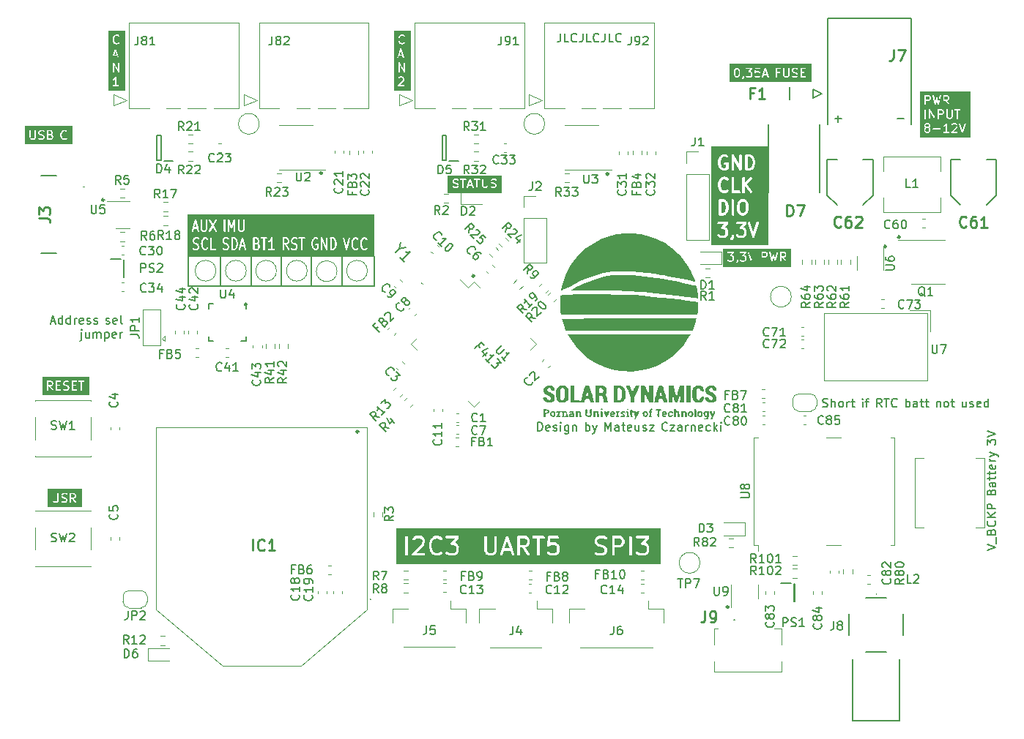
<source format=gbr>
%TF.GenerationSoftware,KiCad,Pcbnew,(7.0.0)*%
%TF.CreationDate,2023-03-06T22:48:15+01:00*%
%TF.ProjectId,RF_module,52465f6d-6f64-4756-9c65-2e6b69636164,1.1*%
%TF.SameCoordinates,Original*%
%TF.FileFunction,Legend,Top*%
%TF.FilePolarity,Positive*%
%FSLAX46Y46*%
G04 Gerber Fmt 4.6, Leading zero omitted, Abs format (unit mm)*
G04 Created by KiCad (PCBNEW (7.0.0)) date 2023-03-06 22:48:15*
%MOMM*%
%LPD*%
G01*
G04 APERTURE LIST*
%ADD10C,0.150000*%
%ADD11C,0.275000*%
%ADD12C,0.300000*%
%ADD13C,0.187500*%
%ADD14C,0.200000*%
%ADD15C,0.254000*%
%ADD16C,0.120000*%
%ADD17C,0.100000*%
%ADD18C,0.127000*%
%ADD19C,0.050000*%
G04 APERTURE END LIST*
D10*
X72403554Y-52900000D02*
X72403554Y-56400000D01*
D11*
X136937500Y-50700000D02*
G75*
G03*
X136937500Y-50700000I-137500J0D01*
G01*
X44937500Y-46400000D02*
G75*
G03*
X44937500Y-46400000I-137500J0D01*
G01*
X117137500Y-93500000D02*
G75*
G03*
X117137500Y-93500000I-137500J0D01*
G01*
X87737500Y-55200000D02*
G75*
G03*
X87737500Y-55200000I-137500J0D01*
G01*
X61437500Y-58500000D02*
G75*
G03*
X61437500Y-58500000I-137500J0D01*
G01*
D10*
X61903554Y-52900000D02*
X61903554Y-56400000D01*
D11*
X74337500Y-73200000D02*
G75*
G03*
X74337500Y-73200000I-137500J0D01*
G01*
D10*
X54653554Y-52900000D02*
X76153554Y-52900000D01*
X76153554Y-52900000D02*
X76153554Y-56400000D01*
X76153554Y-56400000D02*
X54653554Y-56400000D01*
X54653554Y-56400000D02*
X54653554Y-52900000D01*
X68903554Y-52900000D02*
X68903554Y-56400000D01*
D11*
X103237500Y-43400000D02*
G75*
G03*
X103237500Y-43400000I-137500J0D01*
G01*
X135337500Y-51800000D02*
G75*
G03*
X135337500Y-51800000I-137500J0D01*
G01*
D10*
X58403554Y-52900000D02*
X58403554Y-56400000D01*
X65403554Y-52900000D02*
X65403554Y-56400000D01*
D11*
X70137500Y-43300000D02*
G75*
G03*
X70137500Y-43300000I-137500J0D01*
G01*
D10*
G36*
X121495942Y-31821666D02*
G01*
X121227866Y-31821666D01*
X121361904Y-31419551D01*
X121495942Y-31821666D01*
G37*
G36*
X118174620Y-31291639D02*
G01*
X118205026Y-31322045D01*
X118243520Y-31399031D01*
X118286904Y-31572567D01*
X118286904Y-31792194D01*
X118243520Y-31965726D01*
X118205026Y-32042715D01*
X118174619Y-32073122D01*
X118106104Y-32107380D01*
X118046277Y-32107380D01*
X117977759Y-32073121D01*
X117947352Y-32042714D01*
X117908859Y-31965728D01*
X117865476Y-31792194D01*
X117865476Y-31572568D01*
X117908859Y-31399034D01*
X117947354Y-31322045D01*
X117977760Y-31291638D01*
X118046276Y-31257380D01*
X118106103Y-31257380D01*
X118174620Y-31291639D01*
G37*
G36*
X126695238Y-32767857D02*
G01*
X117232143Y-32767857D01*
X117232143Y-32308623D01*
X118666477Y-32308623D01*
X118669620Y-32352554D01*
X118696014Y-32387813D01*
X118737281Y-32403205D01*
X118780318Y-32393843D01*
X118836859Y-32337301D01*
X118847710Y-32330857D01*
X118856963Y-32312350D01*
X118866855Y-32294234D01*
X118866750Y-32292775D01*
X118903372Y-32219531D01*
X118913095Y-32204402D01*
X118913095Y-32189072D01*
X118915809Y-32173989D01*
X118913095Y-32167446D01*
X118913095Y-32123979D01*
X118903852Y-32092501D01*
X118891232Y-32081566D01*
X119093461Y-32081566D01*
X119102823Y-32124603D01*
X119159365Y-32181145D01*
X119165809Y-32191995D01*
X119184318Y-32201249D01*
X119202432Y-32211140D01*
X119203890Y-32211035D01*
X119277136Y-32247658D01*
X119292263Y-32257380D01*
X119307593Y-32257380D01*
X119322676Y-32260094D01*
X119329220Y-32257380D01*
X119595959Y-32257380D01*
X119613843Y-32259311D01*
X119627556Y-32252454D01*
X119642259Y-32248137D01*
X119646897Y-32242783D01*
X119720366Y-32206048D01*
X119732698Y-32203366D01*
X119747325Y-32188738D01*
X119762443Y-32174677D01*
X119762805Y-32173258D01*
X119789240Y-32146823D01*
X119800090Y-32140380D01*
X119809344Y-32121870D01*
X119819235Y-32103757D01*
X119819130Y-32102298D01*
X119829496Y-32081566D01*
X120093461Y-32081566D01*
X120102823Y-32124603D01*
X120159365Y-32181145D01*
X120165809Y-32191995D01*
X120184318Y-32201249D01*
X120202432Y-32211140D01*
X120203890Y-32211035D01*
X120277136Y-32247658D01*
X120292263Y-32257380D01*
X120307593Y-32257380D01*
X120322676Y-32260094D01*
X120329220Y-32257380D01*
X120548340Y-32257380D01*
X120566224Y-32259311D01*
X120579937Y-32252454D01*
X120594640Y-32248137D01*
X120599278Y-32242783D01*
X120672747Y-32206048D01*
X120685079Y-32203366D01*
X120686768Y-32201677D01*
X120952825Y-32201677D01*
X120975282Y-32239565D01*
X121014658Y-32259297D01*
X121058451Y-32254610D01*
X121092758Y-32226989D01*
X121177866Y-31971666D01*
X121545942Y-31971666D01*
X121627495Y-32216325D01*
X121646218Y-32243265D01*
X121686917Y-32260101D01*
X121730257Y-32252261D01*
X121762479Y-32222235D01*
X121773352Y-32179554D01*
X121676760Y-31889777D01*
X121677369Y-31885542D01*
X121669886Y-31869157D01*
X121603399Y-31669695D01*
X122551201Y-31669695D01*
X122553571Y-31674885D01*
X122553571Y-32193162D01*
X122562814Y-32224640D01*
X122596100Y-32253482D01*
X122639695Y-32259750D01*
X122679759Y-32241454D01*
X122703571Y-32204402D01*
X122703571Y-32005748D01*
X123408783Y-32005748D01*
X123415639Y-32019461D01*
X123419957Y-32034164D01*
X123425310Y-32038802D01*
X123462045Y-32112271D01*
X123464728Y-32124603D01*
X123479355Y-32139230D01*
X123493417Y-32154348D01*
X123494835Y-32154710D01*
X123521270Y-32181145D01*
X123527714Y-32191995D01*
X123546223Y-32201249D01*
X123564337Y-32211140D01*
X123565795Y-32211035D01*
X123639041Y-32247658D01*
X123654168Y-32257380D01*
X123669498Y-32257380D01*
X123684581Y-32260094D01*
X123691125Y-32257380D01*
X123862626Y-32257380D01*
X123880510Y-32259311D01*
X123894223Y-32252454D01*
X123908926Y-32248137D01*
X123913564Y-32242783D01*
X123987033Y-32206048D01*
X123999365Y-32203366D01*
X124013992Y-32188738D01*
X124029110Y-32174677D01*
X124029472Y-32173258D01*
X124055907Y-32146823D01*
X124066757Y-32140380D01*
X124076011Y-32121870D01*
X124085902Y-32103757D01*
X124085797Y-32102298D01*
X124122420Y-32029052D01*
X124132142Y-32013926D01*
X124132142Y-31998596D01*
X124134856Y-31983513D01*
X124132142Y-31976969D01*
X124132142Y-31381248D01*
X124408000Y-31381248D01*
X124410714Y-31387792D01*
X124410714Y-31464055D01*
X124408783Y-31481939D01*
X124415639Y-31495652D01*
X124419957Y-31510355D01*
X124425310Y-31514993D01*
X124462045Y-31588462D01*
X124464728Y-31600794D01*
X124479355Y-31615421D01*
X124493417Y-31630539D01*
X124494835Y-31630901D01*
X124521270Y-31657336D01*
X124527714Y-31668186D01*
X124546223Y-31677440D01*
X124564337Y-31687331D01*
X124565795Y-31687226D01*
X124630700Y-31719679D01*
X124636635Y-31725991D01*
X124650012Y-31729335D01*
X124652292Y-31730475D01*
X124660424Y-31731938D01*
X124840488Y-31776954D01*
X124917478Y-31815449D01*
X124947883Y-31845854D01*
X124982142Y-31914370D01*
X124982142Y-31974198D01*
X124947883Y-32042715D01*
X124917476Y-32073122D01*
X124848961Y-32107380D01*
X124640741Y-32107380D01*
X124499202Y-32060200D01*
X124466417Y-32059015D01*
X124428529Y-32081472D01*
X124408797Y-32120848D01*
X124413484Y-32164641D01*
X124441105Y-32198948D01*
X124595934Y-32250558D01*
X124606549Y-32257380D01*
X124627228Y-32257380D01*
X124647868Y-32258126D01*
X124649127Y-32257380D01*
X124862626Y-32257380D01*
X124880510Y-32259311D01*
X124894223Y-32252454D01*
X124908926Y-32248137D01*
X124913564Y-32242783D01*
X124987033Y-32206048D01*
X124999365Y-32203366D01*
X125009226Y-32193504D01*
X125408344Y-32193504D01*
X125415263Y-32208656D01*
X125419957Y-32224640D01*
X125424269Y-32228376D01*
X125426640Y-32233568D01*
X125440656Y-32242575D01*
X125453243Y-32253482D01*
X125458889Y-32254293D01*
X125463692Y-32257380D01*
X125480354Y-32257380D01*
X125496838Y-32259750D01*
X125502028Y-32257380D01*
X125972686Y-32257380D01*
X126004164Y-32248137D01*
X126033006Y-32214851D01*
X126039274Y-32171256D01*
X126020978Y-32131192D01*
X125983926Y-32107380D01*
X125560714Y-32107380D01*
X125560714Y-31733571D01*
X125829829Y-31733571D01*
X125861307Y-31724328D01*
X125890149Y-31691042D01*
X125896417Y-31647447D01*
X125878121Y-31607383D01*
X125841069Y-31583571D01*
X125560714Y-31583571D01*
X125560714Y-31257380D01*
X125972686Y-31257380D01*
X126004164Y-31248137D01*
X126033006Y-31214851D01*
X126039274Y-31171256D01*
X126020978Y-31131192D01*
X125983926Y-31107380D01*
X125491074Y-31107380D01*
X125474590Y-31105010D01*
X125459437Y-31111929D01*
X125443454Y-31116623D01*
X125439717Y-31120935D01*
X125434526Y-31123306D01*
X125425518Y-31137322D01*
X125414612Y-31149909D01*
X125413800Y-31155555D01*
X125410714Y-31160358D01*
X125410714Y-31177020D01*
X125408344Y-31193504D01*
X125410714Y-31198694D01*
X125410714Y-31653211D01*
X125408344Y-31669695D01*
X125410714Y-31674885D01*
X125410714Y-32177020D01*
X125408344Y-32193504D01*
X125009226Y-32193504D01*
X125013992Y-32188738D01*
X125029110Y-32174677D01*
X125029472Y-32173258D01*
X125055907Y-32146823D01*
X125066757Y-32140380D01*
X125076011Y-32121870D01*
X125085902Y-32103757D01*
X125085797Y-32102298D01*
X125122420Y-32029052D01*
X125132142Y-32013926D01*
X125132142Y-31998596D01*
X125134856Y-31983513D01*
X125132142Y-31976969D01*
X125132142Y-31900697D01*
X125134072Y-31882822D01*
X125127217Y-31869112D01*
X125122899Y-31854406D01*
X125117544Y-31849766D01*
X125080810Y-31776297D01*
X125078128Y-31763967D01*
X125063508Y-31749347D01*
X125049439Y-31734222D01*
X125048020Y-31733859D01*
X125021585Y-31707424D01*
X125015142Y-31696575D01*
X124996641Y-31687324D01*
X124978519Y-31677429D01*
X124977058Y-31677533D01*
X124912154Y-31645081D01*
X124906220Y-31638770D01*
X124892842Y-31635425D01*
X124890563Y-31634286D01*
X124882430Y-31632822D01*
X124702367Y-31587806D01*
X124625378Y-31549312D01*
X124594971Y-31518905D01*
X124560714Y-31450390D01*
X124560714Y-31390563D01*
X124594973Y-31322045D01*
X124625379Y-31291638D01*
X124693895Y-31257380D01*
X124902114Y-31257380D01*
X125043653Y-31304561D01*
X125076439Y-31305747D01*
X125114327Y-31283290D01*
X125134059Y-31243914D01*
X125129372Y-31200120D01*
X125101752Y-31165813D01*
X124946921Y-31114201D01*
X124936307Y-31107380D01*
X124915628Y-31107380D01*
X124894988Y-31106634D01*
X124893729Y-31107380D01*
X124680230Y-31107380D01*
X124662346Y-31105449D01*
X124648632Y-31112305D01*
X124633930Y-31116623D01*
X124629290Y-31121976D01*
X124555820Y-31158712D01*
X124543491Y-31161395D01*
X124528866Y-31176019D01*
X124513746Y-31190085D01*
X124513383Y-31191502D01*
X124486948Y-31217937D01*
X124476099Y-31224381D01*
X124466848Y-31242881D01*
X124456953Y-31261004D01*
X124457057Y-31262464D01*
X124420437Y-31335705D01*
X124410714Y-31350835D01*
X124410714Y-31366165D01*
X124408000Y-31381248D01*
X124132142Y-31381248D01*
X124132142Y-31171598D01*
X124122899Y-31140120D01*
X124089613Y-31111278D01*
X124046018Y-31105010D01*
X124005954Y-31123306D01*
X123982142Y-31160358D01*
X123982142Y-31974198D01*
X123947883Y-32042715D01*
X123917476Y-32073122D01*
X123848961Y-32107380D01*
X123693896Y-32107380D01*
X123625378Y-32073121D01*
X123594971Y-32042714D01*
X123560714Y-31974199D01*
X123560714Y-31171598D01*
X123551471Y-31140120D01*
X123518185Y-31111278D01*
X123474590Y-31105010D01*
X123434526Y-31123306D01*
X123410714Y-31160358D01*
X123410714Y-31987864D01*
X123408783Y-32005748D01*
X122703571Y-32005748D01*
X122703571Y-31733571D01*
X122972686Y-31733571D01*
X123004164Y-31724328D01*
X123033006Y-31691042D01*
X123039274Y-31647447D01*
X123020978Y-31607383D01*
X122983926Y-31583571D01*
X122703571Y-31583571D01*
X122703571Y-31257380D01*
X123115543Y-31257380D01*
X123147021Y-31248137D01*
X123175863Y-31214851D01*
X123182131Y-31171256D01*
X123163835Y-31131192D01*
X123126783Y-31107380D01*
X122633931Y-31107380D01*
X122617447Y-31105010D01*
X122602294Y-31111929D01*
X122586311Y-31116623D01*
X122582574Y-31120935D01*
X122577383Y-31123306D01*
X122568375Y-31137322D01*
X122557469Y-31149909D01*
X122556657Y-31155555D01*
X122553571Y-31160358D01*
X122553571Y-31177020D01*
X122551201Y-31193504D01*
X122553571Y-31198694D01*
X122553571Y-31653211D01*
X122551201Y-31669695D01*
X121603399Y-31669695D01*
X121437344Y-31171530D01*
X121437650Y-31163083D01*
X121430518Y-31151050D01*
X121429646Y-31148434D01*
X121425033Y-31141796D01*
X121415193Y-31125195D01*
X121412587Y-31123889D01*
X121410923Y-31121494D01*
X121393069Y-31114108D01*
X121375817Y-31105463D01*
X121372919Y-31105773D01*
X121370224Y-31104658D01*
X121351216Y-31108096D01*
X121332023Y-31110151D01*
X121329752Y-31111979D01*
X121326884Y-31112498D01*
X121312760Y-31125659D01*
X121297717Y-31137771D01*
X121296794Y-31140537D01*
X121294662Y-31142525D01*
X121289894Y-31161237D01*
X121057369Y-31858814D01*
X121052707Y-31864195D01*
X121050531Y-31879328D01*
X120954010Y-32168892D01*
X120952825Y-32201677D01*
X120686768Y-32201677D01*
X120699706Y-32188738D01*
X120714824Y-32174677D01*
X120715186Y-32173258D01*
X120741621Y-32146823D01*
X120752471Y-32140380D01*
X120761725Y-32121870D01*
X120771616Y-32103757D01*
X120771511Y-32102298D01*
X120808134Y-32029052D01*
X120817856Y-32013926D01*
X120817856Y-31998596D01*
X120820570Y-31983513D01*
X120817856Y-31976969D01*
X120817856Y-31757840D01*
X120819786Y-31739965D01*
X120812931Y-31726255D01*
X120808613Y-31711549D01*
X120803258Y-31706909D01*
X120766524Y-31633440D01*
X120763842Y-31621110D01*
X120749222Y-31606490D01*
X120735153Y-31591365D01*
X120733734Y-31591002D01*
X120707299Y-31564567D01*
X120700856Y-31553718D01*
X120682355Y-31544467D01*
X120664233Y-31534572D01*
X120662772Y-31534676D01*
X120589531Y-31498056D01*
X120574402Y-31488333D01*
X120559072Y-31488333D01*
X120543989Y-31485619D01*
X120537445Y-31488333D01*
X120318316Y-31488333D01*
X120300441Y-31486403D01*
X120286731Y-31493257D01*
X120272025Y-31497576D01*
X120267385Y-31502930D01*
X120262102Y-31505572D01*
X120286921Y-31257380D01*
X120706019Y-31257380D01*
X120737497Y-31248137D01*
X120766339Y-31214851D01*
X120772607Y-31171256D01*
X120754311Y-31131192D01*
X120717259Y-31107380D01*
X120228182Y-31107380D01*
X120215677Y-31104287D01*
X120196365Y-31110873D01*
X120176787Y-31116623D01*
X120175643Y-31117942D01*
X120173991Y-31118506D01*
X120161299Y-31134497D01*
X120147945Y-31149909D01*
X120147696Y-31151635D01*
X120146610Y-31153005D01*
X120144577Y-31173331D01*
X120141677Y-31193504D01*
X120142401Y-31195090D01*
X120098313Y-31635976D01*
X120095048Y-31641956D01*
X120096160Y-31657503D01*
X120095727Y-31661837D01*
X120096926Y-31668213D01*
X120098191Y-31685887D01*
X120100942Y-31689562D01*
X120101792Y-31694078D01*
X120113965Y-31706959D01*
X120124585Y-31721146D01*
X120128888Y-31722751D01*
X120132043Y-31726089D01*
X120149244Y-31730343D01*
X120165852Y-31736538D01*
X120170340Y-31735561D01*
X120174798Y-31736664D01*
X120191567Y-31730944D01*
X120208889Y-31727176D01*
X120212137Y-31723927D01*
X120216484Y-31722445D01*
X120227501Y-31708563D01*
X120263473Y-31672591D01*
X120331989Y-31638333D01*
X120534674Y-31638333D01*
X120603192Y-31672592D01*
X120633597Y-31702997D01*
X120667856Y-31771513D01*
X120667856Y-31974198D01*
X120633597Y-32042715D01*
X120603190Y-32073122D01*
X120534675Y-32107380D01*
X120331991Y-32107380D01*
X120263473Y-32073121D01*
X120216837Y-32026485D01*
X120188043Y-32010762D01*
X120144112Y-32013905D01*
X120108853Y-32040299D01*
X120093461Y-32081566D01*
X119829496Y-32081566D01*
X119855753Y-32029052D01*
X119865475Y-32013926D01*
X119865475Y-31998596D01*
X119868189Y-31983513D01*
X119865475Y-31976969D01*
X119865475Y-31757840D01*
X119867405Y-31739965D01*
X119860550Y-31726255D01*
X119856232Y-31711549D01*
X119850877Y-31706909D01*
X119814143Y-31633440D01*
X119811461Y-31621110D01*
X119796841Y-31606490D01*
X119782772Y-31591365D01*
X119781353Y-31591002D01*
X119754918Y-31564567D01*
X119748475Y-31553718D01*
X119729974Y-31544467D01*
X119711852Y-31534572D01*
X119710391Y-31534676D01*
X119637150Y-31498056D01*
X119622279Y-31488499D01*
X119832547Y-31248192D01*
X119832735Y-31248137D01*
X119846937Y-31231745D01*
X119854019Y-31223653D01*
X119854097Y-31223482D01*
X119861577Y-31214851D01*
X119863149Y-31203911D01*
X119867791Y-31193877D01*
X119866219Y-31182560D01*
X119867845Y-31171256D01*
X119863253Y-31161201D01*
X119861733Y-31150252D01*
X119854294Y-31141583D01*
X119849549Y-31131192D01*
X119840249Y-31125215D01*
X119833052Y-31116828D01*
X119822108Y-31113556D01*
X119812497Y-31107380D01*
X119801445Y-31107380D01*
X119790853Y-31104214D01*
X119779875Y-31107380D01*
X119160646Y-31107380D01*
X119129168Y-31116623D01*
X119100326Y-31149909D01*
X119094058Y-31193504D01*
X119112354Y-31233568D01*
X119149406Y-31257380D01*
X119625193Y-31257380D01*
X119415070Y-31497520D01*
X119414882Y-31497576D01*
X119400579Y-31514082D01*
X119393599Y-31522060D01*
X119393521Y-31522227D01*
X119386040Y-31530862D01*
X119384466Y-31541802D01*
X119379826Y-31551836D01*
X119381397Y-31563151D01*
X119379772Y-31574457D01*
X119384363Y-31584511D01*
X119385884Y-31595460D01*
X119393321Y-31604128D01*
X119398068Y-31614521D01*
X119407368Y-31620498D01*
X119414565Y-31628885D01*
X119425508Y-31632155D01*
X119435120Y-31638333D01*
X119446175Y-31638333D01*
X119456764Y-31641498D01*
X119467739Y-31638333D01*
X119582293Y-31638333D01*
X119650811Y-31672592D01*
X119681216Y-31702997D01*
X119715475Y-31771513D01*
X119715475Y-31974198D01*
X119681216Y-32042715D01*
X119650809Y-32073122D01*
X119582294Y-32107380D01*
X119331991Y-32107380D01*
X119263473Y-32073121D01*
X119216837Y-32026485D01*
X119188043Y-32010762D01*
X119144112Y-32013905D01*
X119108853Y-32040299D01*
X119093461Y-32081566D01*
X118891232Y-32081566D01*
X118870566Y-32063659D01*
X118826971Y-32057391D01*
X118786907Y-32075687D01*
X118763095Y-32112739D01*
X118763095Y-32164675D01*
X118728836Y-32233192D01*
X118682200Y-32279829D01*
X118666477Y-32308623D01*
X117232143Y-32308623D01*
X117232143Y-31798254D01*
X117712374Y-31798254D01*
X117715476Y-31810662D01*
X117715476Y-31812210D01*
X117718080Y-31821079D01*
X117762094Y-31997134D01*
X117761164Y-32005748D01*
X117767330Y-32018081D01*
X117767949Y-32020554D01*
X117772131Y-32027681D01*
X117814426Y-32112271D01*
X117817109Y-32124603D01*
X117831736Y-32139230D01*
X117845798Y-32154348D01*
X117847216Y-32154710D01*
X117873651Y-32181145D01*
X117880095Y-32191995D01*
X117898604Y-32201249D01*
X117916718Y-32211140D01*
X117918176Y-32211035D01*
X117991422Y-32247658D01*
X118006549Y-32257380D01*
X118021879Y-32257380D01*
X118036962Y-32260094D01*
X118043506Y-32257380D01*
X118119769Y-32257380D01*
X118137653Y-32259311D01*
X118151366Y-32252454D01*
X118166069Y-32248137D01*
X118170707Y-32242783D01*
X118244176Y-32206048D01*
X118256508Y-32203366D01*
X118271135Y-32188738D01*
X118286253Y-32174677D01*
X118286615Y-32173258D01*
X118313050Y-32146823D01*
X118323900Y-32140380D01*
X118333154Y-32121870D01*
X118343045Y-32103757D01*
X118342940Y-32102298D01*
X118375393Y-32037393D01*
X118381705Y-32031459D01*
X118385049Y-32018081D01*
X118386189Y-32015802D01*
X118387652Y-32007669D01*
X118431671Y-31831591D01*
X118436904Y-31823450D01*
X118436904Y-31810662D01*
X118437280Y-31809158D01*
X118436904Y-31799912D01*
X118436904Y-31575676D01*
X118440006Y-31566507D01*
X118436904Y-31554099D01*
X118436904Y-31552551D01*
X118434299Y-31543681D01*
X118390285Y-31367624D01*
X118391215Y-31359013D01*
X118385049Y-31346682D01*
X118384431Y-31344207D01*
X118380243Y-31337068D01*
X118337953Y-31252488D01*
X118335271Y-31240158D01*
X118320651Y-31225538D01*
X118306582Y-31210413D01*
X118305163Y-31210050D01*
X118278730Y-31183617D01*
X118272286Y-31172767D01*
X118253789Y-31163518D01*
X118235662Y-31153620D01*
X118234201Y-31153724D01*
X118160958Y-31117101D01*
X118145831Y-31107380D01*
X118130502Y-31107380D01*
X118115419Y-31104666D01*
X118108875Y-31107380D01*
X118032611Y-31107380D01*
X118014727Y-31105449D01*
X118001013Y-31112305D01*
X117986311Y-31116623D01*
X117981671Y-31121976D01*
X117908201Y-31158712D01*
X117895872Y-31161395D01*
X117881247Y-31176019D01*
X117866127Y-31190085D01*
X117865764Y-31191502D01*
X117839329Y-31217937D01*
X117828480Y-31224381D01*
X117819229Y-31242881D01*
X117809334Y-31261004D01*
X117809438Y-31262464D01*
X117776986Y-31327368D01*
X117770675Y-31333303D01*
X117767330Y-31346680D01*
X117766191Y-31348960D01*
X117764727Y-31357092D01*
X117720708Y-31533169D01*
X117715476Y-31541311D01*
X117715476Y-31554099D01*
X117715100Y-31555603D01*
X117715476Y-31564849D01*
X117715476Y-31789085D01*
X117712374Y-31798254D01*
X117232143Y-31798254D01*
X117232143Y-30657143D01*
X126695238Y-30657143D01*
X126695238Y-32767857D01*
G37*
D12*
G36*
X116597584Y-46665140D02*
G01*
X116699267Y-46773602D01*
X116753943Y-46890241D01*
X116817839Y-47162867D01*
X116817839Y-47356752D01*
X116753943Y-47629374D01*
X116699268Y-47746015D01*
X116597584Y-47854478D01*
X116441966Y-47909809D01*
X116260696Y-47909809D01*
X116260696Y-46609809D01*
X116441965Y-46609809D01*
X116597584Y-46665140D01*
G37*
G36*
X118946797Y-46656681D02*
G01*
X119045241Y-46761688D01*
X119103554Y-47010486D01*
X119103554Y-47509132D01*
X119045241Y-47757929D01*
X118946798Y-47862936D01*
X118858912Y-47909809D01*
X118648197Y-47909809D01*
X118560309Y-47862935D01*
X118461865Y-47757929D01*
X118403554Y-47509133D01*
X118403554Y-47010484D01*
X118461864Y-46761688D01*
X118560310Y-46656681D01*
X118648197Y-46609809D01*
X118858911Y-46609809D01*
X118946797Y-46656681D01*
G37*
G36*
X119669013Y-41481140D02*
G01*
X119770696Y-41589602D01*
X119825372Y-41706241D01*
X119889268Y-41978867D01*
X119889268Y-42172752D01*
X119825372Y-42445374D01*
X119770697Y-42562015D01*
X119669013Y-42670478D01*
X119513395Y-42725809D01*
X119332125Y-42725809D01*
X119332125Y-41425809D01*
X119513394Y-41425809D01*
X119669013Y-41481140D01*
G37*
G36*
X121739267Y-51678571D02*
G01*
X115074983Y-51678571D01*
X115074983Y-50852091D01*
X117314086Y-50852091D01*
X117323201Y-50939707D01*
X117378236Y-51008487D01*
X117461719Y-51036593D01*
X117547146Y-51015103D01*
X117635473Y-50920886D01*
X117656392Y-50907735D01*
X117674145Y-50869860D01*
X117693020Y-50832479D01*
X117692774Y-50830119D01*
X117742278Y-50724511D01*
X117760696Y-50695853D01*
X117760696Y-50663291D01*
X117765652Y-50631099D01*
X117760696Y-50619955D01*
X117760696Y-50554051D01*
X117742212Y-50491099D01*
X117733157Y-50483253D01*
X117955202Y-50483253D01*
X117971142Y-50569887D01*
X118060140Y-50664819D01*
X118072675Y-50687246D01*
X118108756Y-50706489D01*
X118143986Y-50727228D01*
X118147391Y-50727094D01*
X118249018Y-50781295D01*
X118280938Y-50801809D01*
X118309600Y-50801809D01*
X118337669Y-50807626D01*
X118352808Y-50801809D01*
X118747452Y-50801809D01*
X118785278Y-50804889D01*
X118810568Y-50791400D01*
X118838073Y-50783325D01*
X118848694Y-50771067D01*
X118950805Y-50716608D01*
X118975719Y-50710341D01*
X119003670Y-50680525D01*
X119032877Y-50651889D01*
X119033634Y-50648563D01*
X119064046Y-50616124D01*
X119084964Y-50602973D01*
X119102718Y-50565097D01*
X119121592Y-50527715D01*
X119121346Y-50525356D01*
X119170850Y-50419749D01*
X119189268Y-50391091D01*
X119189268Y-50358529D01*
X119194224Y-50326337D01*
X119189268Y-50315193D01*
X119189268Y-49976078D01*
X119193781Y-49942310D01*
X119179959Y-49912824D01*
X119170784Y-49881575D01*
X119161567Y-49873589D01*
X119111865Y-49767559D01*
X119107394Y-49743256D01*
X119078771Y-49712724D01*
X119051048Y-49681365D01*
X119048767Y-49680719D01*
X119018395Y-49648323D01*
X119005861Y-49625896D01*
X118969787Y-49606656D01*
X118934551Y-49585914D01*
X118931144Y-49586047D01*
X118836460Y-49535550D01*
X119153938Y-49148528D01*
X119181473Y-49116752D01*
X119184965Y-49092462D01*
X119194554Y-49069873D01*
X119191920Y-49054511D01*
X119311530Y-49054511D01*
X119817441Y-50673430D01*
X119817099Y-50693254D01*
X119830313Y-50714618D01*
X119831100Y-50717136D01*
X119841627Y-50732910D01*
X119863436Y-50768170D01*
X119865964Y-50769377D01*
X119867520Y-50771709D01*
X119905512Y-50788271D01*
X119942920Y-50806143D01*
X119945701Y-50805792D01*
X119948268Y-50806911D01*
X119989158Y-50800308D01*
X120030314Y-50795116D01*
X120032464Y-50793316D01*
X120035231Y-50792870D01*
X120066087Y-50765184D01*
X120097874Y-50738589D01*
X120098709Y-50735914D01*
X120100796Y-50734043D01*
X120111783Y-50694077D01*
X120617444Y-49075964D01*
X120618578Y-49010365D01*
X120572242Y-48935448D01*
X120492758Y-48897475D01*
X120405364Y-48908502D01*
X120337804Y-48965029D01*
X119967839Y-50148917D01*
X119604578Y-48986482D01*
X119568158Y-48931908D01*
X119487410Y-48896706D01*
X119400447Y-48910747D01*
X119334882Y-48969574D01*
X119311530Y-49054511D01*
X119191920Y-49054511D01*
X119191105Y-49049760D01*
X119194010Y-49029560D01*
X119183814Y-49007234D01*
X119179668Y-48983052D01*
X119165895Y-48967998D01*
X119157417Y-48949433D01*
X119136770Y-48936164D01*
X119120207Y-48918060D01*
X119100478Y-48912841D01*
X119083312Y-48901809D01*
X119058774Y-48901809D01*
X119035049Y-48895533D01*
X119015630Y-48901809D01*
X118089128Y-48901809D01*
X118026176Y-48920293D01*
X117968491Y-48986866D01*
X117955954Y-49074058D01*
X117992547Y-49154185D01*
X118066652Y-49201809D01*
X118722210Y-49201809D01*
X118424597Y-49564613D01*
X118397063Y-49596390D01*
X118393570Y-49620679D01*
X118383982Y-49643269D01*
X118387430Y-49663381D01*
X118384526Y-49683582D01*
X118394721Y-49705907D01*
X118398868Y-49730090D01*
X118412640Y-49745143D01*
X118421119Y-49763709D01*
X118441763Y-49776976D01*
X118458329Y-49795083D01*
X118478059Y-49800302D01*
X118495224Y-49811333D01*
X118519761Y-49811333D01*
X118543487Y-49817609D01*
X118562906Y-49811333D01*
X118716053Y-49811333D01*
X118803941Y-49858206D01*
X118842124Y-49898935D01*
X118889268Y-49999507D01*
X118889268Y-50313634D01*
X118842125Y-50414205D01*
X118803941Y-50454935D01*
X118716053Y-50501809D01*
X118362482Y-50501809D01*
X118274594Y-50454935D01*
X118205375Y-50381102D01*
X118148835Y-50347818D01*
X118060815Y-50351267D01*
X117988630Y-50401755D01*
X117955202Y-50483253D01*
X117733157Y-50483253D01*
X117675639Y-50433414D01*
X117588447Y-50420877D01*
X117508320Y-50457470D01*
X117460696Y-50531575D01*
X117460696Y-50618396D01*
X117413553Y-50718967D01*
X117343657Y-50793524D01*
X117314086Y-50852091D01*
X115074983Y-50852091D01*
X115074983Y-50483253D01*
X115812345Y-50483253D01*
X115828285Y-50569887D01*
X115917283Y-50664819D01*
X115929818Y-50687246D01*
X115965899Y-50706489D01*
X116001129Y-50727228D01*
X116004534Y-50727094D01*
X116106161Y-50781295D01*
X116138081Y-50801809D01*
X116166743Y-50801809D01*
X116194812Y-50807626D01*
X116209951Y-50801809D01*
X116604595Y-50801809D01*
X116642421Y-50804889D01*
X116667711Y-50791400D01*
X116695216Y-50783325D01*
X116705837Y-50771067D01*
X116807948Y-50716608D01*
X116832862Y-50710341D01*
X116860813Y-50680525D01*
X116890020Y-50651889D01*
X116890777Y-50648563D01*
X116921189Y-50616124D01*
X116942107Y-50602973D01*
X116959861Y-50565097D01*
X116978735Y-50527715D01*
X116978489Y-50525356D01*
X117027993Y-50419749D01*
X117046411Y-50391091D01*
X117046411Y-50358529D01*
X117051367Y-50326337D01*
X117046411Y-50315193D01*
X117046411Y-49976078D01*
X117050924Y-49942310D01*
X117037102Y-49912824D01*
X117027927Y-49881575D01*
X117018710Y-49873589D01*
X116969008Y-49767559D01*
X116964537Y-49743256D01*
X116935914Y-49712724D01*
X116908191Y-49681365D01*
X116905910Y-49680719D01*
X116875538Y-49648323D01*
X116863004Y-49625896D01*
X116826930Y-49606656D01*
X116791694Y-49585914D01*
X116788287Y-49586047D01*
X116693603Y-49535550D01*
X117011081Y-49148528D01*
X117038616Y-49116752D01*
X117042108Y-49092462D01*
X117051697Y-49069873D01*
X117048248Y-49049760D01*
X117051153Y-49029560D01*
X117040957Y-49007234D01*
X117036811Y-48983052D01*
X117023038Y-48967998D01*
X117014560Y-48949433D01*
X116993913Y-48936164D01*
X116977350Y-48918060D01*
X116957621Y-48912841D01*
X116940455Y-48901809D01*
X116915917Y-48901809D01*
X116892192Y-48895533D01*
X116872773Y-48901809D01*
X115946271Y-48901809D01*
X115883319Y-48920293D01*
X115825634Y-48986866D01*
X115813097Y-49074058D01*
X115849690Y-49154185D01*
X115923795Y-49201809D01*
X116579353Y-49201809D01*
X116281740Y-49564613D01*
X116254206Y-49596390D01*
X116250713Y-49620679D01*
X116241125Y-49643269D01*
X116244573Y-49663381D01*
X116241669Y-49683582D01*
X116251864Y-49705907D01*
X116256011Y-49730090D01*
X116269783Y-49745143D01*
X116278262Y-49763709D01*
X116298906Y-49776976D01*
X116315472Y-49795083D01*
X116335202Y-49800302D01*
X116352367Y-49811333D01*
X116376904Y-49811333D01*
X116400630Y-49817609D01*
X116420049Y-49811333D01*
X116573196Y-49811333D01*
X116661084Y-49858206D01*
X116699267Y-49898935D01*
X116746411Y-49999507D01*
X116746411Y-50313634D01*
X116699268Y-50414205D01*
X116661084Y-50454935D01*
X116573196Y-50501809D01*
X116219625Y-50501809D01*
X116131737Y-50454935D01*
X116062518Y-50381102D01*
X116005978Y-50347818D01*
X115917958Y-50351267D01*
X115845773Y-50401755D01*
X115812345Y-50483253D01*
X115074983Y-50483253D01*
X115074983Y-48082058D01*
X115955954Y-48082058D01*
X115969794Y-48112364D01*
X115979180Y-48144329D01*
X115987805Y-48151803D01*
X115992547Y-48162185D01*
X116020574Y-48180197D01*
X116045753Y-48202014D01*
X116057050Y-48203638D01*
X116066652Y-48209809D01*
X116099965Y-48209809D01*
X116132945Y-48214551D01*
X116143328Y-48209809D01*
X116450545Y-48209809D01*
X116476591Y-48215896D01*
X116514116Y-48202553D01*
X116552359Y-48191325D01*
X116555324Y-48187902D01*
X116725646Y-48127344D01*
X116761432Y-48118342D01*
X116781754Y-48096664D01*
X116802845Y-48081377D01*
X117460696Y-48081377D01*
X117479180Y-48144329D01*
X117545753Y-48202014D01*
X117632945Y-48214551D01*
X117713072Y-48177958D01*
X117760696Y-48103853D01*
X117760696Y-47517822D01*
X118097461Y-47517822D01*
X118103554Y-47543819D01*
X118103554Y-47548044D01*
X118108461Y-47564756D01*
X118178113Y-47861940D01*
X118185428Y-47901698D01*
X118203318Y-47920781D01*
X118216223Y-47943539D01*
X118232839Y-47952269D01*
X118345856Y-48072820D01*
X118358390Y-48095246D01*
X118394460Y-48114483D01*
X118429701Y-48135229D01*
X118433107Y-48135095D01*
X118534733Y-48189295D01*
X118566653Y-48209809D01*
X118595315Y-48209809D01*
X118623384Y-48215626D01*
X118638523Y-48209809D01*
X118890311Y-48209809D01*
X118928137Y-48212889D01*
X118953428Y-48199400D01*
X118980931Y-48191325D01*
X118991551Y-48179067D01*
X119093662Y-48124609D01*
X119118575Y-48118342D01*
X119146531Y-48088521D01*
X119175734Y-48059889D01*
X119176491Y-48056564D01*
X119289083Y-47936466D01*
X119318117Y-47908349D01*
X119324086Y-47882880D01*
X119335877Y-47859527D01*
X119333935Y-47840858D01*
X119393703Y-47585847D01*
X119403554Y-47570520D01*
X119403554Y-47543819D01*
X119404518Y-47539706D01*
X119403554Y-47522314D01*
X119403554Y-47018967D01*
X119409647Y-47001795D01*
X119403554Y-46975798D01*
X119403554Y-46971574D01*
X119398647Y-46954862D01*
X119328993Y-46657673D01*
X119321679Y-46617920D01*
X119303788Y-46598836D01*
X119290884Y-46576079D01*
X119274268Y-46567348D01*
X119161252Y-46446799D01*
X119148719Y-46424374D01*
X119112654Y-46405139D01*
X119077407Y-46384390D01*
X119073999Y-46384523D01*
X118972384Y-46330328D01*
X118940455Y-46309809D01*
X118911794Y-46309809D01*
X118883725Y-46303991D01*
X118868583Y-46309809D01*
X118616795Y-46309809D01*
X118578971Y-46306730D01*
X118553684Y-46320216D01*
X118526177Y-46328293D01*
X118515554Y-46340552D01*
X118413446Y-46395010D01*
X118388534Y-46401277D01*
X118360584Y-46431089D01*
X118331373Y-46459731D01*
X118330615Y-46463056D01*
X118218040Y-46583134D01*
X118188990Y-46611269D01*
X118183020Y-46636737D01*
X118171230Y-46660090D01*
X118173171Y-46678760D01*
X118113404Y-46933769D01*
X118103554Y-46949098D01*
X118103554Y-46975800D01*
X118102590Y-46979913D01*
X118103554Y-46997305D01*
X118103554Y-47500651D01*
X118097461Y-47517822D01*
X117760696Y-47517822D01*
X117760696Y-46438241D01*
X117742212Y-46375289D01*
X117675639Y-46317604D01*
X117588447Y-46305067D01*
X117508320Y-46341660D01*
X117460696Y-46415765D01*
X117460696Y-48081377D01*
X116802845Y-48081377D01*
X116805820Y-48079221D01*
X116811327Y-48065119D01*
X116921190Y-47947933D01*
X116942107Y-47934783D01*
X116959861Y-47896907D01*
X116978734Y-47859527D01*
X116978488Y-47857169D01*
X117020543Y-47767452D01*
X117032403Y-47755967D01*
X117038878Y-47728338D01*
X117041384Y-47722993D01*
X117043782Y-47707415D01*
X117107988Y-47433467D01*
X117117839Y-47418139D01*
X117117839Y-47391437D01*
X117118803Y-47387324D01*
X117117839Y-47369932D01*
X117117839Y-47171348D01*
X117123932Y-47154177D01*
X117117839Y-47128180D01*
X117117839Y-47123955D01*
X117112931Y-47107241D01*
X117048736Y-46833341D01*
X117050924Y-46816976D01*
X117038878Y-46791279D01*
X117037532Y-46785534D01*
X117029759Y-46771826D01*
X116969007Y-46642223D01*
X116964536Y-46617920D01*
X116935908Y-46587384D01*
X116908191Y-46556031D01*
X116905909Y-46555385D01*
X116796441Y-46438620D01*
X116773875Y-46409423D01*
X116745877Y-46399468D01*
X116720264Y-46384390D01*
X116705137Y-46384982D01*
X116534385Y-46324270D01*
X116511883Y-46309809D01*
X116472051Y-46309809D01*
X116432262Y-46307578D01*
X116428322Y-46309809D01*
X116121427Y-46309809D01*
X116088447Y-46305067D01*
X116058140Y-46318907D01*
X116026176Y-46328293D01*
X116018701Y-46336918D01*
X116008320Y-46341660D01*
X115990307Y-46369687D01*
X115968491Y-46394866D01*
X115966866Y-46406163D01*
X115960696Y-46415765D01*
X115960696Y-46449078D01*
X115955954Y-46482058D01*
X115960696Y-46492441D01*
X115960696Y-48049078D01*
X115955954Y-48082058D01*
X115074983Y-48082058D01*
X115074983Y-44773441D01*
X115883175Y-44773441D01*
X115889268Y-44799438D01*
X115889268Y-44803663D01*
X115894175Y-44820375D01*
X115958370Y-45094277D01*
X115956183Y-45110642D01*
X115968228Y-45136337D01*
X115969575Y-45142085D01*
X115977347Y-45155792D01*
X116038099Y-45285396D01*
X116042571Y-45309697D01*
X116071172Y-45340204D01*
X116098916Y-45371588D01*
X116101199Y-45372233D01*
X116210664Y-45488997D01*
X116233232Y-45518196D01*
X116261231Y-45528151D01*
X116286843Y-45543228D01*
X116301968Y-45542635D01*
X116472720Y-45603347D01*
X116495224Y-45617809D01*
X116535056Y-45617809D01*
X116574845Y-45620040D01*
X116578785Y-45617809D01*
X116664831Y-45617809D01*
X116690877Y-45623896D01*
X116728402Y-45610553D01*
X116766645Y-45599325D01*
X116769610Y-45595902D01*
X116939935Y-45535343D01*
X116975719Y-45526341D01*
X116996039Y-45504665D01*
X117016192Y-45490058D01*
X117455954Y-45490058D01*
X117469794Y-45520364D01*
X117479180Y-45552329D01*
X117487805Y-45559803D01*
X117492547Y-45570185D01*
X117520574Y-45588197D01*
X117545753Y-45610014D01*
X117557050Y-45611638D01*
X117566652Y-45617809D01*
X117599965Y-45617809D01*
X117632945Y-45622551D01*
X117643328Y-45617809D01*
X118346550Y-45617809D01*
X118409502Y-45599325D01*
X118467187Y-45532752D01*
X118479724Y-45445560D01*
X118443131Y-45365433D01*
X118369026Y-45317809D01*
X117760696Y-45317809D01*
X117760696Y-44753806D01*
X118671229Y-44753806D01*
X118674982Y-44789881D01*
X118674982Y-45489377D01*
X118693466Y-45552329D01*
X118760039Y-45610014D01*
X118847231Y-45622551D01*
X118927358Y-45585958D01*
X118974982Y-45511853D01*
X118974982Y-44841412D01*
X119022605Y-44790613D01*
X119571826Y-45571729D01*
X119623155Y-45612594D01*
X119710793Y-45621491D01*
X119789329Y-45581595D01*
X119833828Y-45505574D01*
X119830162Y-45417562D01*
X119232168Y-44567080D01*
X119806307Y-43954666D01*
X119835878Y-43896098D01*
X119826763Y-43808482D01*
X119771728Y-43739702D01*
X119688245Y-43711596D01*
X119602818Y-43733086D01*
X118974982Y-44402777D01*
X118974982Y-43846241D01*
X118956498Y-43783289D01*
X118889925Y-43725604D01*
X118802733Y-43713067D01*
X118722606Y-43749660D01*
X118674982Y-43823765D01*
X118674982Y-44746373D01*
X118671229Y-44753806D01*
X117760696Y-44753806D01*
X117760696Y-43846241D01*
X117742212Y-43783289D01*
X117675639Y-43725604D01*
X117588447Y-43713067D01*
X117508320Y-43749660D01*
X117460696Y-43823765D01*
X117460696Y-45457078D01*
X117455954Y-45490058D01*
X117016192Y-45490058D01*
X117020106Y-45487221D01*
X117025614Y-45473118D01*
X117092022Y-45402283D01*
X117121592Y-45343715D01*
X117112477Y-45256100D01*
X117057441Y-45187320D01*
X116973958Y-45159214D01*
X116888531Y-45180705D01*
X116811869Y-45262479D01*
X116656252Y-45317809D01*
X116565141Y-45317809D01*
X116409522Y-45262478D01*
X116307838Y-45154015D01*
X116253164Y-45037378D01*
X116189268Y-44764752D01*
X116189268Y-44570865D01*
X116253163Y-44298242D01*
X116307838Y-44181603D01*
X116409523Y-44073140D01*
X116565142Y-44017809D01*
X116656251Y-44017809D01*
X116811871Y-44073141D01*
X116873160Y-44138516D01*
X116929700Y-44171800D01*
X117017720Y-44168351D01*
X117089905Y-44117863D01*
X117123333Y-44036365D01*
X117107393Y-43949731D01*
X117010728Y-43846621D01*
X116988161Y-43817423D01*
X116960163Y-43807468D01*
X116934550Y-43792390D01*
X116919423Y-43792982D01*
X116748671Y-43732270D01*
X116726169Y-43717809D01*
X116686337Y-43717809D01*
X116646548Y-43715578D01*
X116642608Y-43717809D01*
X116556561Y-43717809D01*
X116530515Y-43711722D01*
X116492987Y-43725065D01*
X116454748Y-43736293D01*
X116451782Y-43739715D01*
X116281456Y-43800275D01*
X116245676Y-43809277D01*
X116225353Y-43830954D01*
X116201287Y-43848399D01*
X116195779Y-43862499D01*
X116085919Y-43979682D01*
X116065000Y-43992834D01*
X116047240Y-44030721D01*
X116028373Y-44068091D01*
X116028618Y-44070448D01*
X115986564Y-44160163D01*
X115974704Y-44171650D01*
X115968228Y-44199280D01*
X115965723Y-44204625D01*
X115963325Y-44220200D01*
X115899118Y-44494150D01*
X115889268Y-44509479D01*
X115889268Y-44536181D01*
X115888304Y-44540294D01*
X115889268Y-44557686D01*
X115889268Y-44756270D01*
X115883175Y-44773441D01*
X115074983Y-44773441D01*
X115074983Y-42181441D01*
X115883175Y-42181441D01*
X115889268Y-42207438D01*
X115889268Y-42211663D01*
X115894175Y-42228375D01*
X115958370Y-42502277D01*
X115956183Y-42518642D01*
X115968228Y-42544337D01*
X115969575Y-42550085D01*
X115977347Y-42563792D01*
X116038099Y-42693396D01*
X116042571Y-42717697D01*
X116071172Y-42748204D01*
X116098916Y-42779588D01*
X116101199Y-42780233D01*
X116210664Y-42896997D01*
X116233232Y-42926196D01*
X116261231Y-42936151D01*
X116286843Y-42951228D01*
X116301968Y-42950635D01*
X116472720Y-43011347D01*
X116495224Y-43025809D01*
X116535056Y-43025809D01*
X116574845Y-43028040D01*
X116578785Y-43025809D01*
X116664831Y-43025809D01*
X116690877Y-43031896D01*
X116728402Y-43018553D01*
X116766645Y-43007325D01*
X116769610Y-43003902D01*
X116939935Y-42943343D01*
X116975719Y-42934341D01*
X116996039Y-42912665D01*
X117020106Y-42895221D01*
X117025614Y-42881118D01*
X117057046Y-42847591D01*
X117070215Y-42841577D01*
X117086630Y-42816034D01*
X117092022Y-42810283D01*
X117098236Y-42797974D01*
X117117839Y-42767472D01*
X117117839Y-42759148D01*
X117121592Y-42751715D01*
X117117839Y-42715640D01*
X117117839Y-42200826D01*
X117122581Y-42167846D01*
X117108740Y-42137539D01*
X117099355Y-42105575D01*
X117090729Y-42098100D01*
X117085988Y-42087719D01*
X117057960Y-42069706D01*
X117032782Y-42047890D01*
X117021484Y-42046265D01*
X117011883Y-42040095D01*
X116978570Y-42040095D01*
X116945590Y-42035353D01*
X116935207Y-42040095D01*
X116660557Y-42040095D01*
X116597605Y-42058579D01*
X116539920Y-42125152D01*
X116527383Y-42212344D01*
X116563976Y-42292471D01*
X116638081Y-42340095D01*
X116817839Y-42340095D01*
X116817839Y-42664111D01*
X116811869Y-42670479D01*
X116656252Y-42725809D01*
X116565141Y-42725809D01*
X116409522Y-42670478D01*
X116307838Y-42562015D01*
X116253164Y-42445378D01*
X116189268Y-42172752D01*
X116189268Y-41978865D01*
X116253163Y-41706242D01*
X116307838Y-41589603D01*
X116409523Y-41481140D01*
X116565142Y-41425809D01*
X116716054Y-41425809D01*
X116844853Y-41494502D01*
X116909097Y-41507818D01*
X116991324Y-41476223D01*
X117043418Y-41405189D01*
X117048837Y-41317268D01*
X117043556Y-41307818D01*
X117457675Y-41307818D01*
X117460696Y-41313457D01*
X117460696Y-42897377D01*
X117479180Y-42960329D01*
X117545753Y-43018014D01*
X117632945Y-43030551D01*
X117713072Y-42993958D01*
X117760696Y-42919853D01*
X117760696Y-41873457D01*
X118328286Y-42932958D01*
X118336323Y-42960329D01*
X118365106Y-42985269D01*
X118391822Y-43012416D01*
X118398062Y-43013825D01*
X118402896Y-43018014D01*
X118440597Y-43023434D01*
X118477745Y-43031827D01*
X118483754Y-43029640D01*
X118490088Y-43030551D01*
X118524744Y-43014723D01*
X118560523Y-43001704D01*
X118564396Y-42996615D01*
X118570215Y-42993958D01*
X118590804Y-42961920D01*
X118613874Y-42931611D01*
X118614381Y-42925233D01*
X118617839Y-42919853D01*
X118617839Y-42898058D01*
X119027383Y-42898058D01*
X119041223Y-42928364D01*
X119050609Y-42960329D01*
X119059234Y-42967803D01*
X119063976Y-42978185D01*
X119092003Y-42996197D01*
X119117182Y-43018014D01*
X119128479Y-43019638D01*
X119138081Y-43025809D01*
X119171394Y-43025809D01*
X119204374Y-43030551D01*
X119214757Y-43025809D01*
X119521974Y-43025809D01*
X119548020Y-43031896D01*
X119585545Y-43018553D01*
X119623788Y-43007325D01*
X119626753Y-43003902D01*
X119797075Y-42943344D01*
X119832861Y-42934342D01*
X119853183Y-42912664D01*
X119877249Y-42895221D01*
X119882756Y-42881119D01*
X119992619Y-42763933D01*
X120013536Y-42750783D01*
X120031290Y-42712907D01*
X120050163Y-42675527D01*
X120049917Y-42673169D01*
X120091972Y-42583452D01*
X120103832Y-42571967D01*
X120110307Y-42544338D01*
X120112813Y-42538993D01*
X120115211Y-42523415D01*
X120179417Y-42249467D01*
X120189268Y-42234139D01*
X120189268Y-42207437D01*
X120190232Y-42203324D01*
X120189268Y-42185932D01*
X120189268Y-41987348D01*
X120195361Y-41970177D01*
X120189268Y-41944180D01*
X120189268Y-41939955D01*
X120184360Y-41923241D01*
X120120165Y-41649341D01*
X120122353Y-41632976D01*
X120110307Y-41607279D01*
X120108961Y-41601534D01*
X120101188Y-41587826D01*
X120040436Y-41458223D01*
X120035965Y-41433920D01*
X120007337Y-41403384D01*
X119979620Y-41372031D01*
X119977338Y-41371385D01*
X119867870Y-41254620D01*
X119845304Y-41225423D01*
X119817306Y-41215468D01*
X119791693Y-41200390D01*
X119776566Y-41200982D01*
X119605814Y-41140270D01*
X119583312Y-41125809D01*
X119543480Y-41125809D01*
X119503691Y-41123578D01*
X119499751Y-41125809D01*
X119192856Y-41125809D01*
X119159876Y-41121067D01*
X119129569Y-41134907D01*
X119097605Y-41144293D01*
X119090130Y-41152918D01*
X119079749Y-41157660D01*
X119061736Y-41185687D01*
X119039920Y-41210866D01*
X119038295Y-41222163D01*
X119032125Y-41231765D01*
X119032125Y-41265078D01*
X119027383Y-41298058D01*
X119032125Y-41308441D01*
X119032125Y-42865078D01*
X119027383Y-42898058D01*
X118617839Y-42898058D01*
X118617839Y-42881765D01*
X118620859Y-42843799D01*
X118617839Y-42838162D01*
X118617839Y-41254241D01*
X118599355Y-41191289D01*
X118532782Y-41133604D01*
X118445590Y-41121067D01*
X118365463Y-41157660D01*
X118317839Y-41231765D01*
X118317839Y-42278162D01*
X117750248Y-41218659D01*
X117742212Y-41191289D01*
X117713428Y-41166348D01*
X117686713Y-41139202D01*
X117680472Y-41137792D01*
X117675639Y-41133604D01*
X117637937Y-41128183D01*
X117600790Y-41119791D01*
X117594780Y-41121977D01*
X117588447Y-41121067D01*
X117553799Y-41136890D01*
X117518011Y-41149913D01*
X117514136Y-41155003D01*
X117508320Y-41157660D01*
X117487734Y-41189691D01*
X117464661Y-41220007D01*
X117464153Y-41226384D01*
X117460696Y-41231765D01*
X117460696Y-41269845D01*
X117457675Y-41307818D01*
X117043556Y-41307818D01*
X117005862Y-41240374D01*
X116829527Y-41146328D01*
X116797598Y-41125809D01*
X116768937Y-41125809D01*
X116740868Y-41119991D01*
X116725726Y-41125809D01*
X116556561Y-41125809D01*
X116530515Y-41119722D01*
X116492987Y-41133065D01*
X116454748Y-41144293D01*
X116451782Y-41147715D01*
X116281456Y-41208275D01*
X116245676Y-41217277D01*
X116225353Y-41238954D01*
X116201287Y-41256399D01*
X116195779Y-41270499D01*
X116085919Y-41387682D01*
X116065000Y-41400834D01*
X116047240Y-41438721D01*
X116028373Y-41476091D01*
X116028618Y-41478448D01*
X115986564Y-41568163D01*
X115974704Y-41579650D01*
X115968228Y-41607280D01*
X115965723Y-41612625D01*
X115963325Y-41628200D01*
X115899118Y-41902150D01*
X115889268Y-41917479D01*
X115889268Y-41944181D01*
X115888304Y-41948294D01*
X115889268Y-41965686D01*
X115889268Y-42164270D01*
X115883175Y-42181441D01*
X115074983Y-42181441D01*
X115074983Y-40195429D01*
X121739267Y-40195429D01*
X121739267Y-51678571D01*
G37*
D10*
G36*
X38823412Y-67491639D02*
G01*
X38853818Y-67522045D01*
X38888077Y-67590561D01*
X38888077Y-67698008D01*
X38853818Y-67766525D01*
X38823411Y-67796932D01*
X38754896Y-67831190D01*
X38633616Y-67831190D01*
X38615571Y-67829320D01*
X38611871Y-67831190D01*
X38466649Y-67831190D01*
X38466649Y-67457380D01*
X38754895Y-67457380D01*
X38823412Y-67491639D01*
G37*
G36*
X43220221Y-68967857D02*
G01*
X37785697Y-68967857D01*
X37785697Y-67917314D01*
X38314279Y-67917314D01*
X38316649Y-67922504D01*
X38316649Y-68393162D01*
X38325892Y-68424640D01*
X38359178Y-68453482D01*
X38402773Y-68459750D01*
X38442837Y-68441454D01*
X38466649Y-68404402D01*
X38466649Y-67981190D01*
X38590695Y-67981190D01*
X38907818Y-68434223D01*
X38933441Y-68454710D01*
X38977250Y-68459250D01*
X39016559Y-68439385D01*
X39038889Y-68401421D01*
X39038576Y-68393504D01*
X39314279Y-68393504D01*
X39321198Y-68408656D01*
X39325892Y-68424640D01*
X39330204Y-68428376D01*
X39332575Y-68433568D01*
X39346591Y-68442575D01*
X39359178Y-68453482D01*
X39364824Y-68454293D01*
X39369627Y-68457380D01*
X39386289Y-68457380D01*
X39402773Y-68459750D01*
X39407963Y-68457380D01*
X39878621Y-68457380D01*
X39910099Y-68448137D01*
X39938941Y-68414851D01*
X39945209Y-68371256D01*
X39926913Y-68331192D01*
X39889861Y-68307380D01*
X39466649Y-68307380D01*
X39466649Y-67933571D01*
X39735764Y-67933571D01*
X39767242Y-67924328D01*
X39796084Y-67891042D01*
X39802352Y-67847447D01*
X39784056Y-67807383D01*
X39747004Y-67783571D01*
X39466649Y-67783571D01*
X39466649Y-67581248D01*
X40171078Y-67581248D01*
X40173792Y-67587792D01*
X40173792Y-67664055D01*
X40171861Y-67681939D01*
X40178717Y-67695652D01*
X40183035Y-67710355D01*
X40188388Y-67714993D01*
X40225123Y-67788462D01*
X40227806Y-67800794D01*
X40242433Y-67815421D01*
X40256495Y-67830539D01*
X40257913Y-67830901D01*
X40284348Y-67857336D01*
X40290792Y-67868186D01*
X40309301Y-67877440D01*
X40327415Y-67887331D01*
X40328873Y-67887226D01*
X40393778Y-67919679D01*
X40399713Y-67925991D01*
X40413090Y-67929335D01*
X40415370Y-67930475D01*
X40423502Y-67931938D01*
X40603566Y-67976954D01*
X40680556Y-68015449D01*
X40710961Y-68045854D01*
X40745220Y-68114370D01*
X40745220Y-68174198D01*
X40710961Y-68242715D01*
X40680554Y-68273122D01*
X40612039Y-68307380D01*
X40403819Y-68307380D01*
X40262280Y-68260200D01*
X40229495Y-68259015D01*
X40191607Y-68281472D01*
X40171875Y-68320848D01*
X40176562Y-68364641D01*
X40204183Y-68398948D01*
X40359012Y-68450558D01*
X40369627Y-68457380D01*
X40390306Y-68457380D01*
X40410946Y-68458126D01*
X40412205Y-68457380D01*
X40625704Y-68457380D01*
X40643588Y-68459311D01*
X40657301Y-68452454D01*
X40672004Y-68448137D01*
X40676642Y-68442783D01*
X40750111Y-68406048D01*
X40762443Y-68403366D01*
X40772304Y-68393504D01*
X41171422Y-68393504D01*
X41178341Y-68408656D01*
X41183035Y-68424640D01*
X41187347Y-68428376D01*
X41189718Y-68433568D01*
X41203734Y-68442575D01*
X41216321Y-68453482D01*
X41221967Y-68454293D01*
X41226770Y-68457380D01*
X41243432Y-68457380D01*
X41259916Y-68459750D01*
X41265106Y-68457380D01*
X41735764Y-68457380D01*
X41767242Y-68448137D01*
X41796084Y-68414851D01*
X41802352Y-68371256D01*
X41784056Y-68331192D01*
X41747004Y-68307380D01*
X41323792Y-68307380D01*
X41323792Y-67933571D01*
X41592907Y-67933571D01*
X41624385Y-67924328D01*
X41653227Y-67891042D01*
X41659495Y-67847447D01*
X41641199Y-67807383D01*
X41604147Y-67783571D01*
X41323792Y-67783571D01*
X41323792Y-67457380D01*
X41735764Y-67457380D01*
X41767242Y-67448137D01*
X41796084Y-67414851D01*
X41799153Y-67393504D01*
X41933327Y-67393504D01*
X41951623Y-67433568D01*
X41988675Y-67457380D01*
X42221411Y-67457380D01*
X42221411Y-68393162D01*
X42230654Y-68424640D01*
X42263940Y-68453482D01*
X42307535Y-68459750D01*
X42347599Y-68441454D01*
X42371411Y-68404402D01*
X42371411Y-67457380D01*
X42592907Y-67457380D01*
X42624385Y-67448137D01*
X42653227Y-67414851D01*
X42659495Y-67371256D01*
X42641199Y-67331192D01*
X42604147Y-67307380D01*
X42301771Y-67307380D01*
X42285287Y-67305010D01*
X42280097Y-67307380D01*
X41999915Y-67307380D01*
X41968437Y-67316623D01*
X41939595Y-67349909D01*
X41933327Y-67393504D01*
X41799153Y-67393504D01*
X41802352Y-67371256D01*
X41784056Y-67331192D01*
X41747004Y-67307380D01*
X41254152Y-67307380D01*
X41237668Y-67305010D01*
X41222515Y-67311929D01*
X41206532Y-67316623D01*
X41202795Y-67320935D01*
X41197604Y-67323306D01*
X41188596Y-67337322D01*
X41177690Y-67349909D01*
X41176878Y-67355555D01*
X41173792Y-67360358D01*
X41173792Y-67377020D01*
X41171422Y-67393504D01*
X41173792Y-67398694D01*
X41173792Y-67853211D01*
X41171422Y-67869695D01*
X41173792Y-67874885D01*
X41173792Y-68377020D01*
X41171422Y-68393504D01*
X40772304Y-68393504D01*
X40777070Y-68388738D01*
X40792188Y-68374677D01*
X40792550Y-68373258D01*
X40818985Y-68346823D01*
X40829835Y-68340380D01*
X40839089Y-68321870D01*
X40848980Y-68303757D01*
X40848875Y-68302298D01*
X40885498Y-68229052D01*
X40895220Y-68213926D01*
X40895220Y-68198596D01*
X40897934Y-68183513D01*
X40895220Y-68176969D01*
X40895220Y-68100697D01*
X40897150Y-68082822D01*
X40890295Y-68069112D01*
X40885977Y-68054406D01*
X40880622Y-68049766D01*
X40843888Y-67976297D01*
X40841206Y-67963967D01*
X40826586Y-67949347D01*
X40812517Y-67934222D01*
X40811098Y-67933859D01*
X40784663Y-67907424D01*
X40778220Y-67896575D01*
X40759719Y-67887324D01*
X40741597Y-67877429D01*
X40740136Y-67877533D01*
X40675232Y-67845081D01*
X40669298Y-67838770D01*
X40655920Y-67835425D01*
X40653641Y-67834286D01*
X40645508Y-67832822D01*
X40465445Y-67787806D01*
X40388456Y-67749312D01*
X40358049Y-67718905D01*
X40323792Y-67650390D01*
X40323792Y-67590563D01*
X40358051Y-67522045D01*
X40388457Y-67491638D01*
X40456973Y-67457380D01*
X40665192Y-67457380D01*
X40806731Y-67504561D01*
X40839517Y-67505747D01*
X40877405Y-67483290D01*
X40897137Y-67443914D01*
X40892450Y-67400120D01*
X40864830Y-67365813D01*
X40709999Y-67314201D01*
X40699385Y-67307380D01*
X40678706Y-67307380D01*
X40658066Y-67306634D01*
X40656807Y-67307380D01*
X40443308Y-67307380D01*
X40425424Y-67305449D01*
X40411710Y-67312305D01*
X40397008Y-67316623D01*
X40392368Y-67321976D01*
X40318898Y-67358712D01*
X40306569Y-67361395D01*
X40291944Y-67376019D01*
X40276824Y-67390085D01*
X40276461Y-67391502D01*
X40250026Y-67417937D01*
X40239177Y-67424381D01*
X40229926Y-67442881D01*
X40220031Y-67461004D01*
X40220135Y-67462464D01*
X40183515Y-67535705D01*
X40173792Y-67550835D01*
X40173792Y-67566165D01*
X40171078Y-67581248D01*
X39466649Y-67581248D01*
X39466649Y-67457380D01*
X39878621Y-67457380D01*
X39910099Y-67448137D01*
X39938941Y-67414851D01*
X39945209Y-67371256D01*
X39926913Y-67331192D01*
X39889861Y-67307380D01*
X39397009Y-67307380D01*
X39380525Y-67305010D01*
X39365372Y-67311929D01*
X39349389Y-67316623D01*
X39345652Y-67320935D01*
X39340461Y-67323306D01*
X39331453Y-67337322D01*
X39320547Y-67349909D01*
X39319735Y-67355555D01*
X39316649Y-67360358D01*
X39316649Y-67377020D01*
X39314279Y-67393504D01*
X39316649Y-67398694D01*
X39316649Y-67853211D01*
X39314279Y-67869695D01*
X39316649Y-67874885D01*
X39316649Y-68377020D01*
X39314279Y-68393504D01*
X39038576Y-68393504D01*
X39037148Y-68357411D01*
X38774220Y-67981801D01*
X38786445Y-67983121D01*
X38800158Y-67976264D01*
X38814861Y-67971947D01*
X38819499Y-67966593D01*
X38892968Y-67929858D01*
X38905300Y-67927176D01*
X38919927Y-67912548D01*
X38935045Y-67898487D01*
X38935407Y-67897068D01*
X38961842Y-67870633D01*
X38972692Y-67864190D01*
X38981946Y-67845680D01*
X38991837Y-67827567D01*
X38991732Y-67826108D01*
X39028355Y-67752862D01*
X39038077Y-67737736D01*
X39038077Y-67722406D01*
X39040791Y-67707323D01*
X39038077Y-67700779D01*
X39038077Y-67576888D01*
X39040007Y-67559013D01*
X39033152Y-67545303D01*
X39028834Y-67530597D01*
X39023479Y-67525957D01*
X38986745Y-67452488D01*
X38984063Y-67440158D01*
X38969443Y-67425538D01*
X38955374Y-67410413D01*
X38953955Y-67410050D01*
X38927522Y-67383617D01*
X38921078Y-67372767D01*
X38902581Y-67363518D01*
X38884454Y-67353620D01*
X38882993Y-67353724D01*
X38809750Y-67317101D01*
X38794623Y-67307380D01*
X38779294Y-67307380D01*
X38764211Y-67304666D01*
X38757667Y-67307380D01*
X38397009Y-67307380D01*
X38380525Y-67305010D01*
X38365372Y-67311929D01*
X38349389Y-67316623D01*
X38345652Y-67320935D01*
X38340461Y-67323306D01*
X38331453Y-67337322D01*
X38320547Y-67349909D01*
X38319735Y-67355555D01*
X38316649Y-67360358D01*
X38316649Y-67377020D01*
X38314279Y-67393504D01*
X38316649Y-67398694D01*
X38316649Y-67900830D01*
X38314279Y-67917314D01*
X37785697Y-67917314D01*
X37785697Y-66857143D01*
X43220221Y-66857143D01*
X43220221Y-68967857D01*
G37*
G36*
X140222240Y-38120211D02*
G01*
X140252645Y-38150616D01*
X140286904Y-38219132D01*
X140286904Y-38374198D01*
X140252645Y-38442715D01*
X140222238Y-38473122D01*
X140153723Y-38507380D01*
X139998658Y-38507380D01*
X139930140Y-38473121D01*
X139899733Y-38442714D01*
X139865476Y-38374199D01*
X139865476Y-38219134D01*
X139899735Y-38150616D01*
X139930140Y-38120210D01*
X139998656Y-38085952D01*
X140153722Y-38085952D01*
X140222240Y-38120211D01*
G37*
G36*
X140222239Y-37691639D02*
G01*
X140252645Y-37722045D01*
X140286904Y-37790561D01*
X140286904Y-37802770D01*
X140252645Y-37871287D01*
X140222238Y-37901694D01*
X140153723Y-37935952D01*
X139998658Y-37935952D01*
X139930140Y-37901693D01*
X139899733Y-37871286D01*
X139865476Y-37802771D01*
X139865476Y-37790563D01*
X139899735Y-37722045D01*
X139930141Y-37691638D01*
X139998657Y-37657380D01*
X140153722Y-37657380D01*
X140222239Y-37691639D01*
G37*
G36*
X141793667Y-36071639D02*
G01*
X141824073Y-36102045D01*
X141858332Y-36170561D01*
X141858332Y-36278008D01*
X141824073Y-36346525D01*
X141793666Y-36376932D01*
X141725151Y-36411190D01*
X141436904Y-36411190D01*
X141436904Y-36037380D01*
X141725150Y-36037380D01*
X141793667Y-36071639D01*
G37*
G36*
X142412715Y-34451639D02*
G01*
X142443121Y-34482045D01*
X142477380Y-34550561D01*
X142477380Y-34658008D01*
X142443121Y-34726525D01*
X142412714Y-34756932D01*
X142344199Y-34791190D01*
X142222919Y-34791190D01*
X142204874Y-34789320D01*
X142201174Y-34791190D01*
X142055952Y-34791190D01*
X142055952Y-34417380D01*
X142344198Y-34417380D01*
X142412715Y-34451639D01*
G37*
G36*
X140269858Y-34451639D02*
G01*
X140300264Y-34482045D01*
X140334523Y-34550561D01*
X140334523Y-34658008D01*
X140300264Y-34726525D01*
X140269857Y-34756932D01*
X140201342Y-34791190D01*
X139913095Y-34791190D01*
X139913095Y-34417380D01*
X140201341Y-34417380D01*
X140269858Y-34451639D01*
G37*
G36*
X145095238Y-39167857D02*
G01*
X139232143Y-39167857D01*
X139232143Y-38209819D01*
X139712762Y-38209819D01*
X139715476Y-38216363D01*
X139715476Y-38387864D01*
X139713545Y-38405748D01*
X139720401Y-38419461D01*
X139724719Y-38434164D01*
X139730072Y-38438802D01*
X139766807Y-38512271D01*
X139769490Y-38524603D01*
X139784117Y-38539230D01*
X139798179Y-38554348D01*
X139799597Y-38554710D01*
X139826032Y-38581145D01*
X139832476Y-38591995D01*
X139850985Y-38601249D01*
X139869099Y-38611140D01*
X139870557Y-38611035D01*
X139943803Y-38647658D01*
X139958930Y-38657380D01*
X139974260Y-38657380D01*
X139989343Y-38660094D01*
X139995887Y-38657380D01*
X140167388Y-38657380D01*
X140185272Y-38659311D01*
X140198985Y-38652454D01*
X140213688Y-38648137D01*
X140218326Y-38642783D01*
X140291795Y-38606048D01*
X140304127Y-38603366D01*
X140318754Y-38588738D01*
X140333872Y-38574677D01*
X140334234Y-38573258D01*
X140360669Y-38546823D01*
X140371519Y-38540380D01*
X140380773Y-38521870D01*
X140390664Y-38503757D01*
X140390559Y-38502298D01*
X140427182Y-38429052D01*
X140436904Y-38413926D01*
X140436904Y-38398596D01*
X140439618Y-38383513D01*
X140436904Y-38376969D01*
X140436904Y-38212552D01*
X140713106Y-38212552D01*
X140731402Y-38252616D01*
X140768454Y-38276428D01*
X141563163Y-38276428D01*
X141594641Y-38267185D01*
X141623483Y-38233899D01*
X141629751Y-38190304D01*
X141611455Y-38150240D01*
X141574403Y-38126428D01*
X140779694Y-38126428D01*
X140748216Y-38135671D01*
X140719374Y-38168957D01*
X140713106Y-38212552D01*
X140436904Y-38212552D01*
X140436904Y-38205459D01*
X140438834Y-38187584D01*
X140431979Y-38173874D01*
X140427661Y-38159168D01*
X140422306Y-38154528D01*
X140385572Y-38081059D01*
X140382890Y-38068729D01*
X140368270Y-38054109D01*
X140354201Y-38038984D01*
X140352782Y-38038621D01*
X140326347Y-38012186D01*
X140325605Y-38010937D01*
X140333872Y-38003249D01*
X140334234Y-38001830D01*
X140360669Y-37975395D01*
X140371519Y-37968952D01*
X140380773Y-37950442D01*
X140390664Y-37932329D01*
X140390559Y-37930870D01*
X140420569Y-37870850D01*
X141902835Y-37870850D01*
X141916725Y-37912646D01*
X141951007Y-37940298D01*
X141994796Y-37945026D01*
X142101319Y-37891763D01*
X142113651Y-37889081D01*
X142128278Y-37874453D01*
X142143396Y-37860392D01*
X142143758Y-37858973D01*
X142191666Y-37811066D01*
X142191666Y-38507380D01*
X141970170Y-38507380D01*
X141938692Y-38516623D01*
X141909850Y-38549909D01*
X141903582Y-38593504D01*
X141921878Y-38633568D01*
X141958930Y-38657380D01*
X142261306Y-38657380D01*
X142277790Y-38659750D01*
X142282980Y-38657380D01*
X142563162Y-38657380D01*
X142594640Y-38648137D01*
X142623482Y-38614851D01*
X142626551Y-38593504D01*
X142808344Y-38593504D01*
X142811871Y-38601227D01*
X142812477Y-38609696D01*
X142820840Y-38620868D01*
X142826640Y-38633568D01*
X142833783Y-38638158D01*
X142838871Y-38644955D01*
X142851947Y-38649832D01*
X142863692Y-38657380D01*
X142872183Y-38657380D01*
X142880138Y-38660347D01*
X142893777Y-38657380D01*
X143515543Y-38657380D01*
X143547021Y-38648137D01*
X143575863Y-38614851D01*
X143582131Y-38571256D01*
X143563835Y-38531192D01*
X143526783Y-38507380D01*
X143066780Y-38507380D01*
X143507320Y-38066839D01*
X143521329Y-38055561D01*
X143526177Y-38041017D01*
X143533521Y-38027567D01*
X143533015Y-38020501D01*
X143572939Y-37900731D01*
X143579761Y-37890117D01*
X143579761Y-37869438D01*
X143580507Y-37848798D01*
X143579761Y-37847539D01*
X143579761Y-37776888D01*
X143581691Y-37759013D01*
X143574836Y-37745303D01*
X143570518Y-37730597D01*
X143565163Y-37725957D01*
X143528429Y-37652488D01*
X143525747Y-37640158D01*
X143511127Y-37625538D01*
X143497058Y-37610413D01*
X143495639Y-37610050D01*
X143470794Y-37585205D01*
X143712361Y-37585205D01*
X144048368Y-38593229D01*
X144048063Y-38601677D01*
X144055195Y-38613710D01*
X144056067Y-38616325D01*
X144060675Y-38622956D01*
X144070520Y-38639565D01*
X144073126Y-38640871D01*
X144074790Y-38643265D01*
X144092632Y-38650645D01*
X144109896Y-38659297D01*
X144112795Y-38658986D01*
X144115489Y-38660101D01*
X144134476Y-38656666D01*
X144153689Y-38654610D01*
X144155962Y-38652779D01*
X144158829Y-38652261D01*
X144172947Y-38639104D01*
X144187996Y-38626989D01*
X144188918Y-38624222D01*
X144191051Y-38622235D01*
X144195817Y-38603524D01*
X144531703Y-37595869D01*
X144532888Y-37563083D01*
X144510431Y-37525195D01*
X144471055Y-37505463D01*
X144427261Y-37510151D01*
X144392955Y-37537771D01*
X144123809Y-38345208D01*
X143858218Y-37548434D01*
X143839495Y-37521494D01*
X143798796Y-37504658D01*
X143755456Y-37512498D01*
X143723234Y-37542525D01*
X143712361Y-37585205D01*
X143470794Y-37585205D01*
X143469206Y-37583617D01*
X143462762Y-37572767D01*
X143444265Y-37563518D01*
X143426138Y-37553620D01*
X143424677Y-37553724D01*
X143351434Y-37517101D01*
X143336307Y-37507380D01*
X143320978Y-37507380D01*
X143305895Y-37504666D01*
X143299351Y-37507380D01*
X143080230Y-37507380D01*
X143062346Y-37505449D01*
X143048632Y-37512305D01*
X143033930Y-37516623D01*
X143029290Y-37521976D01*
X142955820Y-37558712D01*
X142943491Y-37561395D01*
X142928866Y-37576019D01*
X142913746Y-37590085D01*
X142913383Y-37591502D01*
X142872676Y-37632210D01*
X142856953Y-37661004D01*
X142860096Y-37704935D01*
X142886490Y-37740194D01*
X142927757Y-37755586D01*
X142970794Y-37746224D01*
X143025379Y-37691638D01*
X143093895Y-37657380D01*
X143296579Y-37657380D01*
X143365096Y-37691639D01*
X143395502Y-37722045D01*
X143429761Y-37790561D01*
X143429761Y-37855925D01*
X143391589Y-37970438D01*
X142846216Y-38515811D01*
X142843454Y-38516623D01*
X142830791Y-38531236D01*
X142825057Y-38536971D01*
X142823752Y-38539360D01*
X142814612Y-38549909D01*
X142813403Y-38558311D01*
X142809334Y-38565765D01*
X142810330Y-38579689D01*
X142808344Y-38593504D01*
X142626551Y-38593504D01*
X142629750Y-38571256D01*
X142611454Y-38531192D01*
X142574402Y-38507380D01*
X142341666Y-38507380D01*
X142341666Y-37593806D01*
X142344821Y-37583692D01*
X142341666Y-37572239D01*
X142341666Y-37571598D01*
X142338809Y-37561871D01*
X142333124Y-37541231D01*
X142332615Y-37540775D01*
X142332423Y-37540120D01*
X142316265Y-37526119D01*
X142300327Y-37511833D01*
X142299652Y-37511724D01*
X142299137Y-37511278D01*
X142278008Y-37508240D01*
X142256843Y-37504833D01*
X142256215Y-37505106D01*
X142255542Y-37505010D01*
X142236119Y-37513879D01*
X142216478Y-37522454D01*
X142216099Y-37523022D01*
X142215478Y-37523306D01*
X142203910Y-37541305D01*
X142113142Y-37677457D01*
X142031762Y-37758837D01*
X141937767Y-37805835D01*
X141913746Y-37828179D01*
X141902835Y-37870850D01*
X140420569Y-37870850D01*
X140427182Y-37857624D01*
X140436904Y-37842498D01*
X140436904Y-37827168D01*
X140439618Y-37812085D01*
X140436904Y-37805541D01*
X140436904Y-37776888D01*
X140438834Y-37759013D01*
X140431979Y-37745303D01*
X140427661Y-37730597D01*
X140422306Y-37725957D01*
X140385572Y-37652488D01*
X140382890Y-37640158D01*
X140368270Y-37625538D01*
X140354201Y-37610413D01*
X140352782Y-37610050D01*
X140326349Y-37583617D01*
X140319905Y-37572767D01*
X140301408Y-37563518D01*
X140283281Y-37553620D01*
X140281820Y-37553724D01*
X140208577Y-37517101D01*
X140193450Y-37507380D01*
X140178121Y-37507380D01*
X140163038Y-37504666D01*
X140156494Y-37507380D01*
X139984992Y-37507380D01*
X139967108Y-37505449D01*
X139953394Y-37512305D01*
X139938692Y-37516623D01*
X139934052Y-37521976D01*
X139860582Y-37558712D01*
X139848253Y-37561395D01*
X139833628Y-37576019D01*
X139818508Y-37590085D01*
X139818145Y-37591502D01*
X139791710Y-37617937D01*
X139780861Y-37624381D01*
X139771610Y-37642881D01*
X139761715Y-37661004D01*
X139761819Y-37662464D01*
X139725199Y-37735705D01*
X139715476Y-37750835D01*
X139715476Y-37766165D01*
X139712762Y-37781248D01*
X139715476Y-37787792D01*
X139715476Y-37816436D01*
X139713545Y-37834320D01*
X139720401Y-37848033D01*
X139724719Y-37862736D01*
X139730072Y-37867374D01*
X139766807Y-37940843D01*
X139769490Y-37953175D01*
X139784117Y-37967802D01*
X139798179Y-37982920D01*
X139799597Y-37983282D01*
X139826032Y-38009717D01*
X139826773Y-38010966D01*
X139818508Y-38018655D01*
X139818145Y-38020073D01*
X139791710Y-38046508D01*
X139780861Y-38052952D01*
X139771610Y-38071452D01*
X139761715Y-38089575D01*
X139761819Y-38091035D01*
X139725199Y-38164276D01*
X139715476Y-38179406D01*
X139715476Y-38194736D01*
X139712762Y-38209819D01*
X139232143Y-38209819D01*
X139232143Y-36973162D01*
X139763095Y-36973162D01*
X139772338Y-37004640D01*
X139805624Y-37033482D01*
X139849219Y-37039750D01*
X139889283Y-37021454D01*
X139913095Y-36984402D01*
X139913095Y-35980470D01*
X140238241Y-35980470D01*
X140239285Y-35982297D01*
X140239285Y-36973162D01*
X140248528Y-37004640D01*
X140281814Y-37033482D01*
X140325409Y-37039750D01*
X140365473Y-37021454D01*
X140389285Y-36984402D01*
X140389285Y-36244797D01*
X140816231Y-36991954D01*
X140819956Y-37004640D01*
X140835119Y-37017779D01*
X140849587Y-37031697D01*
X140851652Y-37032104D01*
X140853242Y-37033482D01*
X140873102Y-37036337D01*
X140892797Y-37040224D01*
X140894754Y-37039450D01*
X140896837Y-37039750D01*
X140915092Y-37031413D01*
X140933758Y-37024037D01*
X140934986Y-37022328D01*
X140936901Y-37021454D01*
X140947751Y-37004569D01*
X140959466Y-36988274D01*
X140959575Y-36986171D01*
X140960713Y-36984402D01*
X140960713Y-36964333D01*
X140961757Y-36944290D01*
X140960713Y-36942463D01*
X140960713Y-36497314D01*
X141284534Y-36497314D01*
X141286904Y-36502504D01*
X141286904Y-36973162D01*
X141296147Y-37004640D01*
X141329433Y-37033482D01*
X141373028Y-37039750D01*
X141413092Y-37021454D01*
X141436904Y-36984402D01*
X141436904Y-36785748D01*
X142284973Y-36785748D01*
X142291829Y-36799461D01*
X142296147Y-36814164D01*
X142301500Y-36818802D01*
X142338235Y-36892271D01*
X142340918Y-36904603D01*
X142355545Y-36919230D01*
X142369607Y-36934348D01*
X142371025Y-36934710D01*
X142397460Y-36961145D01*
X142403904Y-36971995D01*
X142422413Y-36981249D01*
X142440527Y-36991140D01*
X142441985Y-36991035D01*
X142515231Y-37027658D01*
X142530358Y-37037380D01*
X142545688Y-37037380D01*
X142560771Y-37040094D01*
X142567315Y-37037380D01*
X142738816Y-37037380D01*
X142756700Y-37039311D01*
X142770413Y-37032454D01*
X142785116Y-37028137D01*
X142789754Y-37022783D01*
X142863223Y-36986048D01*
X142875555Y-36983366D01*
X142890182Y-36968738D01*
X142905300Y-36954677D01*
X142905662Y-36953258D01*
X142932097Y-36926823D01*
X142942947Y-36920380D01*
X142952201Y-36901870D01*
X142962092Y-36883757D01*
X142961987Y-36882298D01*
X142998610Y-36809052D01*
X143008332Y-36793926D01*
X143008332Y-36778596D01*
X143011046Y-36763513D01*
X143008332Y-36756969D01*
X143008332Y-35973504D01*
X143189296Y-35973504D01*
X143207592Y-36013568D01*
X143244644Y-36037380D01*
X143477380Y-36037380D01*
X143477380Y-36973162D01*
X143486623Y-37004640D01*
X143519909Y-37033482D01*
X143563504Y-37039750D01*
X143603568Y-37021454D01*
X143627380Y-36984402D01*
X143627380Y-36037380D01*
X143848876Y-36037380D01*
X143880354Y-36028137D01*
X143909196Y-35994851D01*
X143915464Y-35951256D01*
X143897168Y-35911192D01*
X143860116Y-35887380D01*
X143557740Y-35887380D01*
X143541256Y-35885010D01*
X143536066Y-35887380D01*
X143255884Y-35887380D01*
X143224406Y-35896623D01*
X143195564Y-35929909D01*
X143189296Y-35973504D01*
X143008332Y-35973504D01*
X143008332Y-35951598D01*
X142999089Y-35920120D01*
X142965803Y-35891278D01*
X142922208Y-35885010D01*
X142882144Y-35903306D01*
X142858332Y-35940358D01*
X142858332Y-36754198D01*
X142824073Y-36822715D01*
X142793666Y-36853122D01*
X142725151Y-36887380D01*
X142570086Y-36887380D01*
X142501568Y-36853121D01*
X142471161Y-36822714D01*
X142436904Y-36754199D01*
X142436904Y-35951598D01*
X142427661Y-35920120D01*
X142394375Y-35891278D01*
X142350780Y-35885010D01*
X142310716Y-35903306D01*
X142286904Y-35940358D01*
X142286904Y-36767864D01*
X142284973Y-36785748D01*
X141436904Y-36785748D01*
X141436904Y-36561190D01*
X141738816Y-36561190D01*
X141756700Y-36563121D01*
X141770413Y-36556264D01*
X141785116Y-36551947D01*
X141789754Y-36546593D01*
X141863223Y-36509858D01*
X141875555Y-36507176D01*
X141890182Y-36492548D01*
X141905300Y-36478487D01*
X141905662Y-36477068D01*
X141932097Y-36450633D01*
X141942947Y-36444190D01*
X141952201Y-36425680D01*
X141962092Y-36407567D01*
X141961987Y-36406108D01*
X141998610Y-36332862D01*
X142008332Y-36317736D01*
X142008332Y-36302406D01*
X142011046Y-36287323D01*
X142008332Y-36280779D01*
X142008332Y-36156888D01*
X142010262Y-36139013D01*
X142003407Y-36125303D01*
X141999089Y-36110597D01*
X141993734Y-36105957D01*
X141957000Y-36032488D01*
X141954318Y-36020158D01*
X141939698Y-36005538D01*
X141925629Y-35990413D01*
X141924210Y-35990050D01*
X141897777Y-35963617D01*
X141891333Y-35952767D01*
X141872836Y-35943518D01*
X141854709Y-35933620D01*
X141853248Y-35933724D01*
X141780005Y-35897101D01*
X141764878Y-35887380D01*
X141749549Y-35887380D01*
X141734466Y-35884666D01*
X141727922Y-35887380D01*
X141367264Y-35887380D01*
X141350780Y-35885010D01*
X141335627Y-35891929D01*
X141319644Y-35896623D01*
X141315907Y-35900935D01*
X141310716Y-35903306D01*
X141301708Y-35917322D01*
X141290802Y-35929909D01*
X141289990Y-35935555D01*
X141286904Y-35940358D01*
X141286904Y-35957020D01*
X141284534Y-35973504D01*
X141286904Y-35978694D01*
X141286904Y-36480830D01*
X141284534Y-36497314D01*
X140960713Y-36497314D01*
X140960713Y-35951598D01*
X140951470Y-35920120D01*
X140918184Y-35891278D01*
X140874589Y-35885010D01*
X140834525Y-35903306D01*
X140810713Y-35940358D01*
X140810713Y-36679963D01*
X140383766Y-35932805D01*
X140380042Y-35920120D01*
X140364878Y-35906980D01*
X140350411Y-35893063D01*
X140348345Y-35892655D01*
X140346756Y-35891278D01*
X140326895Y-35888422D01*
X140307201Y-35884536D01*
X140305243Y-35885309D01*
X140303161Y-35885010D01*
X140284905Y-35893346D01*
X140266240Y-35900723D01*
X140265011Y-35902431D01*
X140263097Y-35903306D01*
X140252246Y-35920190D01*
X140240532Y-35936486D01*
X140240422Y-35938588D01*
X140239285Y-35940358D01*
X140239285Y-35960427D01*
X140238241Y-35980470D01*
X139913095Y-35980470D01*
X139913095Y-35951598D01*
X139903852Y-35920120D01*
X139870566Y-35891278D01*
X139826971Y-35885010D01*
X139786907Y-35903306D01*
X139763095Y-35940358D01*
X139763095Y-36973162D01*
X139232143Y-36973162D01*
X139232143Y-34877314D01*
X139760725Y-34877314D01*
X139763095Y-34882504D01*
X139763095Y-35353162D01*
X139772338Y-35384640D01*
X139805624Y-35413482D01*
X139849219Y-35419750D01*
X139889283Y-35401454D01*
X139913095Y-35364402D01*
X139913095Y-34941190D01*
X140215007Y-34941190D01*
X140232891Y-34943121D01*
X140246604Y-34936264D01*
X140261307Y-34931947D01*
X140265945Y-34926593D01*
X140339414Y-34889858D01*
X140351746Y-34887176D01*
X140366373Y-34872548D01*
X140381491Y-34858487D01*
X140381853Y-34857068D01*
X140408288Y-34830633D01*
X140419138Y-34824190D01*
X140428392Y-34805680D01*
X140438283Y-34787567D01*
X140438178Y-34786108D01*
X140474801Y-34712862D01*
X140484523Y-34697736D01*
X140484523Y-34682406D01*
X140487237Y-34667323D01*
X140484523Y-34660779D01*
X140484523Y-34536888D01*
X140486453Y-34519013D01*
X140479598Y-34505303D01*
X140475280Y-34490597D01*
X140469925Y-34485957D01*
X140433191Y-34412488D01*
X140430509Y-34400158D01*
X140415889Y-34385538D01*
X140401820Y-34370413D01*
X140400401Y-34370050D01*
X140373968Y-34343617D01*
X140370827Y-34338328D01*
X140664796Y-34338328D01*
X140906171Y-35352108D01*
X140906526Y-35366270D01*
X140917273Y-35382108D01*
X140926771Y-35398722D01*
X140929518Y-35400153D01*
X140931257Y-35402715D01*
X140948855Y-35410225D01*
X140965833Y-35419070D01*
X140968917Y-35418788D01*
X140971765Y-35420004D01*
X140990632Y-35416808D01*
X141009694Y-35415070D01*
X141012136Y-35413166D01*
X141015190Y-35412649D01*
X141029337Y-35399757D01*
X141044431Y-35387991D01*
X141045456Y-35385068D01*
X141047745Y-35382983D01*
X141052675Y-35364495D01*
X141059013Y-35346432D01*
X141058295Y-35343418D01*
X141171428Y-34919172D01*
X141287412Y-35354113D01*
X141288147Y-35368260D01*
X141299312Y-35383799D01*
X141309256Y-35400157D01*
X141312041Y-35401514D01*
X141313847Y-35404027D01*
X141331639Y-35411062D01*
X141348850Y-35419448D01*
X141351924Y-35419084D01*
X141354805Y-35420223D01*
X141373582Y-35416521D01*
X141392588Y-35414272D01*
X141394978Y-35412303D01*
X141398017Y-35411704D01*
X141411814Y-35398436D01*
X141426585Y-35386270D01*
X141427531Y-35383322D01*
X141429764Y-35381175D01*
X141434197Y-35362553D01*
X141440046Y-35344334D01*
X141439248Y-35341341D01*
X141549731Y-34877314D01*
X141903582Y-34877314D01*
X141905952Y-34882504D01*
X141905952Y-35353162D01*
X141915195Y-35384640D01*
X141948481Y-35413482D01*
X141992076Y-35419750D01*
X142032140Y-35401454D01*
X142055952Y-35364402D01*
X142055952Y-34941190D01*
X142179998Y-34941190D01*
X142497121Y-35394223D01*
X142522744Y-35414710D01*
X142566553Y-35419250D01*
X142605862Y-35399385D01*
X142628192Y-35361421D01*
X142626451Y-35317411D01*
X142363523Y-34941801D01*
X142375748Y-34943121D01*
X142389461Y-34936264D01*
X142404164Y-34931947D01*
X142408802Y-34926593D01*
X142482271Y-34889858D01*
X142494603Y-34887176D01*
X142509230Y-34872548D01*
X142524348Y-34858487D01*
X142524710Y-34857068D01*
X142551145Y-34830633D01*
X142561995Y-34824190D01*
X142571249Y-34805680D01*
X142581140Y-34787567D01*
X142581035Y-34786108D01*
X142617658Y-34712862D01*
X142627380Y-34697736D01*
X142627380Y-34682406D01*
X142630094Y-34667323D01*
X142627380Y-34660779D01*
X142627380Y-34536888D01*
X142629310Y-34519013D01*
X142622455Y-34505303D01*
X142618137Y-34490597D01*
X142612782Y-34485957D01*
X142576048Y-34412488D01*
X142573366Y-34400158D01*
X142558746Y-34385538D01*
X142544677Y-34370413D01*
X142543258Y-34370050D01*
X142516825Y-34343617D01*
X142510381Y-34332767D01*
X142491884Y-34323518D01*
X142473757Y-34313620D01*
X142472296Y-34313724D01*
X142399053Y-34277101D01*
X142383926Y-34267380D01*
X142368597Y-34267380D01*
X142353514Y-34264666D01*
X142346970Y-34267380D01*
X141986312Y-34267380D01*
X141969828Y-34265010D01*
X141954675Y-34271929D01*
X141938692Y-34276623D01*
X141934955Y-34280935D01*
X141929764Y-34283306D01*
X141920756Y-34297322D01*
X141909850Y-34309909D01*
X141909038Y-34315555D01*
X141905952Y-34320358D01*
X141905952Y-34337020D01*
X141903582Y-34353504D01*
X141905952Y-34358694D01*
X141905952Y-34860830D01*
X141903582Y-34877314D01*
X141549731Y-34877314D01*
X141675458Y-34349263D01*
X141673757Y-34316500D01*
X141648057Y-34280733D01*
X141607099Y-34264538D01*
X141563887Y-34273056D01*
X141532140Y-34303585D01*
X141357787Y-35035863D01*
X141246182Y-34617343D01*
X141245854Y-34604205D01*
X141234542Y-34587535D01*
X141224076Y-34570319D01*
X141222258Y-34569433D01*
X141221123Y-34567760D01*
X141202589Y-34559849D01*
X141184482Y-34551027D01*
X141182474Y-34551264D01*
X141180615Y-34550471D01*
X141160741Y-34553837D01*
X141140744Y-34556204D01*
X141139184Y-34557488D01*
X141137190Y-34557826D01*
X141122295Y-34571399D01*
X141106747Y-34584205D01*
X141106128Y-34586130D01*
X141104635Y-34587492D01*
X141099446Y-34606948D01*
X141093286Y-34626141D01*
X141093807Y-34628095D01*
X140985068Y-35035864D01*
X140813320Y-34314520D01*
X140797038Y-34286039D01*
X140757976Y-34265691D01*
X140714115Y-34269691D01*
X140679378Y-34296769D01*
X140664796Y-34338328D01*
X140370827Y-34338328D01*
X140367524Y-34332767D01*
X140349027Y-34323518D01*
X140330900Y-34313620D01*
X140329439Y-34313724D01*
X140256196Y-34277101D01*
X140241069Y-34267380D01*
X140225740Y-34267380D01*
X140210657Y-34264666D01*
X140204113Y-34267380D01*
X139843455Y-34267380D01*
X139826971Y-34265010D01*
X139811818Y-34271929D01*
X139795835Y-34276623D01*
X139792098Y-34280935D01*
X139786907Y-34283306D01*
X139777899Y-34297322D01*
X139766993Y-34309909D01*
X139766181Y-34315555D01*
X139763095Y-34320358D01*
X139763095Y-34337020D01*
X139760725Y-34353504D01*
X139763095Y-34358694D01*
X139763095Y-34860830D01*
X139760725Y-34877314D01*
X139232143Y-34877314D01*
X139232143Y-33817143D01*
X145095238Y-33817143D01*
X145095238Y-39167857D01*
G37*
X129391649Y-37001428D02*
X130153554Y-37001428D01*
X129772601Y-37382380D02*
X129772601Y-36620476D01*
X136629744Y-37001428D02*
X137391649Y-37001428D01*
D13*
G36*
X66059835Y-50949606D02*
G01*
X66090203Y-50988120D01*
X66127420Y-51082525D01*
X66127420Y-51232616D01*
X66090202Y-51327022D01*
X66059835Y-51365536D01*
X65998713Y-51404297D01*
X65889368Y-51404297D01*
X65872093Y-51400621D01*
X65862371Y-51404297D01*
X65729206Y-51404297D01*
X65729206Y-50910845D01*
X65998712Y-50910845D01*
X66059835Y-50949606D01*
G37*
G36*
X61062456Y-51651916D02*
G01*
X60817507Y-51651916D01*
X60939981Y-51185915D01*
X61062456Y-51651916D01*
G37*
G36*
X71463183Y-50955966D02*
G01*
X71537344Y-51050024D01*
X71577977Y-51153092D01*
X71623372Y-51383389D01*
X71623372Y-51550802D01*
X71577977Y-51781095D01*
X71537344Y-51884166D01*
X71463184Y-51978221D01*
X71356453Y-52023345D01*
X71225158Y-52023345D01*
X71225158Y-50910845D01*
X71356453Y-50910845D01*
X71463183Y-50955966D01*
G37*
G36*
X60051518Y-50955966D02*
G01*
X60125679Y-51050024D01*
X60166312Y-51153092D01*
X60211707Y-51383389D01*
X60211707Y-51550802D01*
X60166312Y-51781095D01*
X60125679Y-51884166D01*
X60051519Y-51978221D01*
X59944788Y-52023345D01*
X59813493Y-52023345D01*
X59813493Y-50910845D01*
X59944788Y-50910845D01*
X60051518Y-50955966D01*
G37*
G36*
X62667708Y-51575013D02*
G01*
X62693060Y-51607167D01*
X62730278Y-51701573D01*
X62730278Y-51851663D01*
X62693060Y-51946068D01*
X62662692Y-51984584D01*
X62601571Y-52023345D01*
X62332064Y-52023345D01*
X62332064Y-51529892D01*
X62560978Y-51529892D01*
X62667708Y-51575013D01*
G37*
G36*
X62613884Y-50949606D02*
G01*
X62644250Y-50988119D01*
X62681469Y-51082527D01*
X62681469Y-51170710D01*
X62644250Y-51265117D01*
X62613883Y-51303632D01*
X62552761Y-51342392D01*
X62332064Y-51342392D01*
X62332064Y-50910845D01*
X62552761Y-50910845D01*
X62613884Y-50949606D01*
G37*
G36*
X55615314Y-49545916D02*
G01*
X55370365Y-49545916D01*
X55492839Y-49079915D01*
X55615314Y-49545916D01*
G37*
G36*
X76186646Y-52866964D02*
G01*
X54586590Y-52866964D01*
X54586590Y-51197296D01*
X55151479Y-51197296D01*
X55160025Y-51218976D01*
X55166595Y-51241348D01*
X55170012Y-51244309D01*
X55205554Y-51334465D01*
X55206938Y-51348762D01*
X55223793Y-51370140D01*
X55240506Y-51391624D01*
X55240820Y-51391734D01*
X55265992Y-51423660D01*
X55272957Y-51438669D01*
X55294126Y-51452093D01*
X55314571Y-51466613D01*
X55317216Y-51466735D01*
X55381326Y-51507390D01*
X55389454Y-51517187D01*
X55404096Y-51521829D01*
X55405207Y-51522534D01*
X55416931Y-51525899D01*
X55599336Y-51583735D01*
X55673171Y-51630558D01*
X55703537Y-51669072D01*
X55740756Y-51763479D01*
X55740756Y-51851663D01*
X55703537Y-51946068D01*
X55673169Y-51984585D01*
X55612049Y-52023345D01*
X55414223Y-52023345D01*
X55272882Y-51963591D01*
X55232144Y-51958911D01*
X55182734Y-51983196D01*
X55154298Y-52030338D01*
X55155862Y-52085370D01*
X55186931Y-52130821D01*
X55351300Y-52200310D01*
X55367692Y-52210845D01*
X55389854Y-52210845D01*
X55411868Y-52213374D01*
X55417013Y-52210845D01*
X55638949Y-52210845D01*
X55666228Y-52211010D01*
X55678336Y-52203331D01*
X55692093Y-52199292D01*
X55701102Y-52188893D01*
X55777818Y-52140244D01*
X55793462Y-52134852D01*
X55808982Y-52115167D01*
X55825518Y-52096316D01*
X55825910Y-52093697D01*
X55851160Y-52061672D01*
X55862817Y-52053279D01*
X55872837Y-52027861D01*
X55882949Y-52002695D01*
X55882886Y-52002370D01*
X55918347Y-51912421D01*
X55928256Y-51897004D01*
X55928256Y-51873694D01*
X55930349Y-51850479D01*
X55928256Y-51846471D01*
X55928256Y-51754868D01*
X55931819Y-51736892D01*
X55923271Y-51715210D01*
X55916703Y-51692841D01*
X55913285Y-51689879D01*
X55877741Y-51599721D01*
X55876359Y-51585428D01*
X55859525Y-51564077D01*
X55849410Y-51551074D01*
X56127678Y-51551074D01*
X56131232Y-51569104D01*
X56131232Y-51573432D01*
X56133827Y-51582270D01*
X56178227Y-51807519D01*
X56176478Y-51816345D01*
X56183455Y-51834043D01*
X56184418Y-51838927D01*
X56188376Y-51846526D01*
X56230554Y-51953514D01*
X56231938Y-51967809D01*
X56248764Y-51989149D01*
X56265506Y-52010671D01*
X56265820Y-52010781D01*
X56344625Y-52110730D01*
X56358359Y-52130821D01*
X56374284Y-52137553D01*
X56388380Y-52147564D01*
X56399142Y-52148063D01*
X56522728Y-52200310D01*
X56539120Y-52210845D01*
X56561282Y-52210845D01*
X56583296Y-52213374D01*
X56588441Y-52210845D01*
X56656219Y-52210845D01*
X56675418Y-52214165D01*
X56695831Y-52205534D01*
X56717092Y-52199292D01*
X56720846Y-52194959D01*
X56844261Y-52142783D01*
X56867271Y-52134852D01*
X56870308Y-52131000D01*
X57202078Y-52131000D01*
X57210727Y-52149939D01*
X57216594Y-52169920D01*
X57221984Y-52174590D01*
X57224948Y-52181080D01*
X57242467Y-52192339D01*
X57258202Y-52205973D01*
X57265261Y-52206987D01*
X57271263Y-52210845D01*
X57292088Y-52210845D01*
X57312696Y-52213808D01*
X57319184Y-52210845D01*
X57800366Y-52210845D01*
X57839711Y-52199292D01*
X57875764Y-52157684D01*
X57883599Y-52103190D01*
X57860729Y-52053110D01*
X57814414Y-52023345D01*
X57392541Y-52023345D01*
X57392541Y-51197296D01*
X58597431Y-51197296D01*
X58605977Y-51218976D01*
X58612547Y-51241348D01*
X58615964Y-51244309D01*
X58651506Y-51334465D01*
X58652890Y-51348762D01*
X58669745Y-51370140D01*
X58686458Y-51391624D01*
X58686772Y-51391734D01*
X58711944Y-51423660D01*
X58718909Y-51438669D01*
X58740078Y-51452093D01*
X58760523Y-51466613D01*
X58763168Y-51466735D01*
X58827278Y-51507390D01*
X58835406Y-51517187D01*
X58850048Y-51521829D01*
X58851159Y-51522534D01*
X58862883Y-51525899D01*
X59045288Y-51583735D01*
X59119123Y-51630558D01*
X59149489Y-51669072D01*
X59186708Y-51763479D01*
X59186708Y-51851663D01*
X59149489Y-51946068D01*
X59119121Y-51984585D01*
X59058001Y-52023345D01*
X58860175Y-52023345D01*
X58718834Y-51963591D01*
X58678096Y-51958911D01*
X58628686Y-51983196D01*
X58600250Y-52030338D01*
X58601814Y-52085370D01*
X58632883Y-52130821D01*
X58797252Y-52200310D01*
X58813644Y-52210845D01*
X58835806Y-52210845D01*
X58857820Y-52213374D01*
X58862965Y-52210845D01*
X59084901Y-52210845D01*
X59112180Y-52211010D01*
X59124288Y-52203331D01*
X59138045Y-52199292D01*
X59147054Y-52188893D01*
X59223770Y-52140244D01*
X59239414Y-52134852D01*
X59242451Y-52131000D01*
X59623030Y-52131000D01*
X59631679Y-52149939D01*
X59637546Y-52169920D01*
X59642936Y-52174590D01*
X59645900Y-52181080D01*
X59663419Y-52192339D01*
X59679154Y-52205973D01*
X59686213Y-52206987D01*
X59692215Y-52210845D01*
X59713040Y-52210845D01*
X59733648Y-52213808D01*
X59740136Y-52210845D01*
X59955743Y-52210845D01*
X59974942Y-52214165D01*
X59995355Y-52205534D01*
X60016616Y-52199292D01*
X60020370Y-52194959D01*
X60143779Y-52142785D01*
X60166794Y-52134853D01*
X60177499Y-52121274D01*
X60190882Y-52110329D01*
X60192190Y-52106302D01*
X60504218Y-52106302D01*
X60505390Y-52147291D01*
X60536467Y-52192737D01*
X60587180Y-52214166D01*
X60641428Y-52204777D01*
X60681988Y-52167549D01*
X60768228Y-51839416D01*
X61111735Y-51839416D01*
X61194404Y-52153962D01*
X61215578Y-52189079D01*
X61264984Y-52213371D01*
X61319680Y-52207097D01*
X61362301Y-52172248D01*
X61375705Y-52131000D01*
X62141601Y-52131000D01*
X62150250Y-52149939D01*
X62156117Y-52169920D01*
X62161507Y-52174590D01*
X62164471Y-52181080D01*
X62181990Y-52192339D01*
X62197725Y-52205973D01*
X62204784Y-52206987D01*
X62210786Y-52210845D01*
X62231611Y-52210845D01*
X62252219Y-52213808D01*
X62258707Y-52210845D01*
X62628471Y-52210845D01*
X62655750Y-52211010D01*
X62667858Y-52203331D01*
X62681615Y-52199292D01*
X62690624Y-52188893D01*
X62767338Y-52140245D01*
X62782984Y-52134853D01*
X62798513Y-52115156D01*
X62815040Y-52096316D01*
X62815432Y-52093699D01*
X62840686Y-52061669D01*
X62852340Y-52053278D01*
X62862292Y-52028032D01*
X62872473Y-52002696D01*
X62872410Y-52002367D01*
X62907868Y-51912422D01*
X62917778Y-51897004D01*
X62917778Y-51873693D01*
X62919871Y-51850478D01*
X62917778Y-51846470D01*
X62917778Y-51692964D01*
X62921341Y-51674988D01*
X62912794Y-51653308D01*
X62906225Y-51630936D01*
X62902806Y-51627974D01*
X62867265Y-51537819D01*
X62865882Y-51523523D01*
X62849006Y-51502120D01*
X62832314Y-51480662D01*
X62832000Y-51480551D01*
X62802002Y-51442505D01*
X62788270Y-51422416D01*
X62772346Y-51415684D01*
X62767192Y-51412023D01*
X62791874Y-51380719D01*
X62803530Y-51372327D01*
X62813546Y-51346918D01*
X62823662Y-51321743D01*
X62823599Y-51321418D01*
X62859060Y-51231468D01*
X62868969Y-51216051D01*
X62868969Y-51192741D01*
X62871062Y-51169526D01*
X62868969Y-51165518D01*
X62868969Y-51073916D01*
X62872532Y-51055940D01*
X62863984Y-51034258D01*
X62857416Y-51011889D01*
X62853998Y-51008927D01*
X62818455Y-50918771D01*
X62817072Y-50904475D01*
X62800212Y-50883092D01*
X62783504Y-50861613D01*
X62783189Y-50861502D01*
X62759139Y-50831000D01*
X63020173Y-50831000D01*
X63043043Y-50881080D01*
X63089358Y-50910845D01*
X63315993Y-50910845D01*
X63315993Y-52130575D01*
X63327546Y-52169920D01*
X63369154Y-52205973D01*
X63423648Y-52213808D01*
X63473728Y-52190938D01*
X63503493Y-52144623D01*
X63503493Y-51201843D01*
X63898662Y-51201843D01*
X63921228Y-51252059D01*
X63967362Y-51282105D01*
X64022416Y-51282438D01*
X64134005Y-51211674D01*
X64149651Y-51206282D01*
X64165176Y-51186590D01*
X64181707Y-51167746D01*
X64182099Y-51165127D01*
X64194564Y-51149319D01*
X64194564Y-52023345D01*
X63981977Y-52023345D01*
X63942632Y-52034898D01*
X63906579Y-52076506D01*
X63898744Y-52131000D01*
X63921614Y-52181080D01*
X63967929Y-52210845D01*
X64281611Y-52210845D01*
X64302219Y-52213808D01*
X64308707Y-52210845D01*
X64594651Y-52210845D01*
X64633996Y-52199292D01*
X64670049Y-52157684D01*
X64677884Y-52103190D01*
X64655014Y-52053110D01*
X64608699Y-52023345D01*
X64382064Y-52023345D01*
X64382064Y-51511952D01*
X65538743Y-51511952D01*
X65541706Y-51518440D01*
X65541706Y-52130575D01*
X65553259Y-52169920D01*
X65594867Y-52205973D01*
X65649361Y-52213808D01*
X65699441Y-52190938D01*
X65729206Y-52144623D01*
X65729206Y-51591797D01*
X65824166Y-51591797D01*
X66145605Y-52174198D01*
X66174732Y-52203062D01*
X66228581Y-52214521D01*
X66280077Y-52195049D01*
X66312871Y-52150827D01*
X66316550Y-52095895D01*
X66038370Y-51591874D01*
X66052892Y-51591962D01*
X66065000Y-51584283D01*
X66078757Y-51580244D01*
X66087766Y-51569845D01*
X66164481Y-51521196D01*
X66180125Y-51515805D01*
X66195649Y-51496115D01*
X66212182Y-51477268D01*
X66212574Y-51474650D01*
X66237827Y-51442622D01*
X66249482Y-51434231D01*
X66259441Y-51408966D01*
X66269614Y-51383650D01*
X66269551Y-51383322D01*
X66305011Y-51293374D01*
X66314920Y-51277956D01*
X66314920Y-51254645D01*
X66317013Y-51231430D01*
X66314920Y-51227422D01*
X66314920Y-51197296D01*
X66514334Y-51197296D01*
X66522880Y-51218976D01*
X66529450Y-51241348D01*
X66532867Y-51244309D01*
X66568409Y-51334465D01*
X66569793Y-51348762D01*
X66586648Y-51370140D01*
X66603361Y-51391624D01*
X66603675Y-51391734D01*
X66628847Y-51423660D01*
X66635812Y-51438669D01*
X66656981Y-51452093D01*
X66677426Y-51466613D01*
X66680071Y-51466735D01*
X66744181Y-51507390D01*
X66752309Y-51517187D01*
X66766951Y-51521829D01*
X66768062Y-51522534D01*
X66779786Y-51525899D01*
X66962191Y-51583735D01*
X67036026Y-51630558D01*
X67066392Y-51669072D01*
X67103611Y-51763479D01*
X67103611Y-51851663D01*
X67066392Y-51946068D01*
X67036024Y-51984585D01*
X66974904Y-52023345D01*
X66777078Y-52023345D01*
X66635737Y-51963591D01*
X66594999Y-51958911D01*
X66545589Y-51983196D01*
X66517153Y-52030338D01*
X66518717Y-52085370D01*
X66549786Y-52130821D01*
X66714155Y-52200310D01*
X66730547Y-52210845D01*
X66752709Y-52210845D01*
X66774723Y-52213374D01*
X66779868Y-52210845D01*
X67001804Y-52210845D01*
X67029083Y-52211010D01*
X67041191Y-52203331D01*
X67054948Y-52199292D01*
X67063957Y-52188893D01*
X67140673Y-52140244D01*
X67156317Y-52134852D01*
X67171837Y-52115167D01*
X67188373Y-52096316D01*
X67188765Y-52093697D01*
X67214015Y-52061672D01*
X67225672Y-52053279D01*
X67235692Y-52027861D01*
X67245804Y-52002695D01*
X67245741Y-52002370D01*
X67281202Y-51912421D01*
X67291111Y-51897004D01*
X67291111Y-51873694D01*
X67293204Y-51850479D01*
X67291111Y-51846471D01*
X67291111Y-51754868D01*
X67294674Y-51736892D01*
X67286126Y-51715210D01*
X67279558Y-51692841D01*
X67276140Y-51689879D01*
X67240596Y-51599721D01*
X67239214Y-51585428D01*
X67222380Y-51564077D01*
X67205646Y-51542566D01*
X67205332Y-51542455D01*
X67180161Y-51510531D01*
X67173197Y-51495522D01*
X67152026Y-51482096D01*
X67131583Y-51467578D01*
X67128938Y-51467455D01*
X67064826Y-51426799D01*
X67056699Y-51417002D01*
X67042056Y-51412359D01*
X67040946Y-51411655D01*
X67029218Y-51408288D01*
X66846816Y-51350453D01*
X66772980Y-51303630D01*
X66742613Y-51265116D01*
X66705397Y-51170712D01*
X66705397Y-51082525D01*
X66742613Y-50988119D01*
X66772981Y-50949606D01*
X66834104Y-50910845D01*
X67031929Y-50910845D01*
X67173271Y-50970599D01*
X67214009Y-50975279D01*
X67263419Y-50950994D01*
X67291855Y-50903852D01*
X67290291Y-50848819D01*
X67278110Y-50831000D01*
X67393505Y-50831000D01*
X67416375Y-50881080D01*
X67462690Y-50910845D01*
X67689325Y-50910845D01*
X67689325Y-52130575D01*
X67700878Y-52169920D01*
X67742486Y-52205973D01*
X67796980Y-52213808D01*
X67847060Y-52190938D01*
X67876825Y-52144623D01*
X67876825Y-51551074D01*
X68886485Y-51551074D01*
X68890039Y-51569104D01*
X68890039Y-51573432D01*
X68892634Y-51582270D01*
X68937034Y-51807519D01*
X68935285Y-51816345D01*
X68942262Y-51834043D01*
X68943225Y-51838927D01*
X68947183Y-51846526D01*
X68989361Y-51953514D01*
X68990745Y-51967809D01*
X69007571Y-51989149D01*
X69024313Y-52010671D01*
X69024627Y-52010781D01*
X69103432Y-52110730D01*
X69117166Y-52130821D01*
X69133091Y-52137553D01*
X69147187Y-52147564D01*
X69157949Y-52148063D01*
X69281535Y-52200310D01*
X69297927Y-52210845D01*
X69320089Y-52210845D01*
X69342103Y-52213374D01*
X69347248Y-52210845D01*
X69415026Y-52210845D01*
X69434225Y-52214165D01*
X69454638Y-52205534D01*
X69475899Y-52199292D01*
X69479653Y-52194959D01*
X69603068Y-52142783D01*
X69626078Y-52134852D01*
X69636781Y-52121276D01*
X69650166Y-52110329D01*
X69653494Y-52100079D01*
X69677887Y-52069141D01*
X69682297Y-52067128D01*
X69694735Y-52047772D01*
X69700277Y-52040745D01*
X69701986Y-52036491D01*
X69712062Y-52020813D01*
X69712062Y-52011414D01*
X69715565Y-52002695D01*
X69712062Y-51984396D01*
X69712062Y-51566655D01*
X69715025Y-51546047D01*
X69706375Y-51527107D01*
X69700509Y-51507127D01*
X69695118Y-51502456D01*
X69692155Y-51495967D01*
X69674635Y-51484707D01*
X69658901Y-51471074D01*
X69651841Y-51470059D01*
X69645840Y-51466202D01*
X69625015Y-51466202D01*
X69604407Y-51463239D01*
X69597919Y-51466202D01*
X69409594Y-51466202D01*
X69370249Y-51477755D01*
X69334196Y-51519363D01*
X69326361Y-51573857D01*
X69349231Y-51623937D01*
X69395546Y-51653702D01*
X69524562Y-51653702D01*
X69524562Y-51960771D01*
X69510802Y-51978222D01*
X69404071Y-52023345D01*
X69344458Y-52023345D01*
X69237727Y-51978223D01*
X69163565Y-51884164D01*
X69122933Y-51781097D01*
X69077539Y-51550801D01*
X69077539Y-51383388D01*
X69122933Y-51153093D01*
X69163566Y-51050024D01*
X69237726Y-50955968D01*
X69344458Y-50910845D01*
X69444664Y-50910845D01*
X69530680Y-50965392D01*
X69570094Y-50976706D01*
X69622824Y-50960876D01*
X69658625Y-50919051D01*
X69666131Y-50864510D01*
X69650354Y-50830508D01*
X69960815Y-50830508D01*
X69963848Y-50837240D01*
X69963848Y-52130575D01*
X69975401Y-52169920D01*
X70017009Y-52205973D01*
X70071503Y-52213808D01*
X70121583Y-52190938D01*
X70151348Y-52144623D01*
X70151348Y-51253398D01*
X70555180Y-52149709D01*
X70561115Y-52169920D01*
X70576671Y-52183399D01*
X70590070Y-52199022D01*
X70597142Y-52201137D01*
X70602723Y-52205973D01*
X70623097Y-52208902D01*
X70642815Y-52214801D01*
X70649908Y-52212757D01*
X70657217Y-52213808D01*
X70675944Y-52205255D01*
X70695717Y-52199559D01*
X70700578Y-52194006D01*
X70707297Y-52190938D01*
X70718428Y-52173617D01*
X70731982Y-52158136D01*
X70733069Y-52150835D01*
X70737062Y-52144623D01*
X70737062Y-52131000D01*
X71034695Y-52131000D01*
X71043344Y-52149939D01*
X71049211Y-52169920D01*
X71054601Y-52174590D01*
X71057565Y-52181080D01*
X71075084Y-52192339D01*
X71090819Y-52205973D01*
X71097878Y-52206987D01*
X71103880Y-52210845D01*
X71124705Y-52210845D01*
X71145313Y-52213808D01*
X71151801Y-52210845D01*
X71367408Y-52210845D01*
X71386607Y-52214165D01*
X71407020Y-52205534D01*
X71428281Y-52199292D01*
X71432035Y-52194959D01*
X71555444Y-52142785D01*
X71578459Y-52134853D01*
X71589164Y-52121274D01*
X71602547Y-52110329D01*
X71605875Y-52100081D01*
X71684967Y-51999767D01*
X71696624Y-51991374D01*
X71706637Y-51965974D01*
X71716756Y-51940791D01*
X71716693Y-51940465D01*
X71748733Y-51859194D01*
X71754969Y-51852710D01*
X71758647Y-51834045D01*
X71760474Y-51829414D01*
X71761243Y-51820877D01*
X71805647Y-51595610D01*
X71810872Y-51587480D01*
X71810872Y-51569103D01*
X71811709Y-51564857D01*
X71810872Y-51555683D01*
X71810872Y-51392103D01*
X71814426Y-51383116D01*
X71810872Y-51365086D01*
X71810872Y-51360758D01*
X71808276Y-51351919D01*
X71763876Y-51126670D01*
X71765626Y-51117845D01*
X71758648Y-51100146D01*
X71757686Y-51095263D01*
X71753727Y-51087663D01*
X71711549Y-50980676D01*
X71710166Y-50966380D01*
X71693309Y-50945000D01*
X71676598Y-50923518D01*
X71676283Y-50923407D01*
X71597477Y-50823458D01*
X71591218Y-50814301D01*
X72527312Y-50814301D01*
X72873241Y-52130523D01*
X72873721Y-52147291D01*
X72887743Y-52167797D01*
X72900576Y-52189079D01*
X72903168Y-52190353D01*
X72904798Y-52192737D01*
X72927685Y-52202408D01*
X72949982Y-52213371D01*
X72952850Y-52213041D01*
X72955511Y-52214166D01*
X72979996Y-52209928D01*
X73004678Y-52207097D01*
X73006913Y-52205269D01*
X73009759Y-52204777D01*
X73028061Y-52187978D01*
X73047299Y-52172249D01*
X73048191Y-52169501D01*
X73050319Y-52167549D01*
X73056632Y-52143528D01*
X73064314Y-52119889D01*
X73063579Y-52117094D01*
X73212341Y-51551074D01*
X73503866Y-51551074D01*
X73507420Y-51569104D01*
X73507420Y-51573432D01*
X73510015Y-51582270D01*
X73554415Y-51807519D01*
X73552666Y-51816345D01*
X73559643Y-51834043D01*
X73560606Y-51838927D01*
X73564564Y-51846526D01*
X73606742Y-51953514D01*
X73608126Y-51967809D01*
X73624952Y-51989149D01*
X73641694Y-52010671D01*
X73642008Y-52010781D01*
X73720813Y-52110730D01*
X73734547Y-52130821D01*
X73750472Y-52137553D01*
X73764568Y-52147564D01*
X73775330Y-52148063D01*
X73898916Y-52200310D01*
X73915308Y-52210845D01*
X73937470Y-52210845D01*
X73959484Y-52213374D01*
X73964629Y-52210845D01*
X74032407Y-52210845D01*
X74051606Y-52214165D01*
X74072019Y-52205534D01*
X74093280Y-52199292D01*
X74097034Y-52194959D01*
X74220449Y-52142783D01*
X74243459Y-52134852D01*
X74254162Y-52121276D01*
X74267547Y-52110329D01*
X74270875Y-52100079D01*
X74317658Y-52040745D01*
X74332946Y-52002695D01*
X74322595Y-51948622D01*
X74284653Y-51908730D01*
X74231167Y-51895682D01*
X74179117Y-51913623D01*
X74128183Y-51978222D01*
X74021452Y-52023345D01*
X73961839Y-52023345D01*
X73855108Y-51978223D01*
X73780946Y-51884164D01*
X73740314Y-51781097D01*
X73694974Y-51551074D01*
X74528866Y-51551074D01*
X74532420Y-51569104D01*
X74532420Y-51573432D01*
X74535015Y-51582270D01*
X74579415Y-51807519D01*
X74577666Y-51816345D01*
X74584643Y-51834043D01*
X74585606Y-51838927D01*
X74589564Y-51846526D01*
X74631742Y-51953514D01*
X74633126Y-51967809D01*
X74649952Y-51989149D01*
X74666694Y-52010671D01*
X74667008Y-52010781D01*
X74745813Y-52110730D01*
X74759547Y-52130821D01*
X74775472Y-52137553D01*
X74789568Y-52147564D01*
X74800330Y-52148063D01*
X74923916Y-52200310D01*
X74940308Y-52210845D01*
X74962470Y-52210845D01*
X74984484Y-52213374D01*
X74989629Y-52210845D01*
X75057407Y-52210845D01*
X75076606Y-52214165D01*
X75097019Y-52205534D01*
X75118280Y-52199292D01*
X75122034Y-52194959D01*
X75245449Y-52142783D01*
X75268459Y-52134852D01*
X75279162Y-52121276D01*
X75292547Y-52110329D01*
X75295875Y-52100079D01*
X75342658Y-52040745D01*
X75357946Y-52002695D01*
X75347595Y-51948622D01*
X75309653Y-51908730D01*
X75256167Y-51895682D01*
X75204117Y-51913623D01*
X75153183Y-51978222D01*
X75046452Y-52023345D01*
X74986839Y-52023345D01*
X74880108Y-51978223D01*
X74805946Y-51884164D01*
X74765314Y-51781097D01*
X74719920Y-51550801D01*
X74719920Y-51383388D01*
X74765314Y-51153093D01*
X74805947Y-51050024D01*
X74880107Y-50955968D01*
X74986839Y-50910845D01*
X75046452Y-50910845D01*
X75153183Y-50955967D01*
X75195421Y-51009536D01*
X75228853Y-51033279D01*
X75283849Y-51035828D01*
X75331493Y-51008241D01*
X75356659Y-50959274D01*
X75351356Y-50904475D01*
X75287480Y-50823461D01*
X75273745Y-50803369D01*
X75257821Y-50796637D01*
X75243724Y-50786625D01*
X75232958Y-50786126D01*
X75109374Y-50733879D01*
X75092983Y-50723345D01*
X75070821Y-50723345D01*
X75048807Y-50720816D01*
X75043662Y-50723345D01*
X74975884Y-50723345D01*
X74956685Y-50720025D01*
X74936271Y-50728655D01*
X74915011Y-50734898D01*
X74911256Y-50739230D01*
X74787852Y-50791402D01*
X74764833Y-50799337D01*
X74754126Y-50812915D01*
X74740745Y-50823861D01*
X74737417Y-50834108D01*
X74658324Y-50934421D01*
X74646668Y-50942815D01*
X74636675Y-50968161D01*
X74626535Y-50993398D01*
X74626597Y-50993725D01*
X74594558Y-51074995D01*
X74588323Y-51081480D01*
X74584644Y-51100144D01*
X74582818Y-51104776D01*
X74582048Y-51113312D01*
X74537644Y-51338579D01*
X74532420Y-51346710D01*
X74532420Y-51365087D01*
X74531583Y-51369333D01*
X74532420Y-51378506D01*
X74532420Y-51542087D01*
X74528866Y-51551074D01*
X73694974Y-51551074D01*
X73694920Y-51550801D01*
X73694920Y-51383388D01*
X73740314Y-51153093D01*
X73780947Y-51050024D01*
X73855107Y-50955968D01*
X73961839Y-50910845D01*
X74021452Y-50910845D01*
X74128183Y-50955967D01*
X74170421Y-51009536D01*
X74203853Y-51033279D01*
X74258849Y-51035828D01*
X74306493Y-51008241D01*
X74331659Y-50959274D01*
X74326356Y-50904475D01*
X74262480Y-50823461D01*
X74248745Y-50803369D01*
X74232821Y-50796637D01*
X74218724Y-50786625D01*
X74207958Y-50786126D01*
X74084374Y-50733879D01*
X74067983Y-50723345D01*
X74045821Y-50723345D01*
X74023807Y-50720816D01*
X74018662Y-50723345D01*
X73950884Y-50723345D01*
X73931685Y-50720025D01*
X73911271Y-50728655D01*
X73890011Y-50734898D01*
X73886256Y-50739230D01*
X73762852Y-50791402D01*
X73739833Y-50799337D01*
X73729126Y-50812915D01*
X73715745Y-50823861D01*
X73712417Y-50834108D01*
X73633324Y-50934421D01*
X73621668Y-50942815D01*
X73611675Y-50968161D01*
X73601535Y-50993398D01*
X73601597Y-50993725D01*
X73569558Y-51074995D01*
X73563323Y-51081480D01*
X73559644Y-51100144D01*
X73557818Y-51104776D01*
X73557048Y-51113312D01*
X73512644Y-51338579D01*
X73507420Y-51346710D01*
X73507420Y-51365087D01*
X73506583Y-51369333D01*
X73507420Y-51378506D01*
X73507420Y-51542087D01*
X73503866Y-51551074D01*
X73212341Y-51551074D01*
X73402410Y-50827888D01*
X73401238Y-50786899D01*
X73370161Y-50741453D01*
X73319448Y-50720024D01*
X73265200Y-50729413D01*
X73224640Y-50766641D01*
X72966646Y-51748274D01*
X72712224Y-50780228D01*
X72691050Y-50745112D01*
X72641644Y-50720819D01*
X72586948Y-50727093D01*
X72544327Y-50761942D01*
X72527312Y-50814301D01*
X71591218Y-50814301D01*
X71583745Y-50803369D01*
X71567821Y-50796637D01*
X71553724Y-50786625D01*
X71542958Y-50786126D01*
X71419375Y-50733879D01*
X71402984Y-50723345D01*
X71380822Y-50723345D01*
X71358808Y-50720816D01*
X71353663Y-50723345D01*
X71138111Y-50723345D01*
X71117503Y-50720382D01*
X71098563Y-50729031D01*
X71078583Y-50734898D01*
X71073912Y-50740288D01*
X71067423Y-50743252D01*
X71056163Y-50760771D01*
X71042530Y-50776506D01*
X71041515Y-50783565D01*
X71037658Y-50789567D01*
X71037658Y-50810392D01*
X71034695Y-50831000D01*
X71037658Y-50837488D01*
X71037658Y-52110392D01*
X71034695Y-52131000D01*
X70737062Y-52131000D01*
X70737062Y-52124039D01*
X70740095Y-52103682D01*
X70737062Y-52096950D01*
X70737062Y-50803615D01*
X70725509Y-50764270D01*
X70683901Y-50728217D01*
X70629407Y-50720382D01*
X70579327Y-50743252D01*
X70549562Y-50789567D01*
X70549562Y-51680791D01*
X70145728Y-50784477D01*
X70139795Y-50764270D01*
X70124240Y-50750791D01*
X70110840Y-50735168D01*
X70103767Y-50733052D01*
X70098187Y-50728217D01*
X70077812Y-50725287D01*
X70058095Y-50719389D01*
X70051001Y-50721432D01*
X70043693Y-50720382D01*
X70024970Y-50728931D01*
X70005192Y-50734630D01*
X70000328Y-50740185D01*
X69993613Y-50743252D01*
X69982485Y-50760566D01*
X69968927Y-50776054D01*
X69967839Y-50783356D01*
X69963848Y-50789567D01*
X69963848Y-50810148D01*
X69960815Y-50830508D01*
X69650354Y-50830508D01*
X69642958Y-50814570D01*
X69522347Y-50738084D01*
X69499412Y-50723345D01*
X69485074Y-50723345D01*
X69471293Y-50719389D01*
X69458115Y-50723345D01*
X69333503Y-50723345D01*
X69314304Y-50720025D01*
X69293890Y-50728655D01*
X69272630Y-50734898D01*
X69268875Y-50739230D01*
X69145471Y-50791402D01*
X69122452Y-50799337D01*
X69111745Y-50812915D01*
X69098364Y-50823861D01*
X69095036Y-50834108D01*
X69015943Y-50934421D01*
X69004287Y-50942815D01*
X68994294Y-50968161D01*
X68984154Y-50993398D01*
X68984216Y-50993725D01*
X68952177Y-51074995D01*
X68945942Y-51081480D01*
X68942263Y-51100144D01*
X68940437Y-51104776D01*
X68939667Y-51113312D01*
X68895263Y-51338579D01*
X68890039Y-51346710D01*
X68890039Y-51365087D01*
X68889202Y-51369333D01*
X68890039Y-51378506D01*
X68890039Y-51542087D01*
X68886485Y-51551074D01*
X67876825Y-51551074D01*
X67876825Y-50910845D01*
X68089412Y-50910845D01*
X68128757Y-50899292D01*
X68164810Y-50857684D01*
X68172645Y-50803190D01*
X68149775Y-50753110D01*
X68103460Y-50723345D01*
X67789778Y-50723345D01*
X67769170Y-50720382D01*
X67762682Y-50723345D01*
X67476738Y-50723345D01*
X67437393Y-50734898D01*
X67401340Y-50776506D01*
X67393505Y-50831000D01*
X67278110Y-50831000D01*
X67259222Y-50803369D01*
X67094851Y-50733879D01*
X67078460Y-50723345D01*
X67056298Y-50723345D01*
X67034284Y-50720816D01*
X67029139Y-50723345D01*
X66807205Y-50723345D01*
X66779926Y-50723180D01*
X66767818Y-50730858D01*
X66754060Y-50734898D01*
X66745049Y-50745297D01*
X66668335Y-50793945D01*
X66652692Y-50799337D01*
X66637167Y-50819026D01*
X66620635Y-50837874D01*
X66620242Y-50840491D01*
X66594989Y-50872518D01*
X66583335Y-50880911D01*
X66573389Y-50906139D01*
X66563202Y-50931492D01*
X66563264Y-50931820D01*
X66527805Y-51021768D01*
X66517897Y-51037186D01*
X66517897Y-51060496D01*
X66515804Y-51083712D01*
X66517897Y-51087720D01*
X66517897Y-51179320D01*
X66514334Y-51197296D01*
X66314920Y-51197296D01*
X66314920Y-51073917D01*
X66318483Y-51055941D01*
X66309936Y-51034260D01*
X66303367Y-51011889D01*
X66299949Y-51008927D01*
X66264407Y-50918772D01*
X66263024Y-50904474D01*
X66246145Y-50883067D01*
X66229457Y-50861614D01*
X66229142Y-50861503D01*
X66203970Y-50829578D01*
X66197006Y-50814570D01*
X66175835Y-50801144D01*
X66155390Y-50786625D01*
X66152745Y-50786502D01*
X66076395Y-50738084D01*
X66053460Y-50723345D01*
X66039122Y-50723345D01*
X66025341Y-50719389D01*
X66012163Y-50723345D01*
X65642159Y-50723345D01*
X65621551Y-50720382D01*
X65602611Y-50729031D01*
X65582631Y-50734898D01*
X65577960Y-50740288D01*
X65571471Y-50743252D01*
X65560211Y-50760771D01*
X65546578Y-50776506D01*
X65545563Y-50783565D01*
X65541706Y-50789567D01*
X65541706Y-50810392D01*
X65538743Y-50831000D01*
X65541706Y-50837488D01*
X65541706Y-51491344D01*
X65538743Y-51511952D01*
X64382064Y-51511952D01*
X64382064Y-50826423D01*
X64385650Y-50808581D01*
X64377115Y-50786760D01*
X64370511Y-50764270D01*
X64367193Y-50761395D01*
X64365595Y-50757309D01*
X64346619Y-50743567D01*
X64328903Y-50728217D01*
X64324557Y-50727592D01*
X64321004Y-50725019D01*
X64297607Y-50723717D01*
X64274409Y-50720382D01*
X64270417Y-50722204D01*
X64266034Y-50721961D01*
X64245645Y-50733517D01*
X64224329Y-50743252D01*
X64221955Y-50746945D01*
X64218138Y-50749109D01*
X64207236Y-50769848D01*
X64194564Y-50789567D01*
X64194564Y-50793957D01*
X64111728Y-50951546D01*
X64029361Y-51056011D01*
X63933866Y-51116569D01*
X63906826Y-51147396D01*
X63898662Y-51201843D01*
X63503493Y-51201843D01*
X63503493Y-50910845D01*
X63716080Y-50910845D01*
X63755425Y-50899292D01*
X63791478Y-50857684D01*
X63799313Y-50803190D01*
X63776443Y-50753110D01*
X63730128Y-50723345D01*
X63416446Y-50723345D01*
X63395838Y-50720382D01*
X63389350Y-50723345D01*
X63103406Y-50723345D01*
X63064061Y-50734898D01*
X63028008Y-50776506D01*
X63020173Y-50831000D01*
X62759139Y-50831000D01*
X62758019Y-50829579D01*
X62751055Y-50814570D01*
X62729885Y-50801145D01*
X62709440Y-50786625D01*
X62706794Y-50786502D01*
X62630444Y-50738084D01*
X62607509Y-50723345D01*
X62593171Y-50723345D01*
X62579390Y-50719389D01*
X62566212Y-50723345D01*
X62245017Y-50723345D01*
X62224409Y-50720382D01*
X62205469Y-50729031D01*
X62185489Y-50734898D01*
X62180818Y-50740288D01*
X62174329Y-50743252D01*
X62163069Y-50760771D01*
X62149436Y-50776506D01*
X62148421Y-50783565D01*
X62144564Y-50789567D01*
X62144564Y-50810392D01*
X62141601Y-50831000D01*
X62144564Y-50837488D01*
X62144564Y-51429439D01*
X62141601Y-51450047D01*
X62144564Y-51456535D01*
X62144564Y-52110392D01*
X62141601Y-52131000D01*
X61375705Y-52131000D01*
X61379316Y-52119889D01*
X61279527Y-51740207D01*
X61280742Y-51731761D01*
X61272651Y-51714045D01*
X61033385Y-50803667D01*
X61032906Y-50786898D01*
X61018875Y-50766380D01*
X61006051Y-50745112D01*
X61003459Y-50743837D01*
X61001829Y-50741453D01*
X60978935Y-50731779D01*
X60956645Y-50720819D01*
X60953776Y-50721148D01*
X60951116Y-50720024D01*
X60926630Y-50724261D01*
X60901949Y-50727093D01*
X60899714Y-50728920D01*
X60896868Y-50729413D01*
X60878560Y-50746216D01*
X60859328Y-50761942D01*
X60858435Y-50764688D01*
X60856308Y-50766641D01*
X60849994Y-50790663D01*
X60842313Y-50814301D01*
X60843047Y-50817095D01*
X60610805Y-51700750D01*
X60607056Y-51705077D01*
X60603901Y-51727019D01*
X60504218Y-52106302D01*
X60192190Y-52106302D01*
X60194210Y-52100081D01*
X60273302Y-51999767D01*
X60284959Y-51991374D01*
X60294972Y-51965974D01*
X60305091Y-51940791D01*
X60305028Y-51940465D01*
X60337068Y-51859194D01*
X60343304Y-51852710D01*
X60346982Y-51834045D01*
X60348809Y-51829414D01*
X60349578Y-51820877D01*
X60393982Y-51595610D01*
X60399207Y-51587480D01*
X60399207Y-51569103D01*
X60400044Y-51564857D01*
X60399207Y-51555683D01*
X60399207Y-51392103D01*
X60402761Y-51383116D01*
X60399207Y-51365086D01*
X60399207Y-51360758D01*
X60396611Y-51351919D01*
X60352211Y-51126670D01*
X60353961Y-51117845D01*
X60346983Y-51100146D01*
X60346021Y-51095263D01*
X60342062Y-51087663D01*
X60299884Y-50980676D01*
X60298501Y-50966380D01*
X60281644Y-50945000D01*
X60264933Y-50923518D01*
X60264618Y-50923407D01*
X60185812Y-50823458D01*
X60172080Y-50803369D01*
X60156156Y-50796637D01*
X60142059Y-50786625D01*
X60131293Y-50786126D01*
X60007710Y-50733879D01*
X59991319Y-50723345D01*
X59969157Y-50723345D01*
X59947143Y-50720816D01*
X59941998Y-50723345D01*
X59726446Y-50723345D01*
X59705838Y-50720382D01*
X59686898Y-50729031D01*
X59666918Y-50734898D01*
X59662247Y-50740288D01*
X59655758Y-50743252D01*
X59644498Y-50760771D01*
X59630865Y-50776506D01*
X59629850Y-50783565D01*
X59625993Y-50789567D01*
X59625993Y-50810392D01*
X59623030Y-50831000D01*
X59625993Y-50837488D01*
X59625993Y-52110392D01*
X59623030Y-52131000D01*
X59242451Y-52131000D01*
X59254934Y-52115167D01*
X59271470Y-52096316D01*
X59271862Y-52093697D01*
X59297112Y-52061672D01*
X59308769Y-52053279D01*
X59318789Y-52027861D01*
X59328901Y-52002695D01*
X59328838Y-52002370D01*
X59364299Y-51912421D01*
X59374208Y-51897004D01*
X59374208Y-51873694D01*
X59376301Y-51850479D01*
X59374208Y-51846471D01*
X59374208Y-51754868D01*
X59377771Y-51736892D01*
X59369223Y-51715210D01*
X59362655Y-51692841D01*
X59359237Y-51689879D01*
X59323693Y-51599721D01*
X59322311Y-51585428D01*
X59305477Y-51564077D01*
X59288743Y-51542566D01*
X59288429Y-51542455D01*
X59263258Y-51510531D01*
X59256294Y-51495522D01*
X59235123Y-51482096D01*
X59214680Y-51467578D01*
X59212035Y-51467455D01*
X59147923Y-51426799D01*
X59139796Y-51417002D01*
X59125153Y-51412359D01*
X59124043Y-51411655D01*
X59112315Y-51408288D01*
X58929913Y-51350453D01*
X58856077Y-51303630D01*
X58825710Y-51265116D01*
X58788494Y-51170712D01*
X58788494Y-51082525D01*
X58825710Y-50988119D01*
X58856078Y-50949606D01*
X58917201Y-50910845D01*
X59115026Y-50910845D01*
X59256368Y-50970599D01*
X59297106Y-50975279D01*
X59346516Y-50950994D01*
X59374952Y-50903852D01*
X59373388Y-50848819D01*
X59342319Y-50803369D01*
X59177948Y-50733879D01*
X59161557Y-50723345D01*
X59139395Y-50723345D01*
X59117381Y-50720816D01*
X59112236Y-50723345D01*
X58890302Y-50723345D01*
X58863023Y-50723180D01*
X58850915Y-50730858D01*
X58837157Y-50734898D01*
X58828146Y-50745297D01*
X58751432Y-50793945D01*
X58735789Y-50799337D01*
X58720264Y-50819026D01*
X58703732Y-50837874D01*
X58703339Y-50840491D01*
X58678086Y-50872518D01*
X58666432Y-50880911D01*
X58656486Y-50906139D01*
X58646299Y-50931492D01*
X58646361Y-50931820D01*
X58610902Y-51021768D01*
X58600994Y-51037186D01*
X58600994Y-51060496D01*
X58598901Y-51083712D01*
X58600994Y-51087720D01*
X58600994Y-51179320D01*
X58597431Y-51197296D01*
X57392541Y-51197296D01*
X57392541Y-50803615D01*
X57380988Y-50764270D01*
X57339380Y-50728217D01*
X57284886Y-50720382D01*
X57234806Y-50743252D01*
X57205041Y-50789567D01*
X57205041Y-52110392D01*
X57202078Y-52131000D01*
X56870308Y-52131000D01*
X56877974Y-52121276D01*
X56891359Y-52110329D01*
X56894687Y-52100079D01*
X56941470Y-52040745D01*
X56956758Y-52002695D01*
X56946407Y-51948622D01*
X56908465Y-51908730D01*
X56854979Y-51895682D01*
X56802929Y-51913623D01*
X56751995Y-51978222D01*
X56645264Y-52023345D01*
X56585651Y-52023345D01*
X56478920Y-51978223D01*
X56404758Y-51884164D01*
X56364126Y-51781097D01*
X56318732Y-51550801D01*
X56318732Y-51383388D01*
X56364126Y-51153093D01*
X56404759Y-51050024D01*
X56478919Y-50955968D01*
X56585651Y-50910845D01*
X56645264Y-50910845D01*
X56751995Y-50955967D01*
X56794233Y-51009536D01*
X56827665Y-51033279D01*
X56882661Y-51035828D01*
X56930305Y-51008241D01*
X56955471Y-50959274D01*
X56950168Y-50904475D01*
X56886292Y-50823461D01*
X56872557Y-50803369D01*
X56856633Y-50796637D01*
X56842536Y-50786625D01*
X56831770Y-50786126D01*
X56708186Y-50733879D01*
X56691795Y-50723345D01*
X56669633Y-50723345D01*
X56647619Y-50720816D01*
X56642474Y-50723345D01*
X56574696Y-50723345D01*
X56555497Y-50720025D01*
X56535083Y-50728655D01*
X56513823Y-50734898D01*
X56510068Y-50739230D01*
X56386664Y-50791402D01*
X56363645Y-50799337D01*
X56352938Y-50812915D01*
X56339557Y-50823861D01*
X56336229Y-50834108D01*
X56257136Y-50934421D01*
X56245480Y-50942815D01*
X56235487Y-50968161D01*
X56225347Y-50993398D01*
X56225409Y-50993725D01*
X56193370Y-51074995D01*
X56187135Y-51081480D01*
X56183456Y-51100144D01*
X56181630Y-51104776D01*
X56180860Y-51113312D01*
X56136456Y-51338579D01*
X56131232Y-51346710D01*
X56131232Y-51365087D01*
X56130395Y-51369333D01*
X56131232Y-51378506D01*
X56131232Y-51542087D01*
X56127678Y-51551074D01*
X55849410Y-51551074D01*
X55842791Y-51542566D01*
X55842477Y-51542455D01*
X55817306Y-51510531D01*
X55810342Y-51495522D01*
X55789171Y-51482096D01*
X55768728Y-51467578D01*
X55766083Y-51467455D01*
X55701971Y-51426799D01*
X55693844Y-51417002D01*
X55679201Y-51412359D01*
X55678091Y-51411655D01*
X55666363Y-51408288D01*
X55483961Y-51350453D01*
X55410125Y-51303630D01*
X55379758Y-51265116D01*
X55342542Y-51170712D01*
X55342542Y-51082525D01*
X55379758Y-50988119D01*
X55410126Y-50949606D01*
X55471249Y-50910845D01*
X55669074Y-50910845D01*
X55810416Y-50970599D01*
X55851154Y-50975279D01*
X55900564Y-50950994D01*
X55929000Y-50903852D01*
X55927436Y-50848819D01*
X55896367Y-50803369D01*
X55731996Y-50733879D01*
X55715605Y-50723345D01*
X55693443Y-50723345D01*
X55671429Y-50720816D01*
X55666284Y-50723345D01*
X55444350Y-50723345D01*
X55417071Y-50723180D01*
X55404963Y-50730858D01*
X55391205Y-50734898D01*
X55382194Y-50745297D01*
X55305480Y-50793945D01*
X55289837Y-50799337D01*
X55274312Y-50819026D01*
X55257780Y-50837874D01*
X55257387Y-50840491D01*
X55232134Y-50872518D01*
X55220480Y-50880911D01*
X55210534Y-50906139D01*
X55200347Y-50931492D01*
X55200409Y-50931820D01*
X55164950Y-51021768D01*
X55155042Y-51037186D01*
X55155042Y-51060496D01*
X55152949Y-51083712D01*
X55155042Y-51087720D01*
X55155042Y-51179320D01*
X55151479Y-51197296D01*
X54586590Y-51197296D01*
X54586590Y-50000302D01*
X55057076Y-50000302D01*
X55058248Y-50041291D01*
X55089325Y-50086737D01*
X55140038Y-50108166D01*
X55194286Y-50098777D01*
X55234846Y-50061549D01*
X55321086Y-49733416D01*
X55664593Y-49733416D01*
X55747262Y-50047962D01*
X55768436Y-50083079D01*
X55817842Y-50107371D01*
X55872538Y-50101097D01*
X55915159Y-50066248D01*
X55932174Y-50013889D01*
X55868666Y-49772250D01*
X56078859Y-49772250D01*
X56087406Y-49793931D01*
X56093975Y-49816301D01*
X56097392Y-49819262D01*
X56132935Y-49909419D01*
X56134319Y-49923713D01*
X56151111Y-49945011D01*
X56167887Y-49966576D01*
X56168201Y-49966686D01*
X56193371Y-49998610D01*
X56200336Y-50013620D01*
X56221508Y-50027046D01*
X56241950Y-50041564D01*
X56244594Y-50041686D01*
X56320946Y-50090105D01*
X56343882Y-50104845D01*
X56358220Y-50104845D01*
X56372001Y-50108801D01*
X56385179Y-50104845D01*
X56566329Y-50104845D01*
X56593608Y-50105010D01*
X56605716Y-50097331D01*
X56619473Y-50093292D01*
X56628482Y-50082893D01*
X56705196Y-50034245D01*
X56720842Y-50028853D01*
X56728130Y-50019609D01*
X57055027Y-50019609D01*
X57075082Y-50070881D01*
X57119673Y-50103172D01*
X57174643Y-50106229D01*
X57222539Y-50079082D01*
X57494029Y-49562587D01*
X57758984Y-50066647D01*
X57787517Y-50096098D01*
X57841121Y-50108652D01*
X57893003Y-50090232D01*
X57926691Y-50046688D01*
X57928625Y-50024575D01*
X58747422Y-50024575D01*
X58758975Y-50063920D01*
X58800583Y-50099973D01*
X58855077Y-50107808D01*
X58905157Y-50084938D01*
X58934922Y-50038623D01*
X58934922Y-48717634D01*
X59231778Y-48717634D01*
X59235517Y-48727796D01*
X59235517Y-50024575D01*
X59247070Y-50063920D01*
X59288678Y-50099973D01*
X59343172Y-50107808D01*
X59393252Y-50084938D01*
X59423017Y-50038623D01*
X59423017Y-49237376D01*
X59576058Y-49653306D01*
X59575552Y-49660858D01*
X59585411Y-49678724D01*
X59587606Y-49684690D01*
X59591889Y-49690465D01*
X59602151Y-49709061D01*
X59608043Y-49712244D01*
X59612034Y-49717625D01*
X59631900Y-49725134D01*
X59650587Y-49735231D01*
X59657267Y-49734723D01*
X59663533Y-49737092D01*
X59684299Y-49732670D01*
X59705484Y-49731062D01*
X59710830Y-49727022D01*
X59717380Y-49725628D01*
X59732460Y-49710680D01*
X59749411Y-49697874D01*
X59751724Y-49691586D01*
X59756482Y-49686871D01*
X59761088Y-49666135D01*
X59918850Y-49237377D01*
X59918850Y-50024575D01*
X59930403Y-50063920D01*
X59972011Y-50099973D01*
X60026505Y-50107808D01*
X60076585Y-50084938D01*
X60106350Y-50038623D01*
X60106350Y-49772250D01*
X60403383Y-49772250D01*
X60411930Y-49793931D01*
X60418499Y-49816301D01*
X60421916Y-49819262D01*
X60457459Y-49909419D01*
X60458843Y-49923713D01*
X60475635Y-49945011D01*
X60492411Y-49966576D01*
X60492725Y-49966686D01*
X60517895Y-49998610D01*
X60524860Y-50013620D01*
X60546032Y-50027046D01*
X60566474Y-50041564D01*
X60569118Y-50041686D01*
X60645470Y-50090105D01*
X60668406Y-50104845D01*
X60682744Y-50104845D01*
X60696525Y-50108801D01*
X60709703Y-50104845D01*
X60890853Y-50104845D01*
X60918132Y-50105010D01*
X60930240Y-50097331D01*
X60943997Y-50093292D01*
X60953006Y-50082893D01*
X61029720Y-50034245D01*
X61045366Y-50028853D01*
X61060895Y-50009156D01*
X61077422Y-49990316D01*
X61077814Y-49987699D01*
X61103068Y-49955669D01*
X61114722Y-49947278D01*
X61124674Y-49922032D01*
X61134855Y-49896696D01*
X61134792Y-49896367D01*
X61170250Y-49806422D01*
X61180160Y-49791004D01*
X61180160Y-49767693D01*
X61182253Y-49744478D01*
X61180160Y-49740470D01*
X61180160Y-48697615D01*
X61168607Y-48658270D01*
X61126999Y-48622217D01*
X61072505Y-48614382D01*
X61022425Y-48637252D01*
X60992660Y-48683567D01*
X60992660Y-49745663D01*
X60955442Y-49840068D01*
X60925074Y-49878584D01*
X60863953Y-49917345D01*
X60723154Y-49917345D01*
X60662030Y-49878583D01*
X60631664Y-49840069D01*
X60594446Y-49745663D01*
X60594446Y-48697615D01*
X60582893Y-48658270D01*
X60541285Y-48622217D01*
X60486791Y-48614382D01*
X60436711Y-48637252D01*
X60406946Y-48683567D01*
X60406946Y-49754274D01*
X60403383Y-49772250D01*
X60106350Y-49772250D01*
X60106350Y-48714237D01*
X60107982Y-48689903D01*
X60099653Y-48674810D01*
X60094797Y-48658270D01*
X60086613Y-48651179D01*
X60081383Y-48641700D01*
X60066217Y-48633506D01*
X60053189Y-48622217D01*
X60042471Y-48620676D01*
X60032947Y-48615530D01*
X60015758Y-48616835D01*
X59998695Y-48614382D01*
X59988847Y-48618879D01*
X59978050Y-48619699D01*
X59964294Y-48630091D01*
X59948615Y-48637252D01*
X59942761Y-48646360D01*
X59934123Y-48652887D01*
X59928170Y-48669063D01*
X59918850Y-48683567D01*
X59918850Y-48694396D01*
X59670933Y-49368174D01*
X59418336Y-48681674D01*
X59411464Y-48658270D01*
X59398434Y-48646980D01*
X59388166Y-48633136D01*
X59378039Y-48629307D01*
X59369856Y-48622217D01*
X59352792Y-48619763D01*
X59336668Y-48613668D01*
X59326078Y-48615922D01*
X59315362Y-48614382D01*
X59299680Y-48621543D01*
X59282821Y-48625133D01*
X59275132Y-48632753D01*
X59265282Y-48637252D01*
X59255961Y-48651754D01*
X59243719Y-48663889D01*
X59241370Y-48674458D01*
X59235517Y-48683567D01*
X59235517Y-48700805D01*
X59231778Y-48717634D01*
X58934922Y-48717634D01*
X58934922Y-48697615D01*
X58923369Y-48658270D01*
X58881761Y-48622217D01*
X58827267Y-48614382D01*
X58777187Y-48637252D01*
X58747422Y-48683567D01*
X58747422Y-50024575D01*
X57928625Y-50024575D01*
X57931488Y-49991842D01*
X57599941Y-49361095D01*
X57924952Y-48742783D01*
X57933032Y-48702581D01*
X57912977Y-48651308D01*
X57868386Y-48619018D01*
X57813416Y-48615961D01*
X57765520Y-48643108D01*
X57494029Y-49159602D01*
X57229075Y-48655543D01*
X57200543Y-48626092D01*
X57146938Y-48613538D01*
X57095056Y-48631958D01*
X57061368Y-48675503D01*
X57056571Y-48730348D01*
X57388117Y-49361094D01*
X57063107Y-49979407D01*
X57055027Y-50019609D01*
X56728130Y-50019609D01*
X56736371Y-50009156D01*
X56752898Y-49990316D01*
X56753290Y-49987699D01*
X56778544Y-49955669D01*
X56790198Y-49947278D01*
X56800150Y-49922032D01*
X56810331Y-49896696D01*
X56810268Y-49896367D01*
X56845726Y-49806422D01*
X56855636Y-49791004D01*
X56855636Y-49767693D01*
X56857729Y-49744478D01*
X56855636Y-49740470D01*
X56855636Y-48697615D01*
X56844083Y-48658270D01*
X56802475Y-48622217D01*
X56747981Y-48614382D01*
X56697901Y-48637252D01*
X56668136Y-48683567D01*
X56668136Y-49745663D01*
X56630918Y-49840068D01*
X56600550Y-49878584D01*
X56539429Y-49917345D01*
X56398630Y-49917345D01*
X56337506Y-49878583D01*
X56307140Y-49840069D01*
X56269922Y-49745663D01*
X56269922Y-48697615D01*
X56258369Y-48658270D01*
X56216761Y-48622217D01*
X56162267Y-48614382D01*
X56112187Y-48637252D01*
X56082422Y-48683567D01*
X56082422Y-49754274D01*
X56078859Y-49772250D01*
X55868666Y-49772250D01*
X55832385Y-49634207D01*
X55833600Y-49625761D01*
X55825509Y-49608045D01*
X55586243Y-48697667D01*
X55585764Y-48680898D01*
X55571733Y-48660380D01*
X55558909Y-48639112D01*
X55556317Y-48637837D01*
X55554687Y-48635453D01*
X55531793Y-48625779D01*
X55509503Y-48614819D01*
X55506634Y-48615148D01*
X55503974Y-48614024D01*
X55479488Y-48618261D01*
X55454807Y-48621093D01*
X55452572Y-48622920D01*
X55449726Y-48623413D01*
X55431418Y-48640216D01*
X55412186Y-48655942D01*
X55411293Y-48658688D01*
X55409166Y-48660641D01*
X55402852Y-48684663D01*
X55395171Y-48708301D01*
X55395905Y-48711095D01*
X55163663Y-49594750D01*
X55159914Y-49599077D01*
X55156759Y-49621019D01*
X55057076Y-50000302D01*
X54586590Y-50000302D01*
X54586590Y-48058286D01*
X76186646Y-48058286D01*
X76186646Y-52866964D01*
G37*
D14*
X127990476Y-70334761D02*
X128133333Y-70382380D01*
X128133333Y-70382380D02*
X128371428Y-70382380D01*
X128371428Y-70382380D02*
X128466666Y-70334761D01*
X128466666Y-70334761D02*
X128514285Y-70287142D01*
X128514285Y-70287142D02*
X128561904Y-70191904D01*
X128561904Y-70191904D02*
X128561904Y-70096666D01*
X128561904Y-70096666D02*
X128514285Y-70001428D01*
X128514285Y-70001428D02*
X128466666Y-69953809D01*
X128466666Y-69953809D02*
X128371428Y-69906190D01*
X128371428Y-69906190D02*
X128180952Y-69858571D01*
X128180952Y-69858571D02*
X128085714Y-69810952D01*
X128085714Y-69810952D02*
X128038095Y-69763333D01*
X128038095Y-69763333D02*
X127990476Y-69668095D01*
X127990476Y-69668095D02*
X127990476Y-69572857D01*
X127990476Y-69572857D02*
X128038095Y-69477619D01*
X128038095Y-69477619D02*
X128085714Y-69430000D01*
X128085714Y-69430000D02*
X128180952Y-69382380D01*
X128180952Y-69382380D02*
X128419047Y-69382380D01*
X128419047Y-69382380D02*
X128561904Y-69430000D01*
X128990476Y-70382380D02*
X128990476Y-69382380D01*
X129419047Y-70382380D02*
X129419047Y-69858571D01*
X129419047Y-69858571D02*
X129371428Y-69763333D01*
X129371428Y-69763333D02*
X129276190Y-69715714D01*
X129276190Y-69715714D02*
X129133333Y-69715714D01*
X129133333Y-69715714D02*
X129038095Y-69763333D01*
X129038095Y-69763333D02*
X128990476Y-69810952D01*
X130038095Y-70382380D02*
X129942857Y-70334761D01*
X129942857Y-70334761D02*
X129895238Y-70287142D01*
X129895238Y-70287142D02*
X129847619Y-70191904D01*
X129847619Y-70191904D02*
X129847619Y-69906190D01*
X129847619Y-69906190D02*
X129895238Y-69810952D01*
X129895238Y-69810952D02*
X129942857Y-69763333D01*
X129942857Y-69763333D02*
X130038095Y-69715714D01*
X130038095Y-69715714D02*
X130180952Y-69715714D01*
X130180952Y-69715714D02*
X130276190Y-69763333D01*
X130276190Y-69763333D02*
X130323809Y-69810952D01*
X130323809Y-69810952D02*
X130371428Y-69906190D01*
X130371428Y-69906190D02*
X130371428Y-70191904D01*
X130371428Y-70191904D02*
X130323809Y-70287142D01*
X130323809Y-70287142D02*
X130276190Y-70334761D01*
X130276190Y-70334761D02*
X130180952Y-70382380D01*
X130180952Y-70382380D02*
X130038095Y-70382380D01*
X130800000Y-70382380D02*
X130800000Y-69715714D01*
X130800000Y-69906190D02*
X130847619Y-69810952D01*
X130847619Y-69810952D02*
X130895238Y-69763333D01*
X130895238Y-69763333D02*
X130990476Y-69715714D01*
X130990476Y-69715714D02*
X131085714Y-69715714D01*
X131276191Y-69715714D02*
X131657143Y-69715714D01*
X131419048Y-69382380D02*
X131419048Y-70239523D01*
X131419048Y-70239523D02*
X131466667Y-70334761D01*
X131466667Y-70334761D02*
X131561905Y-70382380D01*
X131561905Y-70382380D02*
X131657143Y-70382380D01*
X132590477Y-70382380D02*
X132590477Y-69715714D01*
X132590477Y-69382380D02*
X132542858Y-69430000D01*
X132542858Y-69430000D02*
X132590477Y-69477619D01*
X132590477Y-69477619D02*
X132638096Y-69430000D01*
X132638096Y-69430000D02*
X132590477Y-69382380D01*
X132590477Y-69382380D02*
X132590477Y-69477619D01*
X132923810Y-69715714D02*
X133304762Y-69715714D01*
X133066667Y-70382380D02*
X133066667Y-69525238D01*
X133066667Y-69525238D02*
X133114286Y-69430000D01*
X133114286Y-69430000D02*
X133209524Y-69382380D01*
X133209524Y-69382380D02*
X133304762Y-69382380D01*
X134809524Y-70382380D02*
X134476191Y-69906190D01*
X134238096Y-70382380D02*
X134238096Y-69382380D01*
X134238096Y-69382380D02*
X134619048Y-69382380D01*
X134619048Y-69382380D02*
X134714286Y-69430000D01*
X134714286Y-69430000D02*
X134761905Y-69477619D01*
X134761905Y-69477619D02*
X134809524Y-69572857D01*
X134809524Y-69572857D02*
X134809524Y-69715714D01*
X134809524Y-69715714D02*
X134761905Y-69810952D01*
X134761905Y-69810952D02*
X134714286Y-69858571D01*
X134714286Y-69858571D02*
X134619048Y-69906190D01*
X134619048Y-69906190D02*
X134238096Y-69906190D01*
X135095239Y-69382380D02*
X135666667Y-69382380D01*
X135380953Y-70382380D02*
X135380953Y-69382380D01*
X136571429Y-70287142D02*
X136523810Y-70334761D01*
X136523810Y-70334761D02*
X136380953Y-70382380D01*
X136380953Y-70382380D02*
X136285715Y-70382380D01*
X136285715Y-70382380D02*
X136142858Y-70334761D01*
X136142858Y-70334761D02*
X136047620Y-70239523D01*
X136047620Y-70239523D02*
X136000001Y-70144285D01*
X136000001Y-70144285D02*
X135952382Y-69953809D01*
X135952382Y-69953809D02*
X135952382Y-69810952D01*
X135952382Y-69810952D02*
X136000001Y-69620476D01*
X136000001Y-69620476D02*
X136047620Y-69525238D01*
X136047620Y-69525238D02*
X136142858Y-69430000D01*
X136142858Y-69430000D02*
X136285715Y-69382380D01*
X136285715Y-69382380D02*
X136380953Y-69382380D01*
X136380953Y-69382380D02*
X136523810Y-69430000D01*
X136523810Y-69430000D02*
X136571429Y-69477619D01*
X137600001Y-70382380D02*
X137600001Y-69382380D01*
X137600001Y-69763333D02*
X137695239Y-69715714D01*
X137695239Y-69715714D02*
X137885715Y-69715714D01*
X137885715Y-69715714D02*
X137980953Y-69763333D01*
X137980953Y-69763333D02*
X138028572Y-69810952D01*
X138028572Y-69810952D02*
X138076191Y-69906190D01*
X138076191Y-69906190D02*
X138076191Y-70191904D01*
X138076191Y-70191904D02*
X138028572Y-70287142D01*
X138028572Y-70287142D02*
X137980953Y-70334761D01*
X137980953Y-70334761D02*
X137885715Y-70382380D01*
X137885715Y-70382380D02*
X137695239Y-70382380D01*
X137695239Y-70382380D02*
X137600001Y-70334761D01*
X138933334Y-70382380D02*
X138933334Y-69858571D01*
X138933334Y-69858571D02*
X138885715Y-69763333D01*
X138885715Y-69763333D02*
X138790477Y-69715714D01*
X138790477Y-69715714D02*
X138600001Y-69715714D01*
X138600001Y-69715714D02*
X138504763Y-69763333D01*
X138933334Y-70334761D02*
X138838096Y-70382380D01*
X138838096Y-70382380D02*
X138600001Y-70382380D01*
X138600001Y-70382380D02*
X138504763Y-70334761D01*
X138504763Y-70334761D02*
X138457144Y-70239523D01*
X138457144Y-70239523D02*
X138457144Y-70144285D01*
X138457144Y-70144285D02*
X138504763Y-70049047D01*
X138504763Y-70049047D02*
X138600001Y-70001428D01*
X138600001Y-70001428D02*
X138838096Y-70001428D01*
X138838096Y-70001428D02*
X138933334Y-69953809D01*
X139266668Y-69715714D02*
X139647620Y-69715714D01*
X139409525Y-69382380D02*
X139409525Y-70239523D01*
X139409525Y-70239523D02*
X139457144Y-70334761D01*
X139457144Y-70334761D02*
X139552382Y-70382380D01*
X139552382Y-70382380D02*
X139647620Y-70382380D01*
X139838097Y-69715714D02*
X140219049Y-69715714D01*
X139980954Y-69382380D02*
X139980954Y-70239523D01*
X139980954Y-70239523D02*
X140028573Y-70334761D01*
X140028573Y-70334761D02*
X140123811Y-70382380D01*
X140123811Y-70382380D02*
X140219049Y-70382380D01*
X141152383Y-69715714D02*
X141152383Y-70382380D01*
X141152383Y-69810952D02*
X141200002Y-69763333D01*
X141200002Y-69763333D02*
X141295240Y-69715714D01*
X141295240Y-69715714D02*
X141438097Y-69715714D01*
X141438097Y-69715714D02*
X141533335Y-69763333D01*
X141533335Y-69763333D02*
X141580954Y-69858571D01*
X141580954Y-69858571D02*
X141580954Y-70382380D01*
X142200002Y-70382380D02*
X142104764Y-70334761D01*
X142104764Y-70334761D02*
X142057145Y-70287142D01*
X142057145Y-70287142D02*
X142009526Y-70191904D01*
X142009526Y-70191904D02*
X142009526Y-69906190D01*
X142009526Y-69906190D02*
X142057145Y-69810952D01*
X142057145Y-69810952D02*
X142104764Y-69763333D01*
X142104764Y-69763333D02*
X142200002Y-69715714D01*
X142200002Y-69715714D02*
X142342859Y-69715714D01*
X142342859Y-69715714D02*
X142438097Y-69763333D01*
X142438097Y-69763333D02*
X142485716Y-69810952D01*
X142485716Y-69810952D02*
X142533335Y-69906190D01*
X142533335Y-69906190D02*
X142533335Y-70191904D01*
X142533335Y-70191904D02*
X142485716Y-70287142D01*
X142485716Y-70287142D02*
X142438097Y-70334761D01*
X142438097Y-70334761D02*
X142342859Y-70382380D01*
X142342859Y-70382380D02*
X142200002Y-70382380D01*
X142819050Y-69715714D02*
X143200002Y-69715714D01*
X142961907Y-69382380D02*
X142961907Y-70239523D01*
X142961907Y-70239523D02*
X143009526Y-70334761D01*
X143009526Y-70334761D02*
X143104764Y-70382380D01*
X143104764Y-70382380D02*
X143200002Y-70382380D01*
X144561907Y-69715714D02*
X144561907Y-70382380D01*
X144133336Y-69715714D02*
X144133336Y-70239523D01*
X144133336Y-70239523D02*
X144180955Y-70334761D01*
X144180955Y-70334761D02*
X144276193Y-70382380D01*
X144276193Y-70382380D02*
X144419050Y-70382380D01*
X144419050Y-70382380D02*
X144514288Y-70334761D01*
X144514288Y-70334761D02*
X144561907Y-70287142D01*
X144990479Y-70334761D02*
X145085717Y-70382380D01*
X145085717Y-70382380D02*
X145276193Y-70382380D01*
X145276193Y-70382380D02*
X145371431Y-70334761D01*
X145371431Y-70334761D02*
X145419050Y-70239523D01*
X145419050Y-70239523D02*
X145419050Y-70191904D01*
X145419050Y-70191904D02*
X145371431Y-70096666D01*
X145371431Y-70096666D02*
X145276193Y-70049047D01*
X145276193Y-70049047D02*
X145133336Y-70049047D01*
X145133336Y-70049047D02*
X145038098Y-70001428D01*
X145038098Y-70001428D02*
X144990479Y-69906190D01*
X144990479Y-69906190D02*
X144990479Y-69858571D01*
X144990479Y-69858571D02*
X145038098Y-69763333D01*
X145038098Y-69763333D02*
X145133336Y-69715714D01*
X145133336Y-69715714D02*
X145276193Y-69715714D01*
X145276193Y-69715714D02*
X145371431Y-69763333D01*
X146228574Y-70334761D02*
X146133336Y-70382380D01*
X146133336Y-70382380D02*
X145942860Y-70382380D01*
X145942860Y-70382380D02*
X145847622Y-70334761D01*
X145847622Y-70334761D02*
X145800003Y-70239523D01*
X145800003Y-70239523D02*
X145800003Y-69858571D01*
X145800003Y-69858571D02*
X145847622Y-69763333D01*
X145847622Y-69763333D02*
X145942860Y-69715714D01*
X145942860Y-69715714D02*
X146133336Y-69715714D01*
X146133336Y-69715714D02*
X146228574Y-69763333D01*
X146228574Y-69763333D02*
X146276193Y-69858571D01*
X146276193Y-69858571D02*
X146276193Y-69953809D01*
X146276193Y-69953809D02*
X145800003Y-70049047D01*
X147133336Y-70382380D02*
X147133336Y-69382380D01*
X147133336Y-70334761D02*
X147038098Y-70382380D01*
X147038098Y-70382380D02*
X146847622Y-70382380D01*
X146847622Y-70382380D02*
X146752384Y-70334761D01*
X146752384Y-70334761D02*
X146704765Y-70287142D01*
X146704765Y-70287142D02*
X146657146Y-70191904D01*
X146657146Y-70191904D02*
X146657146Y-69906190D01*
X146657146Y-69906190D02*
X146704765Y-69810952D01*
X146704765Y-69810952D02*
X146752384Y-69763333D01*
X146752384Y-69763333D02*
X146847622Y-69715714D01*
X146847622Y-69715714D02*
X147038098Y-69715714D01*
X147038098Y-69715714D02*
X147133336Y-69763333D01*
D10*
G36*
X87360082Y-44598500D02*
G01*
X87099406Y-44598500D01*
X87229744Y-44246585D01*
X87360082Y-44598500D01*
G37*
G36*
X90861292Y-45591071D02*
G01*
X84645816Y-45591071D01*
X84645816Y-44207078D01*
X85199358Y-44207078D01*
X85202363Y-44215318D01*
X85202363Y-44285379D01*
X85201106Y-44304957D01*
X85207752Y-44316920D01*
X85211606Y-44330045D01*
X85218234Y-44335788D01*
X85255023Y-44402008D01*
X85258441Y-44414515D01*
X85273552Y-44428114D01*
X85288023Y-44442376D01*
X85289815Y-44442752D01*
X85315104Y-44465512D01*
X85321741Y-44475714D01*
X85341015Y-44484387D01*
X85360024Y-44493504D01*
X85361003Y-44493381D01*
X85424274Y-44521854D01*
X85429891Y-44527551D01*
X85443977Y-44530720D01*
X85446894Y-44532033D01*
X85454446Y-44533075D01*
X85634454Y-44573577D01*
X85712091Y-44608514D01*
X85741691Y-44635154D01*
X85773791Y-44692935D01*
X85773791Y-44739779D01*
X85741691Y-44797559D01*
X85712091Y-44824198D01*
X85642216Y-44855642D01*
X85431227Y-44855642D01*
X85288587Y-44812850D01*
X85255780Y-44812658D01*
X85218590Y-44836252D01*
X85200060Y-44876208D01*
X85206072Y-44919839D01*
X85234719Y-44953294D01*
X85388554Y-44999444D01*
X85398198Y-45005642D01*
X85420103Y-45005642D01*
X85441803Y-45005769D01*
X85442003Y-45005642D01*
X85652744Y-45005642D01*
X85669010Y-45008073D01*
X85684393Y-45001150D01*
X85700575Y-44996399D01*
X85704168Y-44992251D01*
X85775344Y-44960222D01*
X85787356Y-44958264D01*
X85803060Y-44944130D01*
X85819075Y-44930408D01*
X85819358Y-44929462D01*
X85844613Y-44906732D01*
X85856039Y-44900602D01*
X85865913Y-44882828D01*
X85876573Y-44865534D01*
X85876538Y-44863702D01*
X85913185Y-44797738D01*
X85923791Y-44781236D01*
X85923791Y-44767552D01*
X85926796Y-44754207D01*
X85923791Y-44745967D01*
X85923791Y-44675906D01*
X85925048Y-44656328D01*
X85918401Y-44644364D01*
X85914548Y-44631240D01*
X85907919Y-44625496D01*
X85871131Y-44559277D01*
X85867713Y-44546770D01*
X85852601Y-44533170D01*
X85838131Y-44518909D01*
X85836338Y-44518532D01*
X85811049Y-44495772D01*
X85804413Y-44485571D01*
X85785138Y-44476897D01*
X85766130Y-44467781D01*
X85765150Y-44467903D01*
X85701879Y-44439430D01*
X85696263Y-44433734D01*
X85682176Y-44430564D01*
X85679260Y-44429252D01*
X85671707Y-44428209D01*
X85491699Y-44387707D01*
X85414062Y-44352770D01*
X85384462Y-44326130D01*
X85352363Y-44268350D01*
X85352363Y-44221506D01*
X85384462Y-44163726D01*
X85414063Y-44137085D01*
X85483936Y-44105642D01*
X85694925Y-44105642D01*
X85837566Y-44148435D01*
X85870373Y-44148627D01*
X85907563Y-44125033D01*
X85926094Y-44085078D01*
X85920126Y-44041766D01*
X86057136Y-44041766D01*
X86075432Y-44081830D01*
X86112484Y-44105642D01*
X86345220Y-44105642D01*
X86345220Y-44941424D01*
X86354463Y-44972902D01*
X86387749Y-45001744D01*
X86431344Y-45008012D01*
X86471408Y-44989716D01*
X86495220Y-44952664D01*
X86495220Y-44947433D01*
X86820070Y-44947433D01*
X86841267Y-44986040D01*
X86879971Y-45007059D01*
X86923895Y-45003817D01*
X86959094Y-44977342D01*
X87043850Y-44748500D01*
X87415638Y-44748500D01*
X87496490Y-44966801D01*
X87516091Y-44993109D01*
X87557322Y-45008595D01*
X87600380Y-44999332D01*
X87631596Y-44968260D01*
X87641057Y-44925244D01*
X87544786Y-44665314D01*
X87545209Y-44662376D01*
X87537214Y-44644870D01*
X87313842Y-44041766D01*
X87676184Y-44041766D01*
X87694480Y-44081830D01*
X87731532Y-44105642D01*
X87964268Y-44105642D01*
X87964268Y-44941424D01*
X87973511Y-44972902D01*
X88006797Y-45001744D01*
X88050392Y-45008012D01*
X88090456Y-44989716D01*
X88114268Y-44952664D01*
X88114268Y-44776387D01*
X88582059Y-44776387D01*
X88588705Y-44788350D01*
X88592559Y-44801474D01*
X88599186Y-44807217D01*
X88635976Y-44873437D01*
X88639394Y-44885943D01*
X88654505Y-44899542D01*
X88668976Y-44913804D01*
X88670768Y-44914180D01*
X88696057Y-44936940D01*
X88702694Y-44947142D01*
X88721968Y-44955815D01*
X88740977Y-44964932D01*
X88741956Y-44964809D01*
X88812934Y-44996750D01*
X88826770Y-45005642D01*
X88843640Y-45005642D01*
X88860346Y-45007949D01*
X88865324Y-45005642D01*
X89033697Y-45005642D01*
X89049963Y-45008073D01*
X89065346Y-45001150D01*
X89081528Y-44996399D01*
X89085121Y-44992251D01*
X89156297Y-44960222D01*
X89168309Y-44958264D01*
X89184013Y-44944130D01*
X89200028Y-44930408D01*
X89200311Y-44929462D01*
X89225566Y-44906732D01*
X89236992Y-44900602D01*
X89246866Y-44882828D01*
X89257526Y-44865534D01*
X89257491Y-44863702D01*
X89294138Y-44797738D01*
X89304744Y-44781236D01*
X89304744Y-44767552D01*
X89307749Y-44754207D01*
X89304744Y-44745967D01*
X89304744Y-44207078D01*
X89580311Y-44207078D01*
X89583316Y-44215318D01*
X89583316Y-44285379D01*
X89582059Y-44304957D01*
X89588705Y-44316920D01*
X89592559Y-44330045D01*
X89599187Y-44335788D01*
X89635976Y-44402008D01*
X89639394Y-44414515D01*
X89654505Y-44428114D01*
X89668976Y-44442376D01*
X89670768Y-44442752D01*
X89696057Y-44465512D01*
X89702694Y-44475714D01*
X89721968Y-44484387D01*
X89740977Y-44493504D01*
X89741956Y-44493381D01*
X89805227Y-44521854D01*
X89810844Y-44527551D01*
X89824930Y-44530720D01*
X89827847Y-44532033D01*
X89835399Y-44533075D01*
X90015407Y-44573577D01*
X90093044Y-44608514D01*
X90122644Y-44635154D01*
X90154744Y-44692935D01*
X90154744Y-44739779D01*
X90122644Y-44797559D01*
X90093044Y-44824198D01*
X90023169Y-44855642D01*
X89812180Y-44855642D01*
X89669540Y-44812850D01*
X89636733Y-44812658D01*
X89599543Y-44836252D01*
X89581013Y-44876208D01*
X89587025Y-44919839D01*
X89615672Y-44953294D01*
X89769507Y-44999444D01*
X89779151Y-45005642D01*
X89801056Y-45005642D01*
X89822756Y-45005769D01*
X89822956Y-45005642D01*
X90033697Y-45005642D01*
X90049963Y-45008073D01*
X90065346Y-45001150D01*
X90081528Y-44996399D01*
X90085121Y-44992251D01*
X90156297Y-44960222D01*
X90168309Y-44958264D01*
X90184013Y-44944130D01*
X90200028Y-44930408D01*
X90200311Y-44929462D01*
X90225566Y-44906732D01*
X90236992Y-44900602D01*
X90246866Y-44882828D01*
X90257526Y-44865534D01*
X90257491Y-44863702D01*
X90294138Y-44797738D01*
X90304744Y-44781236D01*
X90304744Y-44767552D01*
X90307749Y-44754207D01*
X90304744Y-44745967D01*
X90304744Y-44675906D01*
X90306001Y-44656328D01*
X90299354Y-44644364D01*
X90295501Y-44631240D01*
X90288872Y-44625496D01*
X90252084Y-44559277D01*
X90248666Y-44546770D01*
X90233554Y-44533170D01*
X90219084Y-44518909D01*
X90217291Y-44518532D01*
X90192002Y-44495772D01*
X90185366Y-44485571D01*
X90166091Y-44476897D01*
X90147083Y-44467781D01*
X90146103Y-44467903D01*
X90082832Y-44439430D01*
X90077216Y-44433734D01*
X90063129Y-44430564D01*
X90060213Y-44429252D01*
X90052660Y-44428209D01*
X89872652Y-44387707D01*
X89795015Y-44352770D01*
X89765415Y-44326130D01*
X89733316Y-44268350D01*
X89733316Y-44221506D01*
X89765415Y-44163726D01*
X89795016Y-44137085D01*
X89864889Y-44105642D01*
X90075878Y-44105642D01*
X90218519Y-44148435D01*
X90251326Y-44148627D01*
X90288516Y-44125033D01*
X90307047Y-44085078D01*
X90301035Y-44041446D01*
X90272388Y-44007991D01*
X90118552Y-43961839D01*
X90108909Y-43955642D01*
X90087005Y-43955642D01*
X90065305Y-43955515D01*
X90065105Y-43955642D01*
X89854365Y-43955642D01*
X89838096Y-43953211D01*
X89822711Y-43960134D01*
X89806532Y-43964885D01*
X89802938Y-43969032D01*
X89731761Y-44001062D01*
X89719751Y-44003021D01*
X89704051Y-44017150D01*
X89688032Y-44030877D01*
X89687748Y-44031823D01*
X89662495Y-44054550D01*
X89651068Y-44060683D01*
X89641188Y-44078466D01*
X89630534Y-44095751D01*
X89630568Y-44097582D01*
X89593921Y-44163546D01*
X89583316Y-44180049D01*
X89583316Y-44193733D01*
X89580311Y-44207078D01*
X89304744Y-44207078D01*
X89304744Y-44019860D01*
X89295501Y-43988382D01*
X89262215Y-43959540D01*
X89218620Y-43953272D01*
X89178556Y-43971568D01*
X89154744Y-44008620D01*
X89154744Y-44739779D01*
X89122644Y-44797559D01*
X89093044Y-44824198D01*
X89023169Y-44855642D01*
X88864890Y-44855642D01*
X88795015Y-44824198D01*
X88765414Y-44797557D01*
X88733316Y-44739779D01*
X88733316Y-44019860D01*
X88724073Y-43988382D01*
X88690787Y-43959540D01*
X88647192Y-43953272D01*
X88607128Y-43971568D01*
X88583316Y-44008620D01*
X88583316Y-44756809D01*
X88582059Y-44776387D01*
X88114268Y-44776387D01*
X88114268Y-44105642D01*
X88335764Y-44105642D01*
X88367242Y-44096399D01*
X88396084Y-44063113D01*
X88402352Y-44019518D01*
X88384056Y-43979454D01*
X88347004Y-43955642D01*
X88044628Y-43955642D01*
X88028144Y-43953272D01*
X88022954Y-43955642D01*
X87742772Y-43955642D01*
X87711294Y-43964885D01*
X87682452Y-43998171D01*
X87676184Y-44041766D01*
X87313842Y-44041766D01*
X87305678Y-44019724D01*
X87306085Y-44013851D01*
X87298151Y-43999402D01*
X87296330Y-43994483D01*
X87292988Y-43989997D01*
X87284888Y-43975244D01*
X87280032Y-43972607D01*
X87276730Y-43968174D01*
X87260971Y-43962255D01*
X87246184Y-43954225D01*
X87240672Y-43954631D01*
X87235499Y-43952689D01*
X87219049Y-43956227D01*
X87202260Y-43957467D01*
X87197842Y-43960790D01*
X87192441Y-43961952D01*
X87180514Y-43973823D01*
X87167061Y-43983943D01*
X87165141Y-43989125D01*
X87161225Y-43993024D01*
X87157609Y-44009462D01*
X86926046Y-44634681D01*
X86920547Y-44641029D01*
X86918548Y-44654926D01*
X86822335Y-44914704D01*
X86820070Y-44947433D01*
X86495220Y-44947433D01*
X86495220Y-44105642D01*
X86716716Y-44105642D01*
X86748194Y-44096399D01*
X86777036Y-44063113D01*
X86783304Y-44019518D01*
X86765008Y-43979454D01*
X86727956Y-43955642D01*
X86425580Y-43955642D01*
X86409096Y-43953272D01*
X86403906Y-43955642D01*
X86123724Y-43955642D01*
X86092246Y-43964885D01*
X86063404Y-43998171D01*
X86057136Y-44041766D01*
X85920126Y-44041766D01*
X85920082Y-44041446D01*
X85891435Y-44007991D01*
X85737599Y-43961839D01*
X85727956Y-43955642D01*
X85706052Y-43955642D01*
X85684352Y-43955515D01*
X85684152Y-43955642D01*
X85473412Y-43955642D01*
X85457143Y-43953211D01*
X85441758Y-43960134D01*
X85425579Y-43964885D01*
X85421985Y-43969032D01*
X85350808Y-44001062D01*
X85338798Y-44003021D01*
X85323098Y-44017150D01*
X85307079Y-44030877D01*
X85306795Y-44031823D01*
X85281542Y-44054550D01*
X85270115Y-44060683D01*
X85260235Y-44078466D01*
X85249581Y-44095751D01*
X85249615Y-44097582D01*
X85212968Y-44163546D01*
X85202363Y-44180049D01*
X85202363Y-44193733D01*
X85199358Y-44207078D01*
X84645816Y-44207078D01*
X84645816Y-43608929D01*
X90861292Y-43608929D01*
X90861292Y-45591071D01*
G37*
G36*
X41469858Y-80491639D02*
G01*
X41500264Y-80522045D01*
X41534523Y-80590561D01*
X41534523Y-80698008D01*
X41500264Y-80766525D01*
X41469857Y-80796932D01*
X41401342Y-80831190D01*
X41280062Y-80831190D01*
X41262017Y-80829320D01*
X41258317Y-80831190D01*
X41113095Y-80831190D01*
X41113095Y-80457380D01*
X41401341Y-80457380D01*
X41469858Y-80491639D01*
G37*
G36*
X42342857Y-81967857D02*
G01*
X38432143Y-81967857D01*
X38432143Y-81205748D01*
X38961164Y-81205748D01*
X38968020Y-81219461D01*
X38972338Y-81234164D01*
X38977691Y-81238802D01*
X39014426Y-81312271D01*
X39017109Y-81324603D01*
X39031736Y-81339230D01*
X39045798Y-81354348D01*
X39047216Y-81354710D01*
X39073651Y-81381145D01*
X39080095Y-81391995D01*
X39098604Y-81401249D01*
X39116718Y-81411140D01*
X39118176Y-81411035D01*
X39191422Y-81447658D01*
X39206549Y-81457380D01*
X39221879Y-81457380D01*
X39236962Y-81460094D01*
X39243506Y-81457380D01*
X39415007Y-81457380D01*
X39432891Y-81459311D01*
X39446604Y-81452454D01*
X39461307Y-81448137D01*
X39465945Y-81442783D01*
X39539414Y-81406048D01*
X39551746Y-81403366D01*
X39566373Y-81388738D01*
X39581491Y-81374677D01*
X39581853Y-81373258D01*
X39608288Y-81346823D01*
X39619138Y-81340380D01*
X39628392Y-81321870D01*
X39638283Y-81303757D01*
X39638178Y-81302298D01*
X39674801Y-81229052D01*
X39684523Y-81213926D01*
X39684523Y-81198596D01*
X39687237Y-81183513D01*
X39684523Y-81176969D01*
X39684523Y-80581248D01*
X39960381Y-80581248D01*
X39963095Y-80587792D01*
X39963095Y-80664055D01*
X39961164Y-80681939D01*
X39968020Y-80695652D01*
X39972338Y-80710355D01*
X39977691Y-80714993D01*
X40014426Y-80788462D01*
X40017109Y-80800794D01*
X40031736Y-80815421D01*
X40045798Y-80830539D01*
X40047216Y-80830901D01*
X40073651Y-80857336D01*
X40080095Y-80868186D01*
X40098604Y-80877440D01*
X40116718Y-80887331D01*
X40118176Y-80887226D01*
X40183081Y-80919679D01*
X40189016Y-80925991D01*
X40202393Y-80929335D01*
X40204673Y-80930475D01*
X40212805Y-80931938D01*
X40392869Y-80976954D01*
X40469859Y-81015449D01*
X40500264Y-81045854D01*
X40534523Y-81114370D01*
X40534523Y-81174198D01*
X40500264Y-81242715D01*
X40469857Y-81273122D01*
X40401342Y-81307380D01*
X40193122Y-81307380D01*
X40051583Y-81260200D01*
X40018798Y-81259015D01*
X39980910Y-81281472D01*
X39961178Y-81320848D01*
X39965865Y-81364641D01*
X39993486Y-81398948D01*
X40148315Y-81450558D01*
X40158930Y-81457380D01*
X40179609Y-81457380D01*
X40200249Y-81458126D01*
X40201508Y-81457380D01*
X40415007Y-81457380D01*
X40432891Y-81459311D01*
X40446604Y-81452454D01*
X40461307Y-81448137D01*
X40465945Y-81442783D01*
X40539414Y-81406048D01*
X40551746Y-81403366D01*
X40566373Y-81388738D01*
X40581491Y-81374677D01*
X40581853Y-81373258D01*
X40608288Y-81346823D01*
X40619138Y-81340380D01*
X40628392Y-81321870D01*
X40638283Y-81303757D01*
X40638178Y-81302298D01*
X40674801Y-81229052D01*
X40684523Y-81213926D01*
X40684523Y-81198596D01*
X40687237Y-81183513D01*
X40684523Y-81176969D01*
X40684523Y-81100697D01*
X40686453Y-81082822D01*
X40679598Y-81069112D01*
X40675280Y-81054406D01*
X40669925Y-81049766D01*
X40633191Y-80976297D01*
X40630509Y-80963967D01*
X40615889Y-80949347D01*
X40601820Y-80934222D01*
X40600401Y-80933859D01*
X40583856Y-80917314D01*
X40960725Y-80917314D01*
X40963095Y-80922504D01*
X40963095Y-81393162D01*
X40972338Y-81424640D01*
X41005624Y-81453482D01*
X41049219Y-81459750D01*
X41089283Y-81441454D01*
X41113095Y-81404402D01*
X41113095Y-80981190D01*
X41237141Y-80981190D01*
X41554264Y-81434223D01*
X41579887Y-81454710D01*
X41623696Y-81459250D01*
X41663005Y-81439385D01*
X41685335Y-81401421D01*
X41683594Y-81357411D01*
X41420666Y-80981801D01*
X41432891Y-80983121D01*
X41446604Y-80976264D01*
X41461307Y-80971947D01*
X41465945Y-80966593D01*
X41539414Y-80929858D01*
X41551746Y-80927176D01*
X41566373Y-80912548D01*
X41581491Y-80898487D01*
X41581853Y-80897068D01*
X41608288Y-80870633D01*
X41619138Y-80864190D01*
X41628392Y-80845680D01*
X41638283Y-80827567D01*
X41638178Y-80826108D01*
X41674801Y-80752862D01*
X41684523Y-80737736D01*
X41684523Y-80722406D01*
X41687237Y-80707323D01*
X41684523Y-80700779D01*
X41684523Y-80576888D01*
X41686453Y-80559013D01*
X41679598Y-80545303D01*
X41675280Y-80530597D01*
X41669925Y-80525957D01*
X41633191Y-80452488D01*
X41630509Y-80440158D01*
X41615889Y-80425538D01*
X41601820Y-80410413D01*
X41600401Y-80410050D01*
X41573968Y-80383617D01*
X41567524Y-80372767D01*
X41549027Y-80363518D01*
X41530900Y-80353620D01*
X41529439Y-80353724D01*
X41456196Y-80317101D01*
X41441069Y-80307380D01*
X41425740Y-80307380D01*
X41410657Y-80304666D01*
X41404113Y-80307380D01*
X41043455Y-80307380D01*
X41026971Y-80305010D01*
X41011818Y-80311929D01*
X40995835Y-80316623D01*
X40992098Y-80320935D01*
X40986907Y-80323306D01*
X40977899Y-80337322D01*
X40966993Y-80349909D01*
X40966181Y-80355555D01*
X40963095Y-80360358D01*
X40963095Y-80377020D01*
X40960725Y-80393504D01*
X40963095Y-80398694D01*
X40963095Y-80900830D01*
X40960725Y-80917314D01*
X40583856Y-80917314D01*
X40573966Y-80907424D01*
X40567523Y-80896575D01*
X40549022Y-80887324D01*
X40530900Y-80877429D01*
X40529439Y-80877533D01*
X40464535Y-80845081D01*
X40458601Y-80838770D01*
X40445223Y-80835425D01*
X40442944Y-80834286D01*
X40434811Y-80832822D01*
X40254748Y-80787806D01*
X40177759Y-80749312D01*
X40147352Y-80718905D01*
X40113095Y-80650390D01*
X40113095Y-80590563D01*
X40147354Y-80522045D01*
X40177760Y-80491638D01*
X40246276Y-80457380D01*
X40454495Y-80457380D01*
X40596034Y-80504561D01*
X40628820Y-80505747D01*
X40666708Y-80483290D01*
X40686440Y-80443914D01*
X40681753Y-80400120D01*
X40654133Y-80365813D01*
X40499302Y-80314201D01*
X40488688Y-80307380D01*
X40468009Y-80307380D01*
X40447369Y-80306634D01*
X40446110Y-80307380D01*
X40232611Y-80307380D01*
X40214727Y-80305449D01*
X40201013Y-80312305D01*
X40186311Y-80316623D01*
X40181671Y-80321976D01*
X40108201Y-80358712D01*
X40095872Y-80361395D01*
X40081247Y-80376019D01*
X40066127Y-80390085D01*
X40065764Y-80391502D01*
X40039329Y-80417937D01*
X40028480Y-80424381D01*
X40019229Y-80442881D01*
X40009334Y-80461004D01*
X40009438Y-80462464D01*
X39972818Y-80535705D01*
X39963095Y-80550835D01*
X39963095Y-80566165D01*
X39960381Y-80581248D01*
X39684523Y-80581248D01*
X39684523Y-80371598D01*
X39675280Y-80340120D01*
X39641994Y-80311278D01*
X39598399Y-80305010D01*
X39558335Y-80323306D01*
X39534523Y-80360358D01*
X39534523Y-81174198D01*
X39500264Y-81242715D01*
X39469857Y-81273122D01*
X39401342Y-81307380D01*
X39246277Y-81307380D01*
X39177759Y-81273121D01*
X39147352Y-81242714D01*
X39113095Y-81174199D01*
X39113095Y-80371598D01*
X39103852Y-80340120D01*
X39070566Y-80311278D01*
X39026971Y-80305010D01*
X38986907Y-80323306D01*
X38963095Y-80360358D01*
X38963095Y-81187864D01*
X38961164Y-81205748D01*
X38432143Y-81205748D01*
X38432143Y-79857143D01*
X42342857Y-79857143D01*
X42342857Y-81967857D01*
G37*
D14*
X146982380Y-86904761D02*
X147982380Y-86571428D01*
X147982380Y-86571428D02*
X146982380Y-86238095D01*
X148077619Y-86142857D02*
X148077619Y-85380952D01*
X147458571Y-84809523D02*
X147506190Y-84666666D01*
X147506190Y-84666666D02*
X147553809Y-84619047D01*
X147553809Y-84619047D02*
X147649047Y-84571428D01*
X147649047Y-84571428D02*
X147791904Y-84571428D01*
X147791904Y-84571428D02*
X147887142Y-84619047D01*
X147887142Y-84619047D02*
X147934761Y-84666666D01*
X147934761Y-84666666D02*
X147982380Y-84761904D01*
X147982380Y-84761904D02*
X147982380Y-85142856D01*
X147982380Y-85142856D02*
X146982380Y-85142856D01*
X146982380Y-85142856D02*
X146982380Y-84809523D01*
X146982380Y-84809523D02*
X147030000Y-84714285D01*
X147030000Y-84714285D02*
X147077619Y-84666666D01*
X147077619Y-84666666D02*
X147172857Y-84619047D01*
X147172857Y-84619047D02*
X147268095Y-84619047D01*
X147268095Y-84619047D02*
X147363333Y-84666666D01*
X147363333Y-84666666D02*
X147410952Y-84714285D01*
X147410952Y-84714285D02*
X147458571Y-84809523D01*
X147458571Y-84809523D02*
X147458571Y-85142856D01*
X147887142Y-83571428D02*
X147934761Y-83619047D01*
X147934761Y-83619047D02*
X147982380Y-83761904D01*
X147982380Y-83761904D02*
X147982380Y-83857142D01*
X147982380Y-83857142D02*
X147934761Y-83999999D01*
X147934761Y-83999999D02*
X147839523Y-84095237D01*
X147839523Y-84095237D02*
X147744285Y-84142856D01*
X147744285Y-84142856D02*
X147553809Y-84190475D01*
X147553809Y-84190475D02*
X147410952Y-84190475D01*
X147410952Y-84190475D02*
X147220476Y-84142856D01*
X147220476Y-84142856D02*
X147125238Y-84095237D01*
X147125238Y-84095237D02*
X147030000Y-83999999D01*
X147030000Y-83999999D02*
X146982380Y-83857142D01*
X146982380Y-83857142D02*
X146982380Y-83761904D01*
X146982380Y-83761904D02*
X147030000Y-83619047D01*
X147030000Y-83619047D02*
X147077619Y-83571428D01*
X147982380Y-83142856D02*
X146982380Y-83142856D01*
X147982380Y-82571428D02*
X147410952Y-82999999D01*
X146982380Y-82571428D02*
X147553809Y-83142856D01*
X147982380Y-82142856D02*
X146982380Y-82142856D01*
X146982380Y-82142856D02*
X146982380Y-81761904D01*
X146982380Y-81761904D02*
X147030000Y-81666666D01*
X147030000Y-81666666D02*
X147077619Y-81619047D01*
X147077619Y-81619047D02*
X147172857Y-81571428D01*
X147172857Y-81571428D02*
X147315714Y-81571428D01*
X147315714Y-81571428D02*
X147410952Y-81619047D01*
X147410952Y-81619047D02*
X147458571Y-81666666D01*
X147458571Y-81666666D02*
X147506190Y-81761904D01*
X147506190Y-81761904D02*
X147506190Y-82142856D01*
X147458571Y-80209523D02*
X147506190Y-80066666D01*
X147506190Y-80066666D02*
X147553809Y-80019047D01*
X147553809Y-80019047D02*
X147649047Y-79971428D01*
X147649047Y-79971428D02*
X147791904Y-79971428D01*
X147791904Y-79971428D02*
X147887142Y-80019047D01*
X147887142Y-80019047D02*
X147934761Y-80066666D01*
X147934761Y-80066666D02*
X147982380Y-80161904D01*
X147982380Y-80161904D02*
X147982380Y-80542856D01*
X147982380Y-80542856D02*
X146982380Y-80542856D01*
X146982380Y-80542856D02*
X146982380Y-80209523D01*
X146982380Y-80209523D02*
X147030000Y-80114285D01*
X147030000Y-80114285D02*
X147077619Y-80066666D01*
X147077619Y-80066666D02*
X147172857Y-80019047D01*
X147172857Y-80019047D02*
X147268095Y-80019047D01*
X147268095Y-80019047D02*
X147363333Y-80066666D01*
X147363333Y-80066666D02*
X147410952Y-80114285D01*
X147410952Y-80114285D02*
X147458571Y-80209523D01*
X147458571Y-80209523D02*
X147458571Y-80542856D01*
X147982380Y-79114285D02*
X147458571Y-79114285D01*
X147458571Y-79114285D02*
X147363333Y-79161904D01*
X147363333Y-79161904D02*
X147315714Y-79257142D01*
X147315714Y-79257142D02*
X147315714Y-79447618D01*
X147315714Y-79447618D02*
X147363333Y-79542856D01*
X147934761Y-79114285D02*
X147982380Y-79209523D01*
X147982380Y-79209523D02*
X147982380Y-79447618D01*
X147982380Y-79447618D02*
X147934761Y-79542856D01*
X147934761Y-79542856D02*
X147839523Y-79590475D01*
X147839523Y-79590475D02*
X147744285Y-79590475D01*
X147744285Y-79590475D02*
X147649047Y-79542856D01*
X147649047Y-79542856D02*
X147601428Y-79447618D01*
X147601428Y-79447618D02*
X147601428Y-79209523D01*
X147601428Y-79209523D02*
X147553809Y-79114285D01*
X147315714Y-78780951D02*
X147315714Y-78399999D01*
X146982380Y-78638094D02*
X147839523Y-78638094D01*
X147839523Y-78638094D02*
X147934761Y-78590475D01*
X147934761Y-78590475D02*
X147982380Y-78495237D01*
X147982380Y-78495237D02*
X147982380Y-78399999D01*
X147315714Y-78209522D02*
X147315714Y-77828570D01*
X146982380Y-78066665D02*
X147839523Y-78066665D01*
X147839523Y-78066665D02*
X147934761Y-78019046D01*
X147934761Y-78019046D02*
X147982380Y-77923808D01*
X147982380Y-77923808D02*
X147982380Y-77828570D01*
X147934761Y-77114284D02*
X147982380Y-77209522D01*
X147982380Y-77209522D02*
X147982380Y-77399998D01*
X147982380Y-77399998D02*
X147934761Y-77495236D01*
X147934761Y-77495236D02*
X147839523Y-77542855D01*
X147839523Y-77542855D02*
X147458571Y-77542855D01*
X147458571Y-77542855D02*
X147363333Y-77495236D01*
X147363333Y-77495236D02*
X147315714Y-77399998D01*
X147315714Y-77399998D02*
X147315714Y-77209522D01*
X147315714Y-77209522D02*
X147363333Y-77114284D01*
X147363333Y-77114284D02*
X147458571Y-77066665D01*
X147458571Y-77066665D02*
X147553809Y-77066665D01*
X147553809Y-77066665D02*
X147649047Y-77542855D01*
X147982380Y-76638093D02*
X147315714Y-76638093D01*
X147506190Y-76638093D02*
X147410952Y-76590474D01*
X147410952Y-76590474D02*
X147363333Y-76542855D01*
X147363333Y-76542855D02*
X147315714Y-76447617D01*
X147315714Y-76447617D02*
X147315714Y-76352379D01*
X147315714Y-76114283D02*
X147982380Y-75876188D01*
X147315714Y-75638093D02*
X147982380Y-75876188D01*
X147982380Y-75876188D02*
X148220476Y-75971426D01*
X148220476Y-75971426D02*
X148268095Y-76019045D01*
X148268095Y-76019045D02*
X148315714Y-76114283D01*
X146982380Y-74752378D02*
X146982380Y-74133331D01*
X146982380Y-74133331D02*
X147363333Y-74466664D01*
X147363333Y-74466664D02*
X147363333Y-74323807D01*
X147363333Y-74323807D02*
X147410952Y-74228569D01*
X147410952Y-74228569D02*
X147458571Y-74180950D01*
X147458571Y-74180950D02*
X147553809Y-74133331D01*
X147553809Y-74133331D02*
X147791904Y-74133331D01*
X147791904Y-74133331D02*
X147887142Y-74180950D01*
X147887142Y-74180950D02*
X147934761Y-74228569D01*
X147934761Y-74228569D02*
X147982380Y-74323807D01*
X147982380Y-74323807D02*
X147982380Y-74609521D01*
X147982380Y-74609521D02*
X147934761Y-74704759D01*
X147934761Y-74704759D02*
X147887142Y-74752378D01*
X146982380Y-73847616D02*
X147982380Y-73514283D01*
X147982380Y-73514283D02*
X146982380Y-73180950D01*
D10*
G36*
X38827325Y-38971742D02*
G01*
X38853818Y-38998235D01*
X38888077Y-39066751D01*
X38888077Y-39174198D01*
X38853818Y-39242715D01*
X38823411Y-39273122D01*
X38754896Y-39307380D01*
X38466649Y-39307380D01*
X38466649Y-38933571D01*
X38712812Y-38933571D01*
X38827325Y-38971742D01*
G37*
G36*
X38775793Y-38491639D02*
G01*
X38806199Y-38522045D01*
X38840458Y-38590561D01*
X38840458Y-38650389D01*
X38806199Y-38718906D01*
X38775792Y-38749313D01*
X38708561Y-38782928D01*
X38705685Y-38782825D01*
X38704426Y-38783571D01*
X38466649Y-38783571D01*
X38466649Y-38457380D01*
X38707276Y-38457380D01*
X38775793Y-38491639D01*
G37*
G36*
X41296411Y-39967857D02*
G01*
X35785697Y-39967857D01*
X35785697Y-39205748D01*
X36314718Y-39205748D01*
X36321574Y-39219461D01*
X36325892Y-39234164D01*
X36331245Y-39238802D01*
X36367980Y-39312271D01*
X36370663Y-39324603D01*
X36385290Y-39339230D01*
X36399352Y-39354348D01*
X36400770Y-39354710D01*
X36427205Y-39381145D01*
X36433649Y-39391995D01*
X36452158Y-39401249D01*
X36470272Y-39411140D01*
X36471730Y-39411035D01*
X36544976Y-39447658D01*
X36560103Y-39457380D01*
X36575433Y-39457380D01*
X36590516Y-39460094D01*
X36597060Y-39457380D01*
X36768561Y-39457380D01*
X36786445Y-39459311D01*
X36800158Y-39452454D01*
X36814861Y-39448137D01*
X36819499Y-39442783D01*
X36892968Y-39406048D01*
X36905300Y-39403366D01*
X36919927Y-39388738D01*
X36935045Y-39374677D01*
X36935407Y-39373258D01*
X36961842Y-39346823D01*
X36972692Y-39340380D01*
X36981946Y-39321870D01*
X36991837Y-39303757D01*
X36991732Y-39302298D01*
X37028355Y-39229052D01*
X37038077Y-39213926D01*
X37038077Y-39198596D01*
X37040791Y-39183513D01*
X37038077Y-39176969D01*
X37038077Y-38581248D01*
X37313935Y-38581248D01*
X37316649Y-38587792D01*
X37316649Y-38664055D01*
X37314718Y-38681939D01*
X37321574Y-38695652D01*
X37325892Y-38710355D01*
X37331245Y-38714993D01*
X37367980Y-38788462D01*
X37370663Y-38800794D01*
X37385290Y-38815421D01*
X37399352Y-38830539D01*
X37400770Y-38830901D01*
X37427205Y-38857336D01*
X37433649Y-38868186D01*
X37452158Y-38877440D01*
X37470272Y-38887331D01*
X37471730Y-38887226D01*
X37536635Y-38919679D01*
X37542570Y-38925991D01*
X37555947Y-38929335D01*
X37558227Y-38930475D01*
X37566359Y-38931938D01*
X37746423Y-38976954D01*
X37823413Y-39015449D01*
X37853818Y-39045854D01*
X37888077Y-39114370D01*
X37888077Y-39174198D01*
X37853818Y-39242715D01*
X37823411Y-39273122D01*
X37754896Y-39307380D01*
X37546676Y-39307380D01*
X37405137Y-39260200D01*
X37372352Y-39259015D01*
X37334464Y-39281472D01*
X37314732Y-39320848D01*
X37319419Y-39364641D01*
X37347040Y-39398948D01*
X37501869Y-39450558D01*
X37512484Y-39457380D01*
X37533163Y-39457380D01*
X37553803Y-39458126D01*
X37555062Y-39457380D01*
X37768561Y-39457380D01*
X37786445Y-39459311D01*
X37800158Y-39452454D01*
X37814861Y-39448137D01*
X37819499Y-39442783D01*
X37892968Y-39406048D01*
X37905300Y-39403366D01*
X37915161Y-39393504D01*
X38314279Y-39393504D01*
X38321198Y-39408656D01*
X38325892Y-39424640D01*
X38330204Y-39428376D01*
X38332575Y-39433568D01*
X38346591Y-39442575D01*
X38359178Y-39453482D01*
X38364824Y-39454293D01*
X38369627Y-39457380D01*
X38386289Y-39457380D01*
X38402773Y-39459750D01*
X38407963Y-39457380D01*
X38768561Y-39457380D01*
X38786445Y-39459311D01*
X38800158Y-39452454D01*
X38814861Y-39448137D01*
X38819499Y-39442783D01*
X38892968Y-39406048D01*
X38905300Y-39403366D01*
X38919927Y-39388738D01*
X38935045Y-39374677D01*
X38935407Y-39373258D01*
X38961842Y-39346823D01*
X38972692Y-39340380D01*
X38981946Y-39321870D01*
X38991837Y-39303757D01*
X38991732Y-39302298D01*
X39028355Y-39229052D01*
X39038077Y-39213926D01*
X39038077Y-39198596D01*
X39040791Y-39183513D01*
X39038077Y-39176969D01*
X39038077Y-39053078D01*
X39040007Y-39035203D01*
X39033152Y-39021493D01*
X39028834Y-39006787D01*
X39023479Y-39002147D01*
X38997723Y-38950635D01*
X39865928Y-38950635D01*
X39869030Y-38963043D01*
X39869030Y-38964591D01*
X39871634Y-38973460D01*
X39915648Y-39149515D01*
X39914718Y-39158129D01*
X39920884Y-39170462D01*
X39921503Y-39172935D01*
X39925685Y-39180062D01*
X39967980Y-39264652D01*
X39970663Y-39276984D01*
X39985290Y-39291611D01*
X39999352Y-39306729D01*
X40000770Y-39307091D01*
X40078618Y-39384939D01*
X40089897Y-39398948D01*
X40104438Y-39403795D01*
X40117891Y-39411141D01*
X40124958Y-39410635D01*
X40244726Y-39450558D01*
X40255341Y-39457380D01*
X40276020Y-39457380D01*
X40296660Y-39458126D01*
X40297919Y-39457380D01*
X40363199Y-39457380D01*
X40375426Y-39460495D01*
X40395038Y-39453957D01*
X40414861Y-39448137D01*
X40415819Y-39447030D01*
X40535345Y-39407188D01*
X40552919Y-39403366D01*
X40563759Y-39392525D01*
X40576343Y-39383780D01*
X40579050Y-39377234D01*
X40623734Y-39332551D01*
X40639456Y-39303757D01*
X40636314Y-39259826D01*
X40609920Y-39224568D01*
X40568653Y-39209175D01*
X40525616Y-39218537D01*
X40474944Y-39269208D01*
X40360429Y-39307380D01*
X40289533Y-39307380D01*
X40175019Y-39269208D01*
X40100906Y-39195095D01*
X40062413Y-39118109D01*
X40019030Y-38944575D01*
X40019030Y-38820187D01*
X40062413Y-38646653D01*
X40100908Y-38569664D01*
X40175020Y-38495551D01*
X40289533Y-38457380D01*
X40360430Y-38457380D01*
X40474944Y-38495552D01*
X40517668Y-38538276D01*
X40546462Y-38553998D01*
X40590393Y-38550856D01*
X40625651Y-38524462D01*
X40641044Y-38483195D01*
X40631682Y-38440158D01*
X40571348Y-38379824D01*
X40560068Y-38365813D01*
X40545523Y-38360964D01*
X40532073Y-38353620D01*
X40525006Y-38354125D01*
X40405237Y-38314201D01*
X40394623Y-38307380D01*
X40373944Y-38307380D01*
X40353304Y-38306634D01*
X40352045Y-38307380D01*
X40286765Y-38307380D01*
X40274538Y-38304265D01*
X40254930Y-38310800D01*
X40235103Y-38316623D01*
X40234143Y-38317730D01*
X40114623Y-38357571D01*
X40097045Y-38361395D01*
X40086203Y-38372236D01*
X40073620Y-38380982D01*
X40070912Y-38387527D01*
X39992883Y-38465556D01*
X39982034Y-38472000D01*
X39972783Y-38490500D01*
X39962888Y-38508623D01*
X39962992Y-38510083D01*
X39930540Y-38574987D01*
X39924229Y-38580922D01*
X39920884Y-38594299D01*
X39919745Y-38596579D01*
X39918281Y-38604711D01*
X39874262Y-38780788D01*
X39869030Y-38788930D01*
X39869030Y-38801718D01*
X39868654Y-38803222D01*
X39869030Y-38812468D01*
X39869030Y-38941466D01*
X39865928Y-38950635D01*
X38997723Y-38950635D01*
X38986745Y-38928678D01*
X38984063Y-38916348D01*
X38969443Y-38901728D01*
X38955374Y-38886603D01*
X38953955Y-38886240D01*
X38923725Y-38856010D01*
X38912448Y-38842003D01*
X38899538Y-38837699D01*
X38914223Y-38823014D01*
X38925073Y-38816571D01*
X38934327Y-38798061D01*
X38944218Y-38779948D01*
X38944113Y-38778489D01*
X38980736Y-38705243D01*
X38990458Y-38690117D01*
X38990458Y-38674787D01*
X38993172Y-38659704D01*
X38990458Y-38653160D01*
X38990458Y-38576888D01*
X38992388Y-38559013D01*
X38985533Y-38545303D01*
X38981215Y-38530597D01*
X38975860Y-38525957D01*
X38939126Y-38452488D01*
X38936444Y-38440158D01*
X38921824Y-38425538D01*
X38907755Y-38410413D01*
X38906336Y-38410050D01*
X38879903Y-38383617D01*
X38873459Y-38372767D01*
X38854962Y-38363518D01*
X38836835Y-38353620D01*
X38835374Y-38353724D01*
X38762131Y-38317101D01*
X38747004Y-38307380D01*
X38731675Y-38307380D01*
X38716592Y-38304666D01*
X38710048Y-38307380D01*
X38397009Y-38307380D01*
X38380525Y-38305010D01*
X38365372Y-38311929D01*
X38349389Y-38316623D01*
X38345652Y-38320935D01*
X38340461Y-38323306D01*
X38331453Y-38337322D01*
X38320547Y-38349909D01*
X38319735Y-38355555D01*
X38316649Y-38360358D01*
X38316649Y-38377020D01*
X38314279Y-38393504D01*
X38316649Y-38398694D01*
X38316649Y-38853211D01*
X38314279Y-38869695D01*
X38316649Y-38874885D01*
X38316649Y-39377020D01*
X38314279Y-39393504D01*
X37915161Y-39393504D01*
X37919927Y-39388738D01*
X37935045Y-39374677D01*
X37935407Y-39373258D01*
X37961842Y-39346823D01*
X37972692Y-39340380D01*
X37981946Y-39321870D01*
X37991837Y-39303757D01*
X37991732Y-39302298D01*
X38028355Y-39229052D01*
X38038077Y-39213926D01*
X38038077Y-39198596D01*
X38040791Y-39183513D01*
X38038077Y-39176969D01*
X38038077Y-39100697D01*
X38040007Y-39082822D01*
X38033152Y-39069112D01*
X38028834Y-39054406D01*
X38023479Y-39049766D01*
X37986745Y-38976297D01*
X37984063Y-38963967D01*
X37969443Y-38949347D01*
X37955374Y-38934222D01*
X37953955Y-38933859D01*
X37927520Y-38907424D01*
X37921077Y-38896575D01*
X37902576Y-38887324D01*
X37884454Y-38877429D01*
X37882993Y-38877533D01*
X37818089Y-38845081D01*
X37812155Y-38838770D01*
X37798777Y-38835425D01*
X37796498Y-38834286D01*
X37788365Y-38832822D01*
X37608302Y-38787806D01*
X37531313Y-38749312D01*
X37500906Y-38718905D01*
X37466649Y-38650390D01*
X37466649Y-38590563D01*
X37500908Y-38522045D01*
X37531314Y-38491638D01*
X37599830Y-38457380D01*
X37808049Y-38457380D01*
X37949588Y-38504561D01*
X37982374Y-38505747D01*
X38020262Y-38483290D01*
X38039994Y-38443914D01*
X38035307Y-38400120D01*
X38007687Y-38365813D01*
X37852856Y-38314201D01*
X37842242Y-38307380D01*
X37821563Y-38307380D01*
X37800923Y-38306634D01*
X37799664Y-38307380D01*
X37586165Y-38307380D01*
X37568281Y-38305449D01*
X37554567Y-38312305D01*
X37539865Y-38316623D01*
X37535225Y-38321976D01*
X37461755Y-38358712D01*
X37449426Y-38361395D01*
X37434801Y-38376019D01*
X37419681Y-38390085D01*
X37419318Y-38391502D01*
X37392883Y-38417937D01*
X37382034Y-38424381D01*
X37372783Y-38442881D01*
X37362888Y-38461004D01*
X37362992Y-38462464D01*
X37326372Y-38535705D01*
X37316649Y-38550835D01*
X37316649Y-38566165D01*
X37313935Y-38581248D01*
X37038077Y-38581248D01*
X37038077Y-38371598D01*
X37028834Y-38340120D01*
X36995548Y-38311278D01*
X36951953Y-38305010D01*
X36911889Y-38323306D01*
X36888077Y-38360358D01*
X36888077Y-39174198D01*
X36853818Y-39242715D01*
X36823411Y-39273122D01*
X36754896Y-39307380D01*
X36599831Y-39307380D01*
X36531313Y-39273121D01*
X36500906Y-39242714D01*
X36466649Y-39174199D01*
X36466649Y-38371598D01*
X36457406Y-38340120D01*
X36424120Y-38311278D01*
X36380525Y-38305010D01*
X36340461Y-38323306D01*
X36316649Y-38360358D01*
X36316649Y-39187864D01*
X36314718Y-39205748D01*
X35785697Y-39205748D01*
X35785697Y-37857143D01*
X41296411Y-37857143D01*
X41296411Y-39967857D01*
G37*
X38791647Y-60476666D02*
X39267837Y-60476666D01*
X38696409Y-60762380D02*
X39029742Y-59762380D01*
X39029742Y-59762380D02*
X39363075Y-60762380D01*
X40124980Y-60762380D02*
X40124980Y-59762380D01*
X40124980Y-60714761D02*
X40029742Y-60762380D01*
X40029742Y-60762380D02*
X39839266Y-60762380D01*
X39839266Y-60762380D02*
X39744028Y-60714761D01*
X39744028Y-60714761D02*
X39696409Y-60667142D01*
X39696409Y-60667142D02*
X39648790Y-60571904D01*
X39648790Y-60571904D02*
X39648790Y-60286190D01*
X39648790Y-60286190D02*
X39696409Y-60190952D01*
X39696409Y-60190952D02*
X39744028Y-60143333D01*
X39744028Y-60143333D02*
X39839266Y-60095714D01*
X39839266Y-60095714D02*
X40029742Y-60095714D01*
X40029742Y-60095714D02*
X40124980Y-60143333D01*
X41029742Y-60762380D02*
X41029742Y-59762380D01*
X41029742Y-60714761D02*
X40934504Y-60762380D01*
X40934504Y-60762380D02*
X40744028Y-60762380D01*
X40744028Y-60762380D02*
X40648790Y-60714761D01*
X40648790Y-60714761D02*
X40601171Y-60667142D01*
X40601171Y-60667142D02*
X40553552Y-60571904D01*
X40553552Y-60571904D02*
X40553552Y-60286190D01*
X40553552Y-60286190D02*
X40601171Y-60190952D01*
X40601171Y-60190952D02*
X40648790Y-60143333D01*
X40648790Y-60143333D02*
X40744028Y-60095714D01*
X40744028Y-60095714D02*
X40934504Y-60095714D01*
X40934504Y-60095714D02*
X41029742Y-60143333D01*
X41505933Y-60762380D02*
X41505933Y-60095714D01*
X41505933Y-60286190D02*
X41553552Y-60190952D01*
X41553552Y-60190952D02*
X41601171Y-60143333D01*
X41601171Y-60143333D02*
X41696409Y-60095714D01*
X41696409Y-60095714D02*
X41791647Y-60095714D01*
X42505933Y-60714761D02*
X42410695Y-60762380D01*
X42410695Y-60762380D02*
X42220219Y-60762380D01*
X42220219Y-60762380D02*
X42124981Y-60714761D01*
X42124981Y-60714761D02*
X42077362Y-60619523D01*
X42077362Y-60619523D02*
X42077362Y-60238571D01*
X42077362Y-60238571D02*
X42124981Y-60143333D01*
X42124981Y-60143333D02*
X42220219Y-60095714D01*
X42220219Y-60095714D02*
X42410695Y-60095714D01*
X42410695Y-60095714D02*
X42505933Y-60143333D01*
X42505933Y-60143333D02*
X42553552Y-60238571D01*
X42553552Y-60238571D02*
X42553552Y-60333809D01*
X42553552Y-60333809D02*
X42077362Y-60429047D01*
X42934505Y-60714761D02*
X43029743Y-60762380D01*
X43029743Y-60762380D02*
X43220219Y-60762380D01*
X43220219Y-60762380D02*
X43315457Y-60714761D01*
X43315457Y-60714761D02*
X43363076Y-60619523D01*
X43363076Y-60619523D02*
X43363076Y-60571904D01*
X43363076Y-60571904D02*
X43315457Y-60476666D01*
X43315457Y-60476666D02*
X43220219Y-60429047D01*
X43220219Y-60429047D02*
X43077362Y-60429047D01*
X43077362Y-60429047D02*
X42982124Y-60381428D01*
X42982124Y-60381428D02*
X42934505Y-60286190D01*
X42934505Y-60286190D02*
X42934505Y-60238571D01*
X42934505Y-60238571D02*
X42982124Y-60143333D01*
X42982124Y-60143333D02*
X43077362Y-60095714D01*
X43077362Y-60095714D02*
X43220219Y-60095714D01*
X43220219Y-60095714D02*
X43315457Y-60143333D01*
X43744029Y-60714761D02*
X43839267Y-60762380D01*
X43839267Y-60762380D02*
X44029743Y-60762380D01*
X44029743Y-60762380D02*
X44124981Y-60714761D01*
X44124981Y-60714761D02*
X44172600Y-60619523D01*
X44172600Y-60619523D02*
X44172600Y-60571904D01*
X44172600Y-60571904D02*
X44124981Y-60476666D01*
X44124981Y-60476666D02*
X44029743Y-60429047D01*
X44029743Y-60429047D02*
X43886886Y-60429047D01*
X43886886Y-60429047D02*
X43791648Y-60381428D01*
X43791648Y-60381428D02*
X43744029Y-60286190D01*
X43744029Y-60286190D02*
X43744029Y-60238571D01*
X43744029Y-60238571D02*
X43791648Y-60143333D01*
X43791648Y-60143333D02*
X43886886Y-60095714D01*
X43886886Y-60095714D02*
X44029743Y-60095714D01*
X44029743Y-60095714D02*
X44124981Y-60143333D01*
X45153553Y-60714761D02*
X45248791Y-60762380D01*
X45248791Y-60762380D02*
X45439267Y-60762380D01*
X45439267Y-60762380D02*
X45534505Y-60714761D01*
X45534505Y-60714761D02*
X45582124Y-60619523D01*
X45582124Y-60619523D02*
X45582124Y-60571904D01*
X45582124Y-60571904D02*
X45534505Y-60476666D01*
X45534505Y-60476666D02*
X45439267Y-60429047D01*
X45439267Y-60429047D02*
X45296410Y-60429047D01*
X45296410Y-60429047D02*
X45201172Y-60381428D01*
X45201172Y-60381428D02*
X45153553Y-60286190D01*
X45153553Y-60286190D02*
X45153553Y-60238571D01*
X45153553Y-60238571D02*
X45201172Y-60143333D01*
X45201172Y-60143333D02*
X45296410Y-60095714D01*
X45296410Y-60095714D02*
X45439267Y-60095714D01*
X45439267Y-60095714D02*
X45534505Y-60143333D01*
X46391648Y-60714761D02*
X46296410Y-60762380D01*
X46296410Y-60762380D02*
X46105934Y-60762380D01*
X46105934Y-60762380D02*
X46010696Y-60714761D01*
X46010696Y-60714761D02*
X45963077Y-60619523D01*
X45963077Y-60619523D02*
X45963077Y-60238571D01*
X45963077Y-60238571D02*
X46010696Y-60143333D01*
X46010696Y-60143333D02*
X46105934Y-60095714D01*
X46105934Y-60095714D02*
X46296410Y-60095714D01*
X46296410Y-60095714D02*
X46391648Y-60143333D01*
X46391648Y-60143333D02*
X46439267Y-60238571D01*
X46439267Y-60238571D02*
X46439267Y-60333809D01*
X46439267Y-60333809D02*
X45963077Y-60429047D01*
X47010696Y-60762380D02*
X46915458Y-60714761D01*
X46915458Y-60714761D02*
X46867839Y-60619523D01*
X46867839Y-60619523D02*
X46867839Y-59762380D01*
X42296411Y-61715714D02*
X42296411Y-62572857D01*
X42296411Y-62572857D02*
X42248792Y-62668095D01*
X42248792Y-62668095D02*
X42153554Y-62715714D01*
X42153554Y-62715714D02*
X42105935Y-62715714D01*
X42296411Y-61382380D02*
X42248792Y-61430000D01*
X42248792Y-61430000D02*
X42296411Y-61477619D01*
X42296411Y-61477619D02*
X42344030Y-61430000D01*
X42344030Y-61430000D02*
X42296411Y-61382380D01*
X42296411Y-61382380D02*
X42296411Y-61477619D01*
X43201172Y-61715714D02*
X43201172Y-62382380D01*
X42772601Y-61715714D02*
X42772601Y-62239523D01*
X42772601Y-62239523D02*
X42820220Y-62334761D01*
X42820220Y-62334761D02*
X42915458Y-62382380D01*
X42915458Y-62382380D02*
X43058315Y-62382380D01*
X43058315Y-62382380D02*
X43153553Y-62334761D01*
X43153553Y-62334761D02*
X43201172Y-62287142D01*
X43677363Y-62382380D02*
X43677363Y-61715714D01*
X43677363Y-61810952D02*
X43724982Y-61763333D01*
X43724982Y-61763333D02*
X43820220Y-61715714D01*
X43820220Y-61715714D02*
X43963077Y-61715714D01*
X43963077Y-61715714D02*
X44058315Y-61763333D01*
X44058315Y-61763333D02*
X44105934Y-61858571D01*
X44105934Y-61858571D02*
X44105934Y-62382380D01*
X44105934Y-61858571D02*
X44153553Y-61763333D01*
X44153553Y-61763333D02*
X44248791Y-61715714D01*
X44248791Y-61715714D02*
X44391648Y-61715714D01*
X44391648Y-61715714D02*
X44486887Y-61763333D01*
X44486887Y-61763333D02*
X44534506Y-61858571D01*
X44534506Y-61858571D02*
X44534506Y-62382380D01*
X45010696Y-61715714D02*
X45010696Y-62715714D01*
X45010696Y-61763333D02*
X45105934Y-61715714D01*
X45105934Y-61715714D02*
X45296410Y-61715714D01*
X45296410Y-61715714D02*
X45391648Y-61763333D01*
X45391648Y-61763333D02*
X45439267Y-61810952D01*
X45439267Y-61810952D02*
X45486886Y-61906190D01*
X45486886Y-61906190D02*
X45486886Y-62191904D01*
X45486886Y-62191904D02*
X45439267Y-62287142D01*
X45439267Y-62287142D02*
X45391648Y-62334761D01*
X45391648Y-62334761D02*
X45296410Y-62382380D01*
X45296410Y-62382380D02*
X45105934Y-62382380D01*
X45105934Y-62382380D02*
X45010696Y-62334761D01*
X46296410Y-62334761D02*
X46201172Y-62382380D01*
X46201172Y-62382380D02*
X46010696Y-62382380D01*
X46010696Y-62382380D02*
X45915458Y-62334761D01*
X45915458Y-62334761D02*
X45867839Y-62239523D01*
X45867839Y-62239523D02*
X45867839Y-61858571D01*
X45867839Y-61858571D02*
X45915458Y-61763333D01*
X45915458Y-61763333D02*
X46010696Y-61715714D01*
X46010696Y-61715714D02*
X46201172Y-61715714D01*
X46201172Y-61715714D02*
X46296410Y-61763333D01*
X46296410Y-61763333D02*
X46344029Y-61858571D01*
X46344029Y-61858571D02*
X46344029Y-61953809D01*
X46344029Y-61953809D02*
X45867839Y-62049047D01*
X46772601Y-62382380D02*
X46772601Y-61715714D01*
X46772601Y-61906190D02*
X46820220Y-61810952D01*
X46820220Y-61810952D02*
X46867839Y-61763333D01*
X46867839Y-61763333D02*
X46963077Y-61715714D01*
X46963077Y-61715714D02*
X47058315Y-61715714D01*
D12*
G36*
X91785916Y-86693333D02*
G01*
X91249763Y-86693333D01*
X91517839Y-85889102D01*
X91785916Y-86693333D01*
G37*
G36*
X104648033Y-85633277D02*
G01*
X104708848Y-85694092D01*
X104777364Y-85831123D01*
X104777364Y-86046017D01*
X104708847Y-86183051D01*
X104648034Y-86243863D01*
X104511001Y-86312380D01*
X103934507Y-86312380D01*
X103934507Y-85564761D01*
X104511001Y-85564761D01*
X104648033Y-85633277D01*
G37*
G36*
X93714699Y-85633277D02*
G01*
X93775514Y-85694092D01*
X93844030Y-85831123D01*
X93844030Y-86046017D01*
X93775513Y-86183051D01*
X93714700Y-86243863D01*
X93577667Y-86312380D01*
X93335116Y-86312380D01*
X93299017Y-86308639D01*
X93291614Y-86312380D01*
X93001173Y-86312380D01*
X93001173Y-85564761D01*
X93577667Y-85564761D01*
X93714699Y-85633277D01*
G37*
G36*
X109251174Y-88585714D02*
G01*
X78667840Y-88585714D01*
X78667840Y-87436329D01*
X79729744Y-87436329D01*
X79748228Y-87499281D01*
X79814801Y-87556966D01*
X79901993Y-87569503D01*
X79982120Y-87532910D01*
X80029744Y-87458805D01*
X80029744Y-87437010D01*
X80486907Y-87437010D01*
X80493961Y-87452457D01*
X80495173Y-87469393D01*
X80511901Y-87491740D01*
X80523500Y-87517137D01*
X80537784Y-87526316D01*
X80547962Y-87539913D01*
X80574123Y-87549670D01*
X80597605Y-87564761D01*
X80614583Y-87564761D01*
X80630496Y-87570696D01*
X80657778Y-87564761D01*
X81901312Y-87564761D01*
X81964264Y-87546277D01*
X82021949Y-87479704D01*
X82034486Y-87392512D01*
X81997893Y-87312385D01*
X81923788Y-87264761D01*
X81003781Y-87264761D01*
X81717271Y-86551270D01*
X82485445Y-86551270D01*
X82491649Y-86576086D01*
X82491649Y-86579187D01*
X82496867Y-86596961D01*
X82584885Y-86949030D01*
X82583026Y-86966259D01*
X82595359Y-86990926D01*
X82596597Y-86995875D01*
X82604969Y-87010145D01*
X82689549Y-87179305D01*
X82694915Y-87203969D01*
X82724135Y-87233189D01*
X82752292Y-87263460D01*
X82755132Y-87264186D01*
X82910822Y-87419876D01*
X82933383Y-87447898D01*
X82962462Y-87457591D01*
X82989370Y-87472284D01*
X83003507Y-87471272D01*
X83243040Y-87551116D01*
X83264272Y-87564761D01*
X83305585Y-87564761D01*
X83346910Y-87566256D01*
X83349432Y-87564761D01*
X83479987Y-87564761D01*
X83504442Y-87570991D01*
X83543628Y-87557929D01*
X83583312Y-87546277D01*
X83585232Y-87544061D01*
X83824275Y-87464380D01*
X83859428Y-87456733D01*
X83881103Y-87435057D01*
X83906278Y-87417562D01*
X83911695Y-87404465D01*
X84001061Y-87315100D01*
X84032505Y-87257516D01*
X84029330Y-87213132D01*
X84390476Y-87213132D01*
X84409201Y-87299207D01*
X84522284Y-87412290D01*
X84535173Y-87433990D01*
X84572125Y-87452466D01*
X84608418Y-87472284D01*
X84611342Y-87472074D01*
X84757822Y-87545315D01*
X84788081Y-87564761D01*
X84818732Y-87564761D01*
X84848907Y-87570191D01*
X84861999Y-87564761D01*
X85395478Y-87564761D01*
X85431242Y-87568622D01*
X85458657Y-87554914D01*
X85488074Y-87546277D01*
X85497355Y-87535564D01*
X85644288Y-87462098D01*
X85668952Y-87456733D01*
X85698172Y-87427512D01*
X85728443Y-87399356D01*
X85729169Y-87396515D01*
X85782035Y-87343649D01*
X85803735Y-87330761D01*
X85822211Y-87293808D01*
X85842029Y-87257516D01*
X85841819Y-87254591D01*
X85915060Y-87108111D01*
X85934506Y-87077853D01*
X85934506Y-87061497D01*
X88887788Y-87061497D01*
X88901495Y-87088912D01*
X88910133Y-87118329D01*
X88920845Y-87127610D01*
X88994311Y-87274543D01*
X88999677Y-87299207D01*
X89028897Y-87328427D01*
X89057054Y-87358698D01*
X89059894Y-87359424D01*
X89112760Y-87412290D01*
X89125649Y-87433990D01*
X89162601Y-87452466D01*
X89198894Y-87472284D01*
X89201818Y-87472074D01*
X89348298Y-87545315D01*
X89378557Y-87564761D01*
X89409208Y-87564761D01*
X89439383Y-87570191D01*
X89452475Y-87564761D01*
X89795478Y-87564761D01*
X89831242Y-87568622D01*
X89858657Y-87554914D01*
X89888074Y-87546277D01*
X89897355Y-87535564D01*
X90044288Y-87462098D01*
X90068952Y-87456733D01*
X90072330Y-87453355D01*
X90699678Y-87453355D01*
X90744594Y-87529132D01*
X90823347Y-87568598D01*
X90910933Y-87559221D01*
X90979548Y-87503979D01*
X91149763Y-86993333D01*
X91885916Y-86993333D01*
X92049024Y-87482656D01*
X92086466Y-87536533D01*
X92167865Y-87570205D01*
X92254547Y-87554526D01*
X92318990Y-87494473D01*
X92340736Y-87409110D01*
X92147553Y-86829561D01*
X92148772Y-86821084D01*
X92133797Y-86788294D01*
X92032575Y-86484629D01*
X92696431Y-86484629D01*
X92701173Y-86495012D01*
X92701173Y-87436329D01*
X92719657Y-87499281D01*
X92786230Y-87556966D01*
X92873422Y-87569503D01*
X92953549Y-87532910D01*
X93001173Y-87458805D01*
X93001173Y-86612380D01*
X93249265Y-86612380D01*
X93883513Y-87518449D01*
X93934757Y-87559422D01*
X94022376Y-87568502D01*
X94100996Y-87528771D01*
X94145654Y-87452843D01*
X94142172Y-87364824D01*
X93616316Y-86613601D01*
X93640766Y-86616241D01*
X93668181Y-86602533D01*
X93697598Y-86593896D01*
X93706879Y-86583183D01*
X93853812Y-86509717D01*
X93878476Y-86504352D01*
X93907696Y-86475131D01*
X93937967Y-86446975D01*
X93938693Y-86444134D01*
X93991559Y-86391268D01*
X94013259Y-86378380D01*
X94031735Y-86341427D01*
X94051553Y-86305135D01*
X94051343Y-86302210D01*
X94124584Y-86155730D01*
X94144030Y-86125472D01*
X94144030Y-86094821D01*
X94149460Y-86064646D01*
X94144030Y-86051554D01*
X94144030Y-85803790D01*
X94147891Y-85768026D01*
X94134183Y-85740610D01*
X94125546Y-85711194D01*
X94114834Y-85701912D01*
X94041366Y-85554976D01*
X94036002Y-85530316D01*
X94006790Y-85501104D01*
X93978625Y-85470825D01*
X93975784Y-85470098D01*
X93942696Y-85437010D01*
X94410717Y-85437010D01*
X94447310Y-85517137D01*
X94521415Y-85564761D01*
X94986887Y-85564761D01*
X94986887Y-87436329D01*
X95005371Y-87499281D01*
X95071944Y-87556966D01*
X95159136Y-87569503D01*
X95239263Y-87532910D01*
X95286887Y-87458805D01*
X95286887Y-87213132D01*
X96123810Y-87213132D01*
X96142535Y-87299207D01*
X96255618Y-87412290D01*
X96268507Y-87433990D01*
X96305459Y-87452466D01*
X96341752Y-87472284D01*
X96344676Y-87472074D01*
X96491156Y-87545315D01*
X96521415Y-87564761D01*
X96552066Y-87564761D01*
X96582241Y-87570191D01*
X96595333Y-87564761D01*
X97033574Y-87564761D01*
X97069338Y-87568622D01*
X97096753Y-87554914D01*
X97126170Y-87546277D01*
X97135451Y-87535564D01*
X97282384Y-87462098D01*
X97307048Y-87456733D01*
X97336268Y-87427512D01*
X97366539Y-87399356D01*
X97367265Y-87396515D01*
X97420131Y-87343649D01*
X97441831Y-87330761D01*
X97460307Y-87293808D01*
X97480125Y-87257516D01*
X97479915Y-87254591D01*
X97553156Y-87108111D01*
X97572602Y-87077853D01*
X97572602Y-87047202D01*
X97578032Y-87017027D01*
X97572602Y-87003935D01*
X97572602Y-86565695D01*
X97576463Y-86529932D01*
X97562755Y-86502517D01*
X97554118Y-86473099D01*
X97543405Y-86463817D01*
X97469938Y-86316881D01*
X97464574Y-86292220D01*
X97435362Y-86263008D01*
X97407197Y-86232729D01*
X97404356Y-86232002D01*
X97351492Y-86179138D01*
X97338603Y-86157437D01*
X97301640Y-86138955D01*
X97265357Y-86119143D01*
X97262433Y-86119352D01*
X97115952Y-86046111D01*
X97085694Y-86026666D01*
X97055043Y-86026666D01*
X97024869Y-86021236D01*
X97011777Y-86026666D01*
X96573535Y-86026666D01*
X96537771Y-86022805D01*
X96510355Y-86036512D01*
X96480939Y-86045150D01*
X96471657Y-86055861D01*
X96461093Y-86061143D01*
X96485958Y-85812495D01*
X101629077Y-85812495D01*
X101634507Y-85825587D01*
X101634507Y-85978114D01*
X101630646Y-86013878D01*
X101644353Y-86041293D01*
X101652991Y-86070710D01*
X101663703Y-86079991D01*
X101737169Y-86226924D01*
X101742535Y-86251588D01*
X101771755Y-86280808D01*
X101799912Y-86311079D01*
X101802752Y-86311805D01*
X101855618Y-86364671D01*
X101868507Y-86386371D01*
X101905459Y-86404847D01*
X101941752Y-86424665D01*
X101944676Y-86424455D01*
X102074481Y-86489358D01*
X102086350Y-86501981D01*
X102113101Y-86508668D01*
X102117668Y-86510952D01*
X102133964Y-86513884D01*
X102494054Y-86603906D01*
X102648033Y-86680896D01*
X102708848Y-86741711D01*
X102777364Y-86878742D01*
X102777364Y-86998398D01*
X102708847Y-87135432D01*
X102648034Y-87196244D01*
X102511001Y-87264761D01*
X102094564Y-87264761D01*
X101811480Y-87170400D01*
X101745913Y-87168028D01*
X101670136Y-87212943D01*
X101630670Y-87291697D01*
X101640047Y-87379283D01*
X101695289Y-87447898D01*
X102004945Y-87551116D01*
X102026177Y-87564761D01*
X102067490Y-87564761D01*
X102108815Y-87566256D01*
X102111337Y-87564761D01*
X102538336Y-87564761D01*
X102574100Y-87568622D01*
X102601515Y-87554914D01*
X102630932Y-87546277D01*
X102640213Y-87535564D01*
X102787146Y-87462098D01*
X102811810Y-87456733D01*
X102841030Y-87427512D01*
X102871301Y-87399356D01*
X102872027Y-87396515D01*
X102924893Y-87343649D01*
X102946593Y-87330761D01*
X102965069Y-87293808D01*
X102984887Y-87257516D01*
X102984677Y-87254591D01*
X103057918Y-87108111D01*
X103077364Y-87077853D01*
X103077364Y-87047202D01*
X103082794Y-87017027D01*
X103077364Y-87003935D01*
X103077364Y-86851409D01*
X103081225Y-86815645D01*
X103067517Y-86788229D01*
X103058880Y-86758813D01*
X103048168Y-86749531D01*
X102974700Y-86602595D01*
X102969336Y-86577935D01*
X102940124Y-86548723D01*
X102911959Y-86518444D01*
X102909118Y-86517717D01*
X102876030Y-86484629D01*
X103629765Y-86484629D01*
X103634507Y-86495012D01*
X103634507Y-87436329D01*
X103652991Y-87499281D01*
X103719564Y-87556966D01*
X103806756Y-87569503D01*
X103886883Y-87532910D01*
X103934507Y-87458805D01*
X103934507Y-87436329D01*
X105634507Y-87436329D01*
X105652991Y-87499281D01*
X105719564Y-87556966D01*
X105806756Y-87569503D01*
X105886883Y-87532910D01*
X105934507Y-87458805D01*
X105934507Y-87213132D01*
X106390477Y-87213132D01*
X106409202Y-87299207D01*
X106522285Y-87412290D01*
X106535174Y-87433990D01*
X106572126Y-87452466D01*
X106608419Y-87472284D01*
X106611343Y-87472074D01*
X106757823Y-87545315D01*
X106788082Y-87564761D01*
X106818733Y-87564761D01*
X106848908Y-87570191D01*
X106862000Y-87564761D01*
X107395479Y-87564761D01*
X107431243Y-87568622D01*
X107458658Y-87554914D01*
X107488075Y-87546277D01*
X107497356Y-87535564D01*
X107644289Y-87462098D01*
X107668953Y-87456733D01*
X107698173Y-87427512D01*
X107728444Y-87399356D01*
X107729170Y-87396515D01*
X107782036Y-87343649D01*
X107803736Y-87330761D01*
X107822212Y-87293808D01*
X107842030Y-87257516D01*
X107841820Y-87254591D01*
X107915061Y-87108111D01*
X107934507Y-87077853D01*
X107934507Y-87047202D01*
X107939937Y-87017027D01*
X107934507Y-87003935D01*
X107934507Y-86565695D01*
X107938368Y-86529932D01*
X107924660Y-86502517D01*
X107916023Y-86473099D01*
X107905310Y-86463817D01*
X107831843Y-86316881D01*
X107826479Y-86292220D01*
X107797267Y-86263008D01*
X107769102Y-86232729D01*
X107766261Y-86232002D01*
X107713397Y-86179138D01*
X107700508Y-86157437D01*
X107663545Y-86138955D01*
X107627262Y-86119143D01*
X107624338Y-86119352D01*
X107477857Y-86046111D01*
X107448114Y-86026997D01*
X107868648Y-85546388D01*
X107869027Y-85546277D01*
X107897698Y-85513187D01*
X107911596Y-85497305D01*
X107911750Y-85496970D01*
X107926712Y-85479704D01*
X107929858Y-85457823D01*
X107939140Y-85437757D01*
X107935997Y-85415126D01*
X107939249Y-85392512D01*
X107930064Y-85372400D01*
X107927024Y-85350506D01*
X107912148Y-85333169D01*
X107902656Y-85312385D01*
X107884057Y-85300432D01*
X107869661Y-85283655D01*
X107847769Y-85277112D01*
X107828551Y-85264761D01*
X107806445Y-85264761D01*
X107785263Y-85258430D01*
X107763310Y-85264761D01*
X106524844Y-85264761D01*
X106461892Y-85283245D01*
X106404207Y-85349818D01*
X106391670Y-85437010D01*
X106428263Y-85517137D01*
X106502368Y-85564761D01*
X107453942Y-85564761D01*
X107033698Y-86045038D01*
X107033320Y-86045150D01*
X107004648Y-86078239D01*
X106990751Y-86094122D01*
X106990596Y-86094456D01*
X106975635Y-86111723D01*
X106972488Y-86133603D01*
X106963207Y-86153670D01*
X106966349Y-86176300D01*
X106963098Y-86198915D01*
X106972282Y-86219026D01*
X106975323Y-86240921D01*
X106990198Y-86258257D01*
X106999691Y-86279042D01*
X107018289Y-86290994D01*
X107032686Y-86307772D01*
X107054577Y-86314314D01*
X107073796Y-86326666D01*
X107095902Y-86326666D01*
X107117084Y-86332997D01*
X107139037Y-86326666D01*
X107368145Y-86326666D01*
X107505177Y-86395182D01*
X107565990Y-86455995D01*
X107634507Y-86593030D01*
X107634507Y-86998398D01*
X107565990Y-87135432D01*
X107505177Y-87196244D01*
X107368144Y-87264761D01*
X106867537Y-87264761D01*
X106730503Y-87196244D01*
X106637227Y-87102968D01*
X106579643Y-87071524D01*
X106491780Y-87077809D01*
X106421260Y-87130598D01*
X106390477Y-87213132D01*
X105934507Y-87213132D01*
X105934507Y-85393193D01*
X105916023Y-85330241D01*
X105849450Y-85272556D01*
X105762258Y-85260019D01*
X105682131Y-85296612D01*
X105634507Y-85370717D01*
X105634507Y-87436329D01*
X103934507Y-87436329D01*
X103934507Y-86612380D01*
X104538336Y-86612380D01*
X104574100Y-86616241D01*
X104601515Y-86602533D01*
X104630932Y-86593896D01*
X104640213Y-86583183D01*
X104787146Y-86509717D01*
X104811810Y-86504352D01*
X104841030Y-86475131D01*
X104871301Y-86446975D01*
X104872027Y-86444134D01*
X104924893Y-86391268D01*
X104946593Y-86378380D01*
X104965069Y-86341427D01*
X104984887Y-86305135D01*
X104984677Y-86302210D01*
X105057918Y-86155730D01*
X105077364Y-86125472D01*
X105077364Y-86094821D01*
X105082794Y-86064646D01*
X105077364Y-86051554D01*
X105077364Y-85803790D01*
X105081225Y-85768026D01*
X105067517Y-85740610D01*
X105058880Y-85711194D01*
X105048168Y-85701912D01*
X104974700Y-85554976D01*
X104969336Y-85530316D01*
X104940124Y-85501104D01*
X104911959Y-85470825D01*
X104909118Y-85470098D01*
X104856253Y-85417233D01*
X104843365Y-85395533D01*
X104806400Y-85377050D01*
X104770119Y-85357239D01*
X104767195Y-85357448D01*
X104620718Y-85284209D01*
X104590456Y-85264761D01*
X104559803Y-85264761D01*
X104529631Y-85259331D01*
X104516539Y-85264761D01*
X103795238Y-85264761D01*
X103762258Y-85260019D01*
X103731951Y-85273859D01*
X103699987Y-85283245D01*
X103692512Y-85291870D01*
X103682131Y-85296612D01*
X103664118Y-85324639D01*
X103642302Y-85349818D01*
X103640677Y-85361115D01*
X103634507Y-85370717D01*
X103634507Y-85404030D01*
X103629765Y-85437010D01*
X103634507Y-85447393D01*
X103634507Y-86451649D01*
X103629765Y-86484629D01*
X102876030Y-86484629D01*
X102856253Y-86464852D01*
X102843365Y-86443152D01*
X102806400Y-86424669D01*
X102770119Y-86404858D01*
X102767195Y-86405067D01*
X102637390Y-86340164D01*
X102625521Y-86327541D01*
X102598767Y-86320852D01*
X102594204Y-86318571D01*
X102577914Y-86315639D01*
X102217816Y-86225615D01*
X102063836Y-86148625D01*
X102003023Y-86087812D01*
X101934507Y-85950779D01*
X101934507Y-85831124D01*
X102003023Y-85694091D01*
X102063836Y-85633278D01*
X102200869Y-85564761D01*
X102617309Y-85564761D01*
X102900390Y-85659123D01*
X102965957Y-85661495D01*
X103041734Y-85616580D01*
X103081201Y-85537827D01*
X103071824Y-85450240D01*
X103016582Y-85381626D01*
X102706925Y-85278405D01*
X102685694Y-85264761D01*
X102644381Y-85264761D01*
X102603057Y-85263266D01*
X102600535Y-85264761D01*
X102173534Y-85264761D01*
X102137770Y-85260900D01*
X102110354Y-85274608D01*
X102080939Y-85283245D01*
X102071657Y-85293956D01*
X101924722Y-85367425D01*
X101900061Y-85372790D01*
X101870843Y-85402007D01*
X101840570Y-85430168D01*
X101839844Y-85433006D01*
X101786979Y-85485871D01*
X101765278Y-85498761D01*
X101746796Y-85535723D01*
X101726984Y-85572007D01*
X101727193Y-85574930D01*
X101653952Y-85721411D01*
X101634507Y-85751670D01*
X101634507Y-85782321D01*
X101629077Y-85812495D01*
X96485958Y-85812495D01*
X96510731Y-85564761D01*
X97348932Y-85564761D01*
X97411884Y-85546277D01*
X97469569Y-85479704D01*
X97482106Y-85392512D01*
X97445513Y-85312385D01*
X97371408Y-85264761D01*
X96393260Y-85264761D01*
X96368242Y-85258573D01*
X96329615Y-85271748D01*
X96290463Y-85283245D01*
X96288175Y-85285884D01*
X96284871Y-85287012D01*
X96259503Y-85318975D01*
X96232778Y-85349818D01*
X96232280Y-85353274D01*
X96230110Y-85356010D01*
X96226050Y-85396609D01*
X96220241Y-85437010D01*
X96221692Y-85440187D01*
X96133515Y-86321949D01*
X96126984Y-86333911D01*
X96129209Y-86365016D01*
X96128343Y-86373677D01*
X96130740Y-86386420D01*
X96133269Y-86421774D01*
X96138773Y-86429127D01*
X96140472Y-86438156D01*
X96164814Y-86463915D01*
X96186058Y-86492294D01*
X96194666Y-86495504D01*
X96200974Y-86502179D01*
X96235374Y-86510687D01*
X96268592Y-86523077D01*
X96277568Y-86521124D01*
X96286486Y-86523330D01*
X96320035Y-86511885D01*
X96354667Y-86504352D01*
X96361162Y-86497856D01*
X96369857Y-86494891D01*
X96391892Y-86467126D01*
X96463837Y-86395181D01*
X96600868Y-86326666D01*
X97006240Y-86326666D01*
X97143272Y-86395182D01*
X97204085Y-86455995D01*
X97272602Y-86593030D01*
X97272602Y-86998398D01*
X97204085Y-87135432D01*
X97143272Y-87196244D01*
X97006239Y-87264761D01*
X96600870Y-87264761D01*
X96463836Y-87196244D01*
X96370560Y-87102968D01*
X96312976Y-87071524D01*
X96225113Y-87077809D01*
X96154593Y-87130598D01*
X96123810Y-87213132D01*
X95286887Y-87213132D01*
X95286887Y-85564761D01*
X95729884Y-85564761D01*
X95792836Y-85546277D01*
X95850521Y-85479704D01*
X95863058Y-85392512D01*
X95826465Y-85312385D01*
X95752360Y-85264761D01*
X95147618Y-85264761D01*
X95114638Y-85260019D01*
X95104255Y-85264761D01*
X94543891Y-85264761D01*
X94480939Y-85283245D01*
X94423254Y-85349818D01*
X94410717Y-85437010D01*
X93942696Y-85437010D01*
X93922919Y-85417233D01*
X93910031Y-85395533D01*
X93873066Y-85377050D01*
X93836785Y-85357239D01*
X93833861Y-85357448D01*
X93687384Y-85284209D01*
X93657122Y-85264761D01*
X93626469Y-85264761D01*
X93596297Y-85259331D01*
X93583205Y-85264761D01*
X92861904Y-85264761D01*
X92828924Y-85260019D01*
X92798617Y-85273859D01*
X92766653Y-85283245D01*
X92759178Y-85291870D01*
X92748797Y-85296612D01*
X92730784Y-85324639D01*
X92708968Y-85349818D01*
X92707343Y-85361115D01*
X92701173Y-85370717D01*
X92701173Y-85404030D01*
X92696431Y-85437010D01*
X92701173Y-85447393D01*
X92701173Y-86451649D01*
X92696431Y-86484629D01*
X92032575Y-86484629D01*
X91668722Y-85393070D01*
X91669334Y-85376167D01*
X91655061Y-85352087D01*
X91653321Y-85346866D01*
X91644114Y-85333618D01*
X91624419Y-85300390D01*
X91619205Y-85297777D01*
X91615878Y-85292989D01*
X91580194Y-85278227D01*
X91545665Y-85260924D01*
X91539865Y-85261544D01*
X91534480Y-85259317D01*
X91496488Y-85266188D01*
X91458079Y-85270301D01*
X91453536Y-85273957D01*
X91447798Y-85274996D01*
X91419541Y-85301327D01*
X91389464Y-85325543D01*
X91387620Y-85331074D01*
X91383355Y-85335049D01*
X91373822Y-85372466D01*
X90908770Y-86767627D01*
X90899444Y-86778390D01*
X90895090Y-86808664D01*
X90702050Y-87387788D01*
X90699678Y-87453355D01*
X90072330Y-87453355D01*
X90098172Y-87427512D01*
X90128443Y-87399356D01*
X90129169Y-87396515D01*
X90182035Y-87343649D01*
X90203735Y-87330761D01*
X90222211Y-87293808D01*
X90242029Y-87257516D01*
X90241819Y-87254591D01*
X90315060Y-87108111D01*
X90334506Y-87077853D01*
X90334506Y-87047202D01*
X90339936Y-87017027D01*
X90334506Y-87003935D01*
X90334506Y-85393193D01*
X90316022Y-85330241D01*
X90249449Y-85272556D01*
X90162257Y-85260019D01*
X90082130Y-85296612D01*
X90034506Y-85370717D01*
X90034506Y-86998398D01*
X89965989Y-87135432D01*
X89905176Y-87196244D01*
X89768143Y-87264761D01*
X89458012Y-87264761D01*
X89320978Y-87196244D01*
X89260165Y-87135431D01*
X89191649Y-86998398D01*
X89191649Y-85393193D01*
X89173165Y-85330241D01*
X89106592Y-85272556D01*
X89019400Y-85260019D01*
X88939273Y-85296612D01*
X88891649Y-85370717D01*
X88891649Y-87025733D01*
X88887788Y-87061497D01*
X85934506Y-87061497D01*
X85934506Y-87047202D01*
X85939936Y-87017027D01*
X85934506Y-87003935D01*
X85934506Y-86565695D01*
X85938367Y-86529932D01*
X85924659Y-86502517D01*
X85916022Y-86473099D01*
X85905309Y-86463817D01*
X85831842Y-86316881D01*
X85826478Y-86292220D01*
X85797266Y-86263008D01*
X85769101Y-86232729D01*
X85766260Y-86232002D01*
X85713396Y-86179138D01*
X85700507Y-86157437D01*
X85663544Y-86138955D01*
X85627261Y-86119143D01*
X85624337Y-86119352D01*
X85477856Y-86046111D01*
X85448113Y-86026997D01*
X85868647Y-85546388D01*
X85869026Y-85546277D01*
X85897697Y-85513187D01*
X85911595Y-85497305D01*
X85911749Y-85496970D01*
X85926711Y-85479704D01*
X85929857Y-85457823D01*
X85939139Y-85437757D01*
X85935996Y-85415126D01*
X85939248Y-85392512D01*
X85930063Y-85372400D01*
X85927023Y-85350506D01*
X85912147Y-85333169D01*
X85902655Y-85312385D01*
X85884056Y-85300432D01*
X85869660Y-85283655D01*
X85847768Y-85277112D01*
X85828550Y-85264761D01*
X85806444Y-85264761D01*
X85785262Y-85258430D01*
X85763309Y-85264761D01*
X84524843Y-85264761D01*
X84461891Y-85283245D01*
X84404206Y-85349818D01*
X84391669Y-85437010D01*
X84428262Y-85517137D01*
X84502367Y-85564761D01*
X85453941Y-85564761D01*
X85033697Y-86045038D01*
X85033319Y-86045150D01*
X85004647Y-86078239D01*
X84990750Y-86094122D01*
X84990595Y-86094456D01*
X84975634Y-86111723D01*
X84972487Y-86133603D01*
X84963206Y-86153670D01*
X84966348Y-86176300D01*
X84963097Y-86198915D01*
X84972281Y-86219026D01*
X84975322Y-86240921D01*
X84990197Y-86258257D01*
X84999690Y-86279042D01*
X85018288Y-86290994D01*
X85032685Y-86307772D01*
X85054576Y-86314314D01*
X85073795Y-86326666D01*
X85095901Y-86326666D01*
X85117083Y-86332997D01*
X85139036Y-86326666D01*
X85368144Y-86326666D01*
X85505176Y-86395182D01*
X85565989Y-86455995D01*
X85634506Y-86593030D01*
X85634506Y-86998398D01*
X85565989Y-87135432D01*
X85505176Y-87196244D01*
X85368143Y-87264761D01*
X84867536Y-87264761D01*
X84730502Y-87196244D01*
X84637226Y-87102968D01*
X84579642Y-87071524D01*
X84491779Y-87077809D01*
X84421259Y-87130598D01*
X84390476Y-87213132D01*
X84029330Y-87213132D01*
X84026220Y-87169652D01*
X83973431Y-87099133D01*
X83890897Y-87068350D01*
X83804822Y-87087075D01*
X83703478Y-87188418D01*
X83474451Y-87264761D01*
X83332659Y-87264761D01*
X83103627Y-87188417D01*
X82955403Y-87040193D01*
X82878415Y-86886216D01*
X82791649Y-86539155D01*
X82791649Y-86290369D01*
X82878414Y-85943307D01*
X82955403Y-85789329D01*
X83103628Y-85641104D01*
X83332657Y-85564761D01*
X83474451Y-85564761D01*
X83703479Y-85641105D01*
X83788929Y-85726555D01*
X83846513Y-85757999D01*
X83934377Y-85751714D01*
X84004896Y-85698925D01*
X84035679Y-85616391D01*
X84016954Y-85530316D01*
X83896280Y-85409642D01*
X83873724Y-85381626D01*
X83844647Y-85371933D01*
X83817737Y-85357239D01*
X83803598Y-85358250D01*
X83564067Y-85278405D01*
X83542836Y-85264761D01*
X83501523Y-85264761D01*
X83460199Y-85263266D01*
X83457677Y-85264761D01*
X83327120Y-85264761D01*
X83302665Y-85258531D01*
X83263473Y-85271594D01*
X83223796Y-85283245D01*
X83221876Y-85285460D01*
X82982828Y-85365143D01*
X82947679Y-85372790D01*
X82926004Y-85394464D01*
X82900829Y-85411961D01*
X82895411Y-85425057D01*
X82739359Y-85581109D01*
X82717658Y-85593999D01*
X82699176Y-85630961D01*
X82679364Y-85667245D01*
X82679573Y-85670168D01*
X82614670Y-85799974D01*
X82602048Y-85811843D01*
X82595360Y-85838594D01*
X82593077Y-85843161D01*
X82590144Y-85859457D01*
X82502115Y-86211573D01*
X82491649Y-86227860D01*
X82491649Y-86253440D01*
X82490897Y-86256448D01*
X82491649Y-86274953D01*
X82491649Y-86532931D01*
X82485445Y-86551270D01*
X81717271Y-86551270D01*
X81884861Y-86383680D01*
X81912881Y-86361122D01*
X81922574Y-86332042D01*
X81937267Y-86305135D01*
X81936255Y-86290997D01*
X82016099Y-86051465D01*
X82029744Y-86030234D01*
X82029744Y-85988921D01*
X82031239Y-85947596D01*
X82029744Y-85945074D01*
X82029744Y-85803790D01*
X82033605Y-85768026D01*
X82019897Y-85740610D01*
X82011260Y-85711194D01*
X82000548Y-85701912D01*
X81927080Y-85554976D01*
X81921716Y-85530316D01*
X81892504Y-85501104D01*
X81864339Y-85470825D01*
X81861498Y-85470098D01*
X81808633Y-85417233D01*
X81795745Y-85395533D01*
X81758780Y-85377050D01*
X81722499Y-85357239D01*
X81719575Y-85357448D01*
X81573098Y-85284209D01*
X81542836Y-85264761D01*
X81512183Y-85264761D01*
X81482011Y-85259331D01*
X81468919Y-85264761D01*
X81030676Y-85264761D01*
X80994912Y-85260900D01*
X80967496Y-85274608D01*
X80938081Y-85283245D01*
X80928799Y-85293956D01*
X80781864Y-85367425D01*
X80757203Y-85372790D01*
X80727985Y-85402007D01*
X80697712Y-85430168D01*
X80696986Y-85433006D01*
X80615570Y-85514423D01*
X80584126Y-85572007D01*
X80590411Y-85659870D01*
X80643200Y-85730390D01*
X80725734Y-85761173D01*
X80811809Y-85742448D01*
X80920978Y-85633278D01*
X81058011Y-85564761D01*
X81463381Y-85564761D01*
X81600413Y-85633277D01*
X81661228Y-85694092D01*
X81729744Y-85831123D01*
X81729744Y-85961847D01*
X81653400Y-86190877D01*
X80562655Y-87281622D01*
X80557129Y-87283245D01*
X80531791Y-87312486D01*
X80520332Y-87323946D01*
X80517724Y-87328720D01*
X80499444Y-87349818D01*
X80497027Y-87366623D01*
X80488888Y-87381530D01*
X80490880Y-87409378D01*
X80486907Y-87437010D01*
X80029744Y-87437010D01*
X80029744Y-85393193D01*
X80011260Y-85330241D01*
X79944687Y-85272556D01*
X79857495Y-85260019D01*
X79777368Y-85296612D01*
X79729744Y-85370717D01*
X79729744Y-87436329D01*
X78667840Y-87436329D01*
X78667840Y-84364286D01*
X109251174Y-84364286D01*
X109251174Y-88585714D01*
G37*
D10*
G36*
X46362609Y-29581666D02*
G01*
X46094533Y-29581666D01*
X46228571Y-29179551D01*
X46362609Y-29581666D01*
G37*
G36*
X47390476Y-33767857D02*
G01*
X45432143Y-33767857D01*
X45432143Y-32470850D01*
X45912359Y-32470850D01*
X45926249Y-32512646D01*
X45960531Y-32540298D01*
X46004320Y-32545026D01*
X46110843Y-32491763D01*
X46123175Y-32489081D01*
X46137802Y-32474453D01*
X46152920Y-32460392D01*
X46153282Y-32458973D01*
X46201190Y-32411066D01*
X46201190Y-33107380D01*
X45979694Y-33107380D01*
X45948216Y-33116623D01*
X45919374Y-33149909D01*
X45913106Y-33193504D01*
X45931402Y-33233568D01*
X45968454Y-33257380D01*
X46270830Y-33257380D01*
X46287314Y-33259750D01*
X46292504Y-33257380D01*
X46572686Y-33257380D01*
X46604164Y-33248137D01*
X46633006Y-33214851D01*
X46639274Y-33171256D01*
X46620978Y-33131192D01*
X46583926Y-33107380D01*
X46351190Y-33107380D01*
X46351190Y-32193806D01*
X46354345Y-32183692D01*
X46351190Y-32172239D01*
X46351190Y-32171598D01*
X46348333Y-32161871D01*
X46342648Y-32141231D01*
X46342139Y-32140775D01*
X46341947Y-32140120D01*
X46325789Y-32126119D01*
X46309851Y-32111833D01*
X46309176Y-32111724D01*
X46308661Y-32111278D01*
X46287532Y-32108240D01*
X46266367Y-32104833D01*
X46265739Y-32105106D01*
X46265066Y-32105010D01*
X46245643Y-32113879D01*
X46226002Y-32122454D01*
X46225623Y-32123022D01*
X46225002Y-32123306D01*
X46213434Y-32141305D01*
X46122666Y-32277457D01*
X46041286Y-32358837D01*
X45947291Y-32405835D01*
X45923270Y-32428179D01*
X45912359Y-32470850D01*
X45432143Y-32470850D01*
X45432143Y-30580470D01*
X45962051Y-30580470D01*
X45963095Y-30582297D01*
X45963095Y-31573162D01*
X45972338Y-31604640D01*
X46005624Y-31633482D01*
X46049219Y-31639750D01*
X46089283Y-31621454D01*
X46113095Y-31584402D01*
X46113095Y-30844797D01*
X46540041Y-31591954D01*
X46543766Y-31604640D01*
X46558929Y-31617779D01*
X46573397Y-31631697D01*
X46575462Y-31632104D01*
X46577052Y-31633482D01*
X46596912Y-31636337D01*
X46616607Y-31640224D01*
X46618564Y-31639450D01*
X46620647Y-31639750D01*
X46638902Y-31631413D01*
X46657568Y-31624037D01*
X46658796Y-31622328D01*
X46660711Y-31621454D01*
X46671561Y-31604569D01*
X46683276Y-31588274D01*
X46683385Y-31586171D01*
X46684523Y-31584402D01*
X46684523Y-31564333D01*
X46685567Y-31544290D01*
X46684523Y-31542463D01*
X46684523Y-30551598D01*
X46675280Y-30520120D01*
X46641994Y-30491278D01*
X46598399Y-30485010D01*
X46558335Y-30503306D01*
X46534523Y-30540358D01*
X46534523Y-31279963D01*
X46107576Y-30532805D01*
X46103852Y-30520120D01*
X46088688Y-30506980D01*
X46074221Y-30493063D01*
X46072155Y-30492655D01*
X46070566Y-30491278D01*
X46050705Y-30488422D01*
X46031011Y-30484536D01*
X46029053Y-30485309D01*
X46026971Y-30485010D01*
X46008715Y-30493346D01*
X45990050Y-30500723D01*
X45988821Y-30502431D01*
X45986907Y-30503306D01*
X45976056Y-30520190D01*
X45964342Y-30536486D01*
X45964232Y-30538588D01*
X45963095Y-30540358D01*
X45963095Y-30560427D01*
X45962051Y-30580470D01*
X45432143Y-30580470D01*
X45432143Y-29961677D01*
X45819492Y-29961677D01*
X45841949Y-29999565D01*
X45881325Y-30019297D01*
X45925118Y-30014610D01*
X45959425Y-29986989D01*
X46044533Y-29731666D01*
X46412609Y-29731666D01*
X46494162Y-29976325D01*
X46512885Y-30003265D01*
X46553584Y-30020101D01*
X46596924Y-30012261D01*
X46629146Y-29982235D01*
X46640019Y-29939554D01*
X46543427Y-29649777D01*
X46544036Y-29645542D01*
X46536553Y-29629157D01*
X46304011Y-28931530D01*
X46304317Y-28923083D01*
X46297185Y-28911050D01*
X46296313Y-28908434D01*
X46291700Y-28901796D01*
X46281860Y-28885195D01*
X46279254Y-28883889D01*
X46277590Y-28881494D01*
X46259736Y-28874108D01*
X46242484Y-28865463D01*
X46239586Y-28865773D01*
X46236891Y-28864658D01*
X46217883Y-28868096D01*
X46198690Y-28870151D01*
X46196419Y-28871979D01*
X46193551Y-28872498D01*
X46179427Y-28885659D01*
X46164384Y-28897771D01*
X46163461Y-28900537D01*
X46161329Y-28902525D01*
X46156561Y-28921237D01*
X45924036Y-29618814D01*
X45919374Y-29624195D01*
X45917198Y-29639328D01*
X45820677Y-29928892D01*
X45819492Y-29961677D01*
X45432143Y-29961677D01*
X45432143Y-27890635D01*
X45912374Y-27890635D01*
X45915476Y-27903043D01*
X45915476Y-27904591D01*
X45918080Y-27913460D01*
X45962094Y-28089515D01*
X45961164Y-28098129D01*
X45967330Y-28110462D01*
X45967949Y-28112935D01*
X45972131Y-28120062D01*
X46014426Y-28204652D01*
X46017109Y-28216984D01*
X46031736Y-28231611D01*
X46045798Y-28246729D01*
X46047216Y-28247091D01*
X46125064Y-28324939D01*
X46136343Y-28338948D01*
X46150884Y-28343795D01*
X46164337Y-28351141D01*
X46171404Y-28350635D01*
X46291172Y-28390558D01*
X46301787Y-28397380D01*
X46322466Y-28397380D01*
X46343106Y-28398126D01*
X46344365Y-28397380D01*
X46409645Y-28397380D01*
X46421872Y-28400495D01*
X46441484Y-28393957D01*
X46461307Y-28388137D01*
X46462265Y-28387030D01*
X46581791Y-28347188D01*
X46599365Y-28343366D01*
X46610205Y-28332525D01*
X46622789Y-28323780D01*
X46625496Y-28317234D01*
X46670180Y-28272551D01*
X46685902Y-28243757D01*
X46682760Y-28199826D01*
X46656366Y-28164568D01*
X46615099Y-28149175D01*
X46572062Y-28158537D01*
X46521390Y-28209208D01*
X46406875Y-28247380D01*
X46335979Y-28247380D01*
X46221465Y-28209208D01*
X46147352Y-28135095D01*
X46108859Y-28058109D01*
X46065476Y-27884575D01*
X46065476Y-27760187D01*
X46108859Y-27586653D01*
X46147354Y-27509664D01*
X46221466Y-27435551D01*
X46335979Y-27397380D01*
X46406876Y-27397380D01*
X46521390Y-27435552D01*
X46564114Y-27478276D01*
X46592908Y-27493998D01*
X46636839Y-27490856D01*
X46672097Y-27464462D01*
X46687490Y-27423195D01*
X46678128Y-27380158D01*
X46617794Y-27319824D01*
X46606514Y-27305813D01*
X46591969Y-27300964D01*
X46578519Y-27293620D01*
X46571452Y-27294125D01*
X46451683Y-27254201D01*
X46441069Y-27247380D01*
X46420390Y-27247380D01*
X46399750Y-27246634D01*
X46398491Y-27247380D01*
X46333211Y-27247380D01*
X46320984Y-27244265D01*
X46301376Y-27250800D01*
X46281549Y-27256623D01*
X46280589Y-27257730D01*
X46161069Y-27297571D01*
X46143491Y-27301395D01*
X46132649Y-27312236D01*
X46120066Y-27320982D01*
X46117358Y-27327527D01*
X46039329Y-27405556D01*
X46028480Y-27412000D01*
X46019229Y-27430500D01*
X46009334Y-27448623D01*
X46009438Y-27450083D01*
X45976986Y-27514987D01*
X45970675Y-27520922D01*
X45967330Y-27534299D01*
X45966191Y-27536579D01*
X45964727Y-27544711D01*
X45920708Y-27720788D01*
X45915476Y-27728930D01*
X45915476Y-27741718D01*
X45915100Y-27743222D01*
X45915476Y-27752468D01*
X45915476Y-27881466D01*
X45912374Y-27890635D01*
X45432143Y-27890635D01*
X45432143Y-26797143D01*
X47390476Y-26797143D01*
X47390476Y-33767857D01*
G37*
X97677363Y-27132380D02*
X97677363Y-27846666D01*
X97677363Y-27846666D02*
X97629744Y-27989523D01*
X97629744Y-27989523D02*
X97534506Y-28084761D01*
X97534506Y-28084761D02*
X97391649Y-28132380D01*
X97391649Y-28132380D02*
X97296411Y-28132380D01*
X98629744Y-28132380D02*
X98153554Y-28132380D01*
X98153554Y-28132380D02*
X98153554Y-27132380D01*
X99534506Y-28037142D02*
X99486887Y-28084761D01*
X99486887Y-28084761D02*
X99344030Y-28132380D01*
X99344030Y-28132380D02*
X99248792Y-28132380D01*
X99248792Y-28132380D02*
X99105935Y-28084761D01*
X99105935Y-28084761D02*
X99010697Y-27989523D01*
X99010697Y-27989523D02*
X98963078Y-27894285D01*
X98963078Y-27894285D02*
X98915459Y-27703809D01*
X98915459Y-27703809D02*
X98915459Y-27560952D01*
X98915459Y-27560952D02*
X98963078Y-27370476D01*
X98963078Y-27370476D02*
X99010697Y-27275238D01*
X99010697Y-27275238D02*
X99105935Y-27180000D01*
X99105935Y-27180000D02*
X99248792Y-27132380D01*
X99248792Y-27132380D02*
X99344030Y-27132380D01*
X99344030Y-27132380D02*
X99486887Y-27180000D01*
X99486887Y-27180000D02*
X99534506Y-27227619D01*
X100248792Y-27132380D02*
X100248792Y-27846666D01*
X100248792Y-27846666D02*
X100201173Y-27989523D01*
X100201173Y-27989523D02*
X100105935Y-28084761D01*
X100105935Y-28084761D02*
X99963078Y-28132380D01*
X99963078Y-28132380D02*
X99867840Y-28132380D01*
X101201173Y-28132380D02*
X100724983Y-28132380D01*
X100724983Y-28132380D02*
X100724983Y-27132380D01*
X102105935Y-28037142D02*
X102058316Y-28084761D01*
X102058316Y-28084761D02*
X101915459Y-28132380D01*
X101915459Y-28132380D02*
X101820221Y-28132380D01*
X101820221Y-28132380D02*
X101677364Y-28084761D01*
X101677364Y-28084761D02*
X101582126Y-27989523D01*
X101582126Y-27989523D02*
X101534507Y-27894285D01*
X101534507Y-27894285D02*
X101486888Y-27703809D01*
X101486888Y-27703809D02*
X101486888Y-27560952D01*
X101486888Y-27560952D02*
X101534507Y-27370476D01*
X101534507Y-27370476D02*
X101582126Y-27275238D01*
X101582126Y-27275238D02*
X101677364Y-27180000D01*
X101677364Y-27180000D02*
X101820221Y-27132380D01*
X101820221Y-27132380D02*
X101915459Y-27132380D01*
X101915459Y-27132380D02*
X102058316Y-27180000D01*
X102058316Y-27180000D02*
X102105935Y-27227619D01*
X102820221Y-27132380D02*
X102820221Y-27846666D01*
X102820221Y-27846666D02*
X102772602Y-27989523D01*
X102772602Y-27989523D02*
X102677364Y-28084761D01*
X102677364Y-28084761D02*
X102534507Y-28132380D01*
X102534507Y-28132380D02*
X102439269Y-28132380D01*
X103772602Y-28132380D02*
X103296412Y-28132380D01*
X103296412Y-28132380D02*
X103296412Y-27132380D01*
X104677364Y-28037142D02*
X104629745Y-28084761D01*
X104629745Y-28084761D02*
X104486888Y-28132380D01*
X104486888Y-28132380D02*
X104391650Y-28132380D01*
X104391650Y-28132380D02*
X104248793Y-28084761D01*
X104248793Y-28084761D02*
X104153555Y-27989523D01*
X104153555Y-27989523D02*
X104105936Y-27894285D01*
X104105936Y-27894285D02*
X104058317Y-27703809D01*
X104058317Y-27703809D02*
X104058317Y-27560952D01*
X104058317Y-27560952D02*
X104105936Y-27370476D01*
X104105936Y-27370476D02*
X104153555Y-27275238D01*
X104153555Y-27275238D02*
X104248793Y-27180000D01*
X104248793Y-27180000D02*
X104391650Y-27132380D01*
X104391650Y-27132380D02*
X104486888Y-27132380D01*
X104486888Y-27132380D02*
X104629745Y-27180000D01*
X104629745Y-27180000D02*
X104677364Y-27227619D01*
G36*
X123563888Y-52576639D02*
G01*
X123594294Y-52607045D01*
X123628553Y-52675561D01*
X123628553Y-52783008D01*
X123594294Y-52851525D01*
X123563887Y-52881932D01*
X123495372Y-52916190D01*
X123374092Y-52916190D01*
X123356047Y-52914320D01*
X123352347Y-52916190D01*
X123207125Y-52916190D01*
X123207125Y-52542380D01*
X123495371Y-52542380D01*
X123563888Y-52576639D01*
G37*
G36*
X121421031Y-52576639D02*
G01*
X121451437Y-52607045D01*
X121485696Y-52675561D01*
X121485696Y-
... [286358 chars truncated]
</source>
